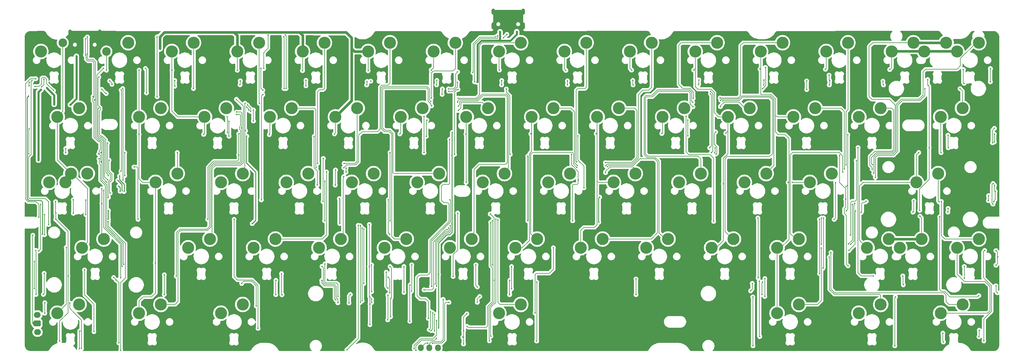
<source format=gbr>
%TF.GenerationSoftware,KiCad,Pcbnew,8.99.0-2230-g1cc11bc589*%
%TF.CreationDate,2024-09-07T16:13:30+07:00*%
%TF.ProjectId,Azimuth_PCB,417a696d-7574-4685-9f50-43422e6b6963,rev?*%
%TF.SameCoordinates,Original*%
%TF.FileFunction,Copper,L1,Top*%
%TF.FilePolarity,Positive*%
%FSLAX46Y46*%
G04 Gerber Fmt 4.6, Leading zero omitted, Abs format (unit mm)*
G04 Created by KiCad (PCBNEW 8.99.0-2230-g1cc11bc589) date 2024-09-07 16:13:30*
%MOMM*%
%LPD*%
G01*
G04 APERTURE LIST*
G04 Aperture macros list*
%AMRoundRect*
0 Rectangle with rounded corners*
0 $1 Rounding radius*
0 $2 $3 $4 $5 $6 $7 $8 $9 X,Y pos of 4 corners*
0 Add a 4 corners polygon primitive as box body*
4,1,4,$2,$3,$4,$5,$6,$7,$8,$9,$2,$3,0*
0 Add four circle primitives for the rounded corners*
1,1,$1+$1,$2,$3*
1,1,$1+$1,$4,$5*
1,1,$1+$1,$6,$7*
1,1,$1+$1,$8,$9*
0 Add four rect primitives between the rounded corners*
20,1,$1+$1,$2,$3,$4,$5,0*
20,1,$1+$1,$4,$5,$6,$7,0*
20,1,$1+$1,$6,$7,$8,$9,0*
20,1,$1+$1,$8,$9,$2,$3,0*%
G04 Aperture macros list end*
%TA.AperFunction,ComponentPad*%
%ADD10C,3.500000*%
%TD*%
%TA.AperFunction,ComponentPad*%
%ADD11RoundRect,0.250000X0.750000X-0.600000X0.750000X0.600000X-0.750000X0.600000X-0.750000X-0.600000X0*%
%TD*%
%TA.AperFunction,ComponentPad*%
%ADD12O,2.000000X1.700000*%
%TD*%
%TA.AperFunction,ComponentPad*%
%ADD13C,2.500000*%
%TD*%
%TA.AperFunction,ComponentPad*%
%ADD14C,0.400000*%
%TD*%
%TA.AperFunction,ComponentPad*%
%ADD15RoundRect,0.250000X0.600000X0.725000X-0.600000X0.725000X-0.600000X-0.725000X0.600000X-0.725000X0*%
%TD*%
%TA.AperFunction,ComponentPad*%
%ADD16O,1.700000X1.950000*%
%TD*%
%TA.AperFunction,ComponentPad*%
%ADD17O,1.000000X1.800000*%
%TD*%
%TA.AperFunction,ComponentPad*%
%ADD18O,1.000000X2.100000*%
%TD*%
%TA.AperFunction,ComponentPad*%
%ADD19O,1.000000X1.600000*%
%TD*%
%TA.AperFunction,ViaPad*%
%ADD20C,0.400000*%
%TD*%
%TA.AperFunction,ViaPad*%
%ADD21C,0.600000*%
%TD*%
%TA.AperFunction,Conductor*%
%ADD22C,0.200000*%
%TD*%
%TA.AperFunction,Conductor*%
%ADD23C,0.283464*%
%TD*%
%TA.AperFunction,Conductor*%
%ADD24C,0.600000*%
%TD*%
%TA.AperFunction,Conductor*%
%ADD25C,0.762000*%
%TD*%
G04 APERTURE END LIST*
D10*
%TO.P,SW13,1*%
%TO.N,GND1*%
X458122500Y-331260000D03*
%TO.P,SW13,2*%
%TO.N,=*%
X464472500Y-328720000D03*
%TD*%
%TO.P,SW5,1*%
%TO.N,GND1*%
X305722500Y-331260000D03*
%TO.P,SW5,2*%
%TO.N,4*%
X312072500Y-328720000D03*
%TD*%
%TO.P,SW32,1*%
%TO.N,GND1*%
X300960000Y-369360000D03*
%TO.P,SW32,2*%
%TO.N,d*%
X307310000Y-366820000D03*
%TD*%
%TO.P,SW16,1*%
%TO.N,GND1*%
X258097500Y-350310000D03*
%TO.P,SW16,2*%
%TO.N,q*%
X264447500Y-347770000D03*
%TD*%
%TO.P,SW37,1*%
%TO.N,GND1*%
X396210000Y-369360000D03*
%TO.P,SW37,2*%
%TO.N,k*%
X402560000Y-366820000D03*
%TD*%
%TO.P,SW49,1*%
%TO.N,GND1*%
X367635000Y-388410000D03*
%TO.P,SW49,2*%
%TO.N,n*%
X373985000Y-385870000D03*
%TD*%
%TO.P,SW62,1*%
%TO.N,GND1*%
X491460500Y-407460000D03*
%TO.P,SW62,2*%
%TO.N,rctrl*%
X497810500Y-404920000D03*
%TD*%
%TO.P,SW38,1*%
%TO.N,GND1*%
X415260000Y-369360000D03*
%TO.P,SW38,2*%
%TO.N,l*%
X421610000Y-366820000D03*
%TD*%
%TO.P,SW15,1*%
%TO.N,GND1*%
X234285500Y-350310000D03*
%TO.P,SW15,2*%
%TO.N,tab*%
X240635500Y-347770000D03*
%TD*%
D11*
%TO.P,SWboot2,1,1*%
%TO.N,+3.3V*%
X228475000Y-410450000D03*
D12*
%TO.P,SWboot2,2,2*%
%TO.N,Net-(U1-BOOT0)*%
X228475000Y-407950000D03*
%TD*%
D10*
%TO.P,SW60,1*%
%TO.N,GND1*%
X443835500Y-407460000D03*
%TO.P,SW60,2*%
%TO.N,ralt*%
X450185500Y-404920000D03*
%TD*%
%TO.P,SW47,1*%
%TO.N,GND1*%
X329535000Y-388410000D03*
%TO.P,SW47,2*%
%TO.N,v*%
X335885000Y-385870000D03*
%TD*%
%TO.P,SW54,1*%
%TO.N,GND1*%
X470029000Y-388410000D03*
%TO.P,SW54,2*%
%TO.N,rshift*%
X476379000Y-385870000D03*
%TD*%
%TO.P,SW29,1*%
%TO.N,GND1*%
X236666500Y-369360000D03*
%TO.P,SW29,2*%
%TO.N,cap*%
X243016500Y-366820000D03*
%TD*%
%TO.P,SW40,1*%
%TO.N,GND1*%
X453360000Y-369360000D03*
%TO.P,SW40,2*%
%TO.N,'*%
X459710000Y-366820000D03*
%TD*%
%TO.P,SW25,1*%
%TO.N,GND1*%
X429547500Y-350310000D03*
%TO.P,SW25,2*%
%TO.N,p*%
X435897500Y-347770000D03*
%TD*%
%TO.P,SW20,1*%
%TO.N,GND1*%
X334297500Y-350310000D03*
%TO.P,SW20,2*%
%TO.N,t*%
X340647500Y-347770000D03*
%TD*%
%TO.P,SW53,1*%
%TO.N,GND1*%
X443835000Y-388410000D03*
%TO.P,SW53,2*%
%TO.N,{slash}*%
X450185000Y-385870000D03*
%TD*%
D13*
%TO.P,SW2,1*%
%TO.N,GND1*%
X248572500Y-331260000D03*
D10*
%TO.P,SW2,2*%
%TO.N,1*%
X254922500Y-328720000D03*
%TD*%
%TO.P,SW36,1*%
%TO.N,GND1*%
X377160000Y-369360000D03*
%TO.P,SW36,2*%
%TO.N,j*%
X383510000Y-366820000D03*
%TD*%
%TO.P,SW9,1*%
%TO.N,GND1*%
X381922500Y-331260000D03*
%TO.P,SW9,2*%
%TO.N,8*%
X388272500Y-328720000D03*
%TD*%
%TO.P,SW6,1*%
%TO.N,GND1*%
X324772500Y-331260000D03*
%TO.P,SW6,2*%
%TO.N,5*%
X331122500Y-328720000D03*
%TD*%
%TO.P,SW17,1*%
%TO.N,GND1*%
X277147500Y-350310000D03*
%TO.P,SW17,2*%
%TO.N,w*%
X283497500Y-347770000D03*
%TD*%
%TO.P,SW28,1*%
%TO.N,GND1*%
X491460500Y-350310000D03*
%TO.P,SW28,2*%
%TO.N,\u005C*%
X497810500Y-347770000D03*
%TD*%
%TO.P,SW2001,1*%
%TO.N,GND1*%
X479554000Y-388410000D03*
%TO.P,SW2001,2*%
%TO.N,rshift*%
X485904000Y-385870000D03*
%TD*%
%TO.P,SW39,1*%
%TO.N,GND1*%
X434310000Y-369360000D03*
%TO.P,SW39,2*%
%TO.N,;*%
X440660000Y-366820000D03*
%TD*%
%TO.P,SW23,1*%
%TO.N,GND1*%
X391447500Y-350310000D03*
%TO.P,SW23,2*%
%TO.N,i*%
X397797500Y-347770000D03*
%TD*%
%TO.P,SW59,1*%
%TO.N,GND1*%
X362872500Y-407455000D03*
%TO.P,SW59,2*%
%TO.N,space*%
X369222500Y-404915000D03*
%TD*%
%TO.P,SW58,1*%
%TO.N,GND1*%
X281910500Y-407460000D03*
%TO.P,SW58,2*%
%TO.N,lalt*%
X288260500Y-404920000D03*
%TD*%
%TO.P,SW61,1*%
%TO.N,GND1*%
X467647500Y-407460000D03*
%TO.P,SW61,2*%
%TO.N,rwin*%
X473997500Y-404920000D03*
%TD*%
%TO.P,SW12,1*%
%TO.N,GND1*%
X439072500Y-331260000D03*
%TO.P,SW12,2*%
%TO.N,-*%
X445422500Y-328720000D03*
%TD*%
%TO.P,SW34,1*%
%TO.N,GND1*%
X339060000Y-369360000D03*
%TO.P,SW34,2*%
%TO.N,g*%
X345410000Y-366820000D03*
%TD*%
%TO.P,SW21,1*%
%TO.N,GND1*%
X353347500Y-350310000D03*
%TO.P,SW21,2*%
%TO.N,y*%
X359697500Y-347770000D03*
%TD*%
%TO.P,SW2000,1*%
%TO.N,GND1*%
X486697500Y-331260000D03*
%TO.P,SW2000,2*%
%TO.N,backspace*%
X493047500Y-328720000D03*
%TD*%
%TO.P,SW18,1*%
%TO.N,GND1*%
X296197500Y-350310000D03*
%TO.P,SW18,2*%
%TO.N,e*%
X302547500Y-347770000D03*
%TD*%
%TO.P,SW27,1*%
%TO.N,GND1*%
X467647500Y-350310000D03*
%TO.P,SW27,2*%
%TO.N,]*%
X473997500Y-347770000D03*
%TD*%
%TO.P,SW10,1*%
%TO.N,GND1*%
X400972500Y-331260000D03*
%TO.P,SW10,2*%
%TO.N,9*%
X407322500Y-328720000D03*
%TD*%
%TO.P,SW51,1*%
%TO.N,GND1*%
X405735000Y-388410000D03*
%TO.P,SW51,2*%
%TO.N,\u002C*%
X412085000Y-385870000D03*
%TD*%
%TO.P,SW2002,1*%
%TO.N,unconnected-(SW2002-Pad1)*%
X231903500Y-369360000D03*
%TO.P,SW2002,2*%
%TO.N,GND1*%
X238253500Y-366820000D03*
%TD*%
%TO.P,SW19,1*%
%TO.N,GND1*%
X315247500Y-350310000D03*
%TO.P,SW19,2*%
%TO.N,r*%
X321597500Y-347770000D03*
%TD*%
%TO.P,SW48,1*%
%TO.N,GND1*%
X348585000Y-388410000D03*
%TO.P,SW48,2*%
%TO.N,b*%
X354935000Y-385870000D03*
%TD*%
%TO.P,SW35,1*%
%TO.N,GND1*%
X358110000Y-369360000D03*
%TO.P,SW35,2*%
%TO.N,h*%
X364460000Y-366820000D03*
%TD*%
%TO.P,SW22,1*%
%TO.N,GND1*%
X372397500Y-350310000D03*
%TO.P,SW22,2*%
%TO.N,u*%
X378747500Y-347770000D03*
%TD*%
%TO.P,SW41,1*%
%TO.N,GND1*%
X484390600Y-369360000D03*
D14*
%TO.P,SW41,2*%
%TO.N,enter*%
X490740600Y-365560000D03*
D10*
X490740600Y-366820000D03*
%TD*%
%TO.P,SW14,1*%
%TO.N,GND1*%
X477172500Y-331260000D03*
%TO.P,SW14,2*%
%TO.N,backspace*%
X483522500Y-328720000D03*
%TD*%
%TO.P,SW52,1*%
%TO.N,GND1*%
X424785000Y-388410000D03*
%TO.P,SW52,2*%
%TO.N,.*%
X431135000Y-385870000D03*
%TD*%
%TO.P,SW44,1*%
%TO.N,GND1*%
X272385000Y-388410000D03*
%TO.P,SW44,2*%
%TO.N,z*%
X278735000Y-385870000D03*
%TD*%
%TO.P,SW31,1*%
%TO.N,GND1*%
X281910000Y-369360000D03*
%TO.P,SW31,2*%
%TO.N,s*%
X288260000Y-366820000D03*
%TD*%
%TO.P,SW24,1*%
%TO.N,GND1*%
X410497500Y-350310000D03*
%TO.P,SW24,2*%
%TO.N,o*%
X416847500Y-347770000D03*
%TD*%
%TO.P,SW50,1*%
%TO.N,GND1*%
X386685000Y-388410000D03*
%TO.P,SW50,2*%
%TO.N,m*%
X393035000Y-385870000D03*
%TD*%
%TO.P,SW43,1*%
%TO.N,GND1*%
X241503100Y-388410000D03*
D14*
%TO.P,SW43,2*%
%TO.N,lshift*%
X247853100Y-384610000D03*
D10*
X247853100Y-385870000D03*
%TD*%
D11*
%TO.P,SWboot1,1,1*%
%TO.N,GND*%
X228540000Y-415475000D03*
D12*
%TO.P,SWboot1,2,2*%
%TO.N,RST*%
X228540000Y-412975000D03*
%TD*%
D10*
%TO.P,SW42,1*%
%TO.N,GND1*%
X496222500Y-331260000D03*
%TO.P,SW42,2*%
%TO.N,backspace2*%
X502572500Y-328720000D03*
%TD*%
%TO.P,SW33,1*%
%TO.N,GND1*%
X320010000Y-369360000D03*
%TO.P,SW33,2*%
%TO.N,f*%
X326360000Y-366820000D03*
%TD*%
%TO.P,SW56,1*%
%TO.N,GND1*%
X234285500Y-407460000D03*
%TO.P,SW56,2*%
%TO.N,lctrl*%
X240635500Y-404920000D03*
%TD*%
%TO.P,SW11,1*%
%TO.N,GND1*%
X420022500Y-331260000D03*
%TO.P,SW11,2*%
%TO.N,0*%
X426372500Y-328720000D03*
%TD*%
%TO.P,SW8,1*%
%TO.N,GND1*%
X362872500Y-331260000D03*
%TO.P,SW8,2*%
%TO.N,7*%
X369222500Y-328720000D03*
%TD*%
%TO.P,SW26,1*%
%TO.N,GND1*%
X448597500Y-350310000D03*
%TO.P,SW26,2*%
%TO.N,[*%
X454947500Y-347770000D03*
%TD*%
%TO.P,SW4,1*%
%TO.N,GND1*%
X286672500Y-331260000D03*
%TO.P,SW4,2*%
%TO.N,3*%
X293022500Y-328720000D03*
%TD*%
D15*
%TO.P,J2,1,Pin_1*%
%TO.N,GND*%
X347590000Y-417560000D03*
D16*
%TO.P,J2,2,Pin_2*%
%TO.N,+3.3V*%
X345090000Y-417560000D03*
%TO.P,J2,3,Pin_3*%
%TO.N,SWD*%
X342590000Y-417560000D03*
%TO.P,J2,4,Pin_4*%
%TO.N,SWC*%
X340090000Y-417560000D03*
%TD*%
D10*
%TO.P,SW3,1*%
%TO.N,GND1*%
X267622500Y-331260000D03*
%TO.P,SW3,2*%
%TO.N,2*%
X273972500Y-328720000D03*
%TD*%
%TO.P,SW57,1*%
%TO.N,GND1*%
X258097500Y-407460000D03*
%TO.P,SW57,2*%
%TO.N,lwin*%
X264447500Y-404920000D03*
%TD*%
%TO.P,SW30,1*%
%TO.N,GND1*%
X262860000Y-369360000D03*
%TO.P,SW30,2*%
%TO.N,a*%
X269210000Y-366820000D03*
%TD*%
%TO.P,SW45,1*%
%TO.N,GND1*%
X291435000Y-388410000D03*
%TO.P,SW45,2*%
%TO.N,x*%
X297785000Y-385870000D03*
%TD*%
%TO.P,SW55,1*%
%TO.N,GND1*%
X496222500Y-388410000D03*
%TO.P,SW55,2*%
%TO.N,fn*%
X502572500Y-385870000D03*
%TD*%
%TO.P,SW7,1*%
%TO.N,GND1*%
X343822500Y-331260000D03*
%TO.P,SW7,2*%
%TO.N,6*%
X350172500Y-328720000D03*
%TD*%
%TO.P,SW46,1*%
%TO.N,GND1*%
X310485000Y-388410000D03*
%TO.P,SW46,2*%
%TO.N,c*%
X316835000Y-385870000D03*
%TD*%
%TO.P,SW1,1*%
%TO.N,esc*%
X229522500Y-331260000D03*
D13*
%TO.P,SW1,2*%
%TO.N,GND1*%
X235872500Y-328720000D03*
%TD*%
D17*
%TO.P,J4,S1,SHIELD*%
%TO.N,GND*%
X361240000Y-319620000D03*
D18*
X361240000Y-323800000D03*
D17*
X369880000Y-319620000D03*
D18*
X369880000Y-323800000D03*
%TD*%
D19*
%TO.P,J4,S1,SHIELD*%
%TO.N,GND*%
X237970000Y-325640000D03*
D18*
X237970000Y-329820000D03*
D19*
X246610000Y-325640000D03*
D18*
X246610000Y-329820000D03*
%TD*%
D20*
%TO.N,+3.3V*%
X392160000Y-373660000D03*
X331160000Y-393890000D03*
X325300000Y-410800000D03*
X352550000Y-416420000D03*
X345270000Y-407120000D03*
X331400000Y-403100000D03*
X315190000Y-370160000D03*
X391947500Y-380951998D03*
X462006446Y-361503554D03*
X249140000Y-380151998D03*
X345290000Y-411790000D03*
X227160000Y-384790000D03*
X352330000Y-414420000D03*
X291370000Y-348280000D03*
X357263446Y-402600000D03*
X349140000Y-381451998D03*
X289440000Y-355900000D03*
X315286855Y-365750001D03*
X425950000Y-354680000D03*
X225910000Y-344200000D03*
X316490000Y-381351998D03*
X316400000Y-374090000D03*
X371260000Y-361701998D03*
X291390000Y-351480000D03*
X463790000Y-374250000D03*
X353520000Y-407660000D03*
X229900000Y-384500000D03*
X291050000Y-381351998D03*
X356565000Y-404265000D03*
X371260000Y-380551998D03*
X331300000Y-408500000D03*
X464470000Y-393670000D03*
X352590000Y-412500000D03*
X325300000Y-402800000D03*
X319200000Y-404500000D03*
X349191732Y-361610000D03*
X249150000Y-377540000D03*
X325160000Y-393880000D03*
X345270000Y-396235000D03*
X325130000Y-381630000D03*
X349300000Y-354820000D03*
X426060605Y-361110990D03*
X325300000Y-404800000D03*
X319600000Y-402000000D03*
%TO.N,+5V*%
X480590000Y-399201998D03*
X252220000Y-416118000D03*
X349530000Y-396760000D03*
X268490000Y-341370000D03*
X507080000Y-355330000D03*
D21*
X228810000Y-362890000D03*
X239840000Y-332650000D03*
D20*
X237380000Y-396600000D03*
X498370000Y-397310000D03*
X507112475Y-370190000D03*
X480440000Y-396610000D03*
X421040000Y-339560000D03*
X508080000Y-391050000D03*
X331060000Y-401490000D03*
X249530000Y-339820000D03*
X459120000Y-339710000D03*
X236737984Y-359529599D03*
X436830000Y-416940000D03*
X297940000Y-397901990D03*
X505940000Y-336230000D03*
X311290000Y-397901990D03*
X287560000Y-339810000D03*
X478110000Y-416951990D03*
D21*
X229565002Y-342310000D03*
D20*
X233840000Y-378290000D03*
X344690950Y-340980000D03*
D21*
X368050000Y-325490000D03*
D20*
X485360000Y-377518000D03*
X478270000Y-402700000D03*
X236770000Y-360701999D03*
X492271804Y-415841804D03*
X238940000Y-374450000D03*
X420940999Y-340930000D03*
X458950000Y-338150000D03*
X436770000Y-402740000D03*
X250692843Y-397082843D03*
X507092231Y-357580000D03*
X440240000Y-402570000D03*
X361450000Y-397900000D03*
X325520000Y-339910000D03*
X439970000Y-340970000D03*
D21*
X231220000Y-341860000D03*
D20*
X507550000Y-389240000D03*
X474822277Y-341000000D03*
X226160000Y-340251998D03*
X242610000Y-378751998D03*
X498290000Y-340530000D03*
D21*
X238090000Y-346730000D03*
D20*
X402750000Y-402040000D03*
X507330000Y-371950000D03*
X226030000Y-341251998D03*
X330580000Y-396968000D03*
X366030000Y-397901998D03*
X492090000Y-413270000D03*
X238940000Y-378351998D03*
X507550000Y-399480000D03*
X360100000Y-415520000D03*
X324490000Y-340000000D03*
X228090000Y-401990000D03*
X230430000Y-339400000D03*
X493670500Y-359279500D03*
X250210000Y-340830000D03*
X459039553Y-340990000D03*
X344780000Y-339680000D03*
X440270000Y-397400000D03*
X471870000Y-396630000D03*
X287497313Y-340950000D03*
X350840000Y-378310000D03*
D21*
X363170000Y-325520000D03*
D20*
X268490000Y-339710000D03*
X401820000Y-339680000D03*
D21*
X233380000Y-346650000D03*
D20*
X324340000Y-341000000D03*
X498060000Y-336520000D03*
X488120000Y-359280000D03*
X506880000Y-375060000D03*
X505920000Y-340090000D03*
X487784014Y-341041122D03*
X306680000Y-341251998D03*
X487670000Y-339450000D03*
X233830000Y-380151998D03*
X507940000Y-401500000D03*
X440020000Y-339590000D03*
X467410000Y-359240000D03*
X363670000Y-339730000D03*
X229720000Y-341620000D03*
X360320000Y-378570000D03*
X315410000Y-403580000D03*
X363635000Y-340990000D03*
X474650000Y-339918000D03*
D21*
X356520000Y-340140000D03*
D20*
X382800000Y-339820000D03*
X498320000Y-393860000D03*
X382814553Y-340960000D03*
X401902433Y-340970000D03*
X228030000Y-389180000D03*
X233800000Y-374980000D03*
X493580000Y-355620000D03*
X297890000Y-402040000D03*
X251396288Y-397793613D03*
X306670000Y-339640000D03*
X234950000Y-415620000D03*
X402740000Y-397500000D03*
X365980000Y-402060000D03*
X507550001Y-393470000D03*
X242560000Y-374520000D03*
D21*
X239840000Y-343310000D03*
D20*
%TO.N,Net-(U1-VCAP_1)*%
X337460000Y-393390000D03*
X325760000Y-393400000D03*
X337400000Y-401050000D03*
X325770000Y-401170000D03*
%TO.N,GND*%
X227550000Y-356140000D03*
X316400000Y-368925000D03*
X265580000Y-357300000D03*
X471920000Y-342910000D03*
X506570000Y-398010000D03*
X336500000Y-395200000D03*
X335050000Y-408400000D03*
X387540000Y-361070000D03*
X265220000Y-338210000D03*
X250530000Y-345480000D03*
X319410000Y-408310000D03*
X349890000Y-402390000D03*
X438380000Y-356700000D03*
X468350000Y-363970000D03*
X227710000Y-345910000D03*
X292650000Y-349380000D03*
X230850000Y-393300000D03*
X344590000Y-342285000D03*
X476900000Y-392430000D03*
X470930000Y-392850000D03*
X244430000Y-382980000D03*
X234932500Y-338218000D03*
X323380000Y-338050000D03*
X317137500Y-403500000D03*
X428350000Y-338060000D03*
X244390000Y-375860000D03*
X227480000Y-360665000D03*
X422910000Y-343480000D03*
X335140000Y-337920000D03*
X349560000Y-413150000D03*
X314210000Y-376190000D03*
X504480000Y-400340000D03*
X307030000Y-361730000D03*
X265830000Y-343820000D03*
X354540000Y-410190000D03*
X504240000Y-353710000D03*
X494410000Y-338070000D03*
X411840000Y-338110000D03*
X380420000Y-343090000D03*
X351230000Y-410960000D03*
X355200000Y-414975000D03*
X427193774Y-349513885D03*
X366700000Y-382700000D03*
X295590000Y-357400000D03*
X504110000Y-356550000D03*
X391180000Y-338060000D03*
X239980000Y-382900000D03*
X333260000Y-400240000D03*
X307310000Y-357250000D03*
X330740000Y-342840000D03*
X326680000Y-402430000D03*
X250007500Y-342100000D03*
X360750000Y-357130000D03*
X400720000Y-394830000D03*
X237620000Y-376300000D03*
X326880000Y-398400000D03*
X298570000Y-395200000D03*
X326120000Y-335170000D03*
X340280000Y-411770000D03*
X401680000Y-399640000D03*
X505310000Y-394430000D03*
X504180000Y-338080000D03*
X347600000Y-344060000D03*
X317240000Y-395300000D03*
X448020000Y-338280000D03*
X417560000Y-338260000D03*
X262420000Y-342980000D03*
X344560000Y-357390000D03*
X387540000Y-357080000D03*
X506650000Y-390590000D03*
X341520000Y-335300000D03*
X465580000Y-362730000D03*
X311490000Y-343840000D03*
X259450000Y-366080000D03*
X344060000Y-338090000D03*
X428110000Y-342980000D03*
X238090000Y-373370000D03*
X258590000Y-372160000D03*
X357900000Y-395190000D03*
X415290000Y-344350000D03*
X341300000Y-337990000D03*
X324290000Y-357310000D03*
X477940000Y-395520000D03*
X288850000Y-343310000D03*
X392540000Y-368690000D03*
X487280000Y-338160000D03*
X359600000Y-398690000D03*
X261630000Y-345690000D03*
X234960000Y-335920000D03*
X472200000Y-338140000D03*
X242880000Y-344600000D03*
X288830000Y-395080000D03*
X427150000Y-356970000D03*
X331760000Y-412760000D03*
X227620000Y-343190000D03*
X342087500Y-411300000D03*
X467930000Y-337910000D03*
X348910000Y-349970000D03*
X380710000Y-338080000D03*
X352930000Y-338400000D03*
X476730000Y-399730000D03*
X366410000Y-375870000D03*
X295870000Y-338080000D03*
X291430000Y-360450000D03*
X315190000Y-407570000D03*
X229360000Y-398480000D03*
X400350000Y-357140000D03*
X277060000Y-338050000D03*
X355230000Y-405140000D03*
X506770000Y-342180000D03*
X499930000Y-414270000D03*
%TO.N,Net-(C22-Pad1)*%
X330520000Y-402210000D03*
X330460000Y-409410000D03*
%TO.N,SWD*%
X346630000Y-403440000D03*
%TO.N,D-_FS*%
X322490000Y-382010000D03*
X344728268Y-399550000D03*
X348650000Y-381935462D03*
X322490000Y-404300000D03*
%TO.N,D+_FS*%
X344270000Y-399019741D03*
X323030000Y-403840000D03*
X348227009Y-382630000D03*
X322990000Y-382630000D03*
%TO.N,Net-(U1-BOOT0)*%
X237890000Y-404470000D03*
X230650000Y-407470000D03*
X338170000Y-417775744D03*
X230660000Y-404420000D03*
X241331948Y-417734840D03*
X344720000Y-409610000D03*
%TO.N,USB_MUX*%
X323492568Y-383030000D03*
X347850000Y-383145089D03*
X341081904Y-400659713D03*
X323490000Y-398825000D03*
%TO.N,CLK*%
X336900000Y-409800000D03*
X337000000Y-399250000D03*
%TO.N,RST*%
X240850000Y-412649998D03*
X338670000Y-418287000D03*
X240700000Y-417810000D03*
X344580000Y-414780000D03*
%TO.N,Net-(J1-Pin_2)*%
X315950000Y-404410000D03*
X244680000Y-344390000D03*
X246430000Y-362501998D03*
X253200000Y-393800000D03*
X350770000Y-340251998D03*
X246330000Y-361101998D03*
X355760000Y-340090000D03*
X311350000Y-393830000D03*
X300890000Y-342051998D03*
X242560000Y-327520000D03*
X348260000Y-342830000D03*
X362459617Y-326673188D03*
X242484932Y-332289222D03*
X300699978Y-326457346D03*
%TO.N,Net-(J1-Pin_3)*%
X365170000Y-326280000D03*
X246988554Y-363378554D03*
X355260000Y-337390000D03*
X243040000Y-327030000D03*
X243039585Y-332060391D03*
X346410000Y-342150000D03*
X300290055Y-342060275D03*
X245140000Y-345370000D03*
X315990000Y-402520000D03*
X312190000Y-393110000D03*
X346330000Y-343730000D03*
X348175100Y-342159127D03*
X350820000Y-337210000D03*
X300260000Y-326940000D03*
X364180000Y-327320000D03*
X361970000Y-327020000D03*
X253600000Y-393215539D03*
X247010000Y-360701998D03*
%TO.N,LATCH*%
X463920000Y-370620000D03*
X284280000Y-351580000D03*
X464420000Y-355490000D03*
X341730000Y-355950000D03*
X309990000Y-370160000D03*
X342290000Y-408960000D03*
X385830000Y-355800000D03*
X417830000Y-355800000D03*
X249140000Y-373770000D03*
X341860000Y-351220000D03*
X457220000Y-394360000D03*
X457360003Y-379751998D03*
X284280000Y-355920000D03*
X248940000Y-357968000D03*
X417800000Y-351280000D03*
X309050000Y-356010000D03*
X348530000Y-356850000D03*
X387590000Y-370960000D03*
X463950000Y-377618000D03*
%TO.N,DIR*%
X343576393Y-407352786D03*
X343100000Y-412500000D03*
%TO.N,SCK*%
X249340000Y-362901999D03*
X460880000Y-369470000D03*
X249690000Y-372480000D03*
X456220000Y-395947082D03*
X287090000Y-361368000D03*
X331130000Y-380551998D03*
X283750000Y-350270000D03*
X456170000Y-380151998D03*
X385960000Y-368680000D03*
X425380000Y-380710000D03*
X312170000Y-368990000D03*
X360950000Y-380551998D03*
X384330000Y-380551998D03*
X460470000Y-380151998D03*
X287165000Y-355217894D03*
X383990000Y-361200000D03*
X341040000Y-350120000D03*
X283780000Y-354920000D03*
X341070000Y-360701998D03*
X278060000Y-380151998D03*
X360950000Y-393390000D03*
X417320000Y-350170000D03*
X356565000Y-399799314D03*
X312140000Y-380551998D03*
X356160000Y-393390000D03*
X331130000Y-360701998D03*
%TO.N,NXT*%
X342937500Y-407000000D03*
X342554559Y-412250006D03*
%TO.N,SWC*%
X348290000Y-404300000D03*
X342129318Y-416215647D03*
X343530000Y-416250000D03*
%TO.N,STP*%
X344100000Y-407800000D03*
X344100000Y-412600000D03*
%TO.N,SR_DOUT*%
X353600000Y-411310000D03*
X256610000Y-364910000D03*
X360450000Y-381051998D03*
X257800000Y-380151998D03*
%TO.N,Net-(U3-DS)*%
X252870000Y-342470000D03*
X294120000Y-342560000D03*
X293522500Y-336180000D03*
X259950000Y-336210000D03*
X252830000Y-366180000D03*
X260250000Y-343320626D03*
%TO.N,Net-(U5-1D+)*%
X325800000Y-404350000D03*
X325800000Y-403350000D03*
%TO.N,Net-(U10-Q7)*%
X311640000Y-374970000D03*
X293680000Y-374470000D03*
X294150000Y-343820000D03*
X311720000Y-362410000D03*
%TO.N,Net-(U10-DS)*%
X350940000Y-342320000D03*
X349930000Y-361201998D03*
%TO.N,Net-(U11-DS)*%
X365020000Y-342170000D03*
X366140000Y-361201998D03*
%TO.N,Net-(U12-DS)*%
X424690000Y-360701999D03*
X424450000Y-342870000D03*
%TO.N,Net-(U13-Q7)*%
X466910000Y-363000000D03*
X465140000Y-384660000D03*
%TO.N,Net-(U14-DS)*%
X425621595Y-360701999D03*
X424466446Y-343593554D03*
X425800000Y-359301998D03*
X424220000Y-359301998D03*
%TO.N,GND1*%
X343140000Y-336640000D03*
X353310000Y-369360000D03*
X267680000Y-336700000D03*
X476640000Y-336520000D03*
X363000000Y-336670000D03*
X419580000Y-336650000D03*
X378700000Y-388410000D03*
X286680000Y-336730000D03*
X391180000Y-355180000D03*
X428900000Y-355060000D03*
X485080000Y-360701999D03*
X447040000Y-369390000D03*
X258100000Y-336710000D03*
X258097500Y-355420000D03*
X457910000Y-336440000D03*
X428180000Y-369790000D03*
X491560000Y-360701998D03*
X401460000Y-336660000D03*
X353270000Y-355300000D03*
X314980000Y-355270000D03*
X382320000Y-336740000D03*
X372150000Y-355250000D03*
X276890000Y-355400000D03*
X262810000Y-392830000D03*
X236880000Y-388340000D03*
X410280000Y-355130000D03*
X438880000Y-336370000D03*
D21*
X264130000Y-330420000D03*
D20*
X305680000Y-336830000D03*
X296010000Y-355450000D03*
X334000000Y-355240000D03*
X248580000Y-336710000D03*
X324780000Y-336870000D03*
X448270000Y-369370000D03*
X373360000Y-407400000D03*
%TO.N,Net-(Drgb10-DOUT)*%
X505390000Y-373260000D03*
X505340000Y-374660000D03*
%TO.N,Net-(Drgb13-DOUT)*%
X439470000Y-402030000D03*
X439600000Y-398401990D03*
%TO.N,Net-(Drgb14-DOUT)*%
X436610000Y-398801998D03*
X436120000Y-400960000D03*
%TO.N,Net-(Drgb17-DOUT)*%
X366500000Y-400320000D03*
X366540000Y-393890000D03*
X335200000Y-401390000D03*
X335190000Y-393890000D03*
%TO.N,Net-(Drgb18-DOUT)*%
X330060000Y-395540000D03*
X299690000Y-402090000D03*
X299560000Y-395960000D03*
X330560000Y-400190000D03*
%TO.N,esc*%
X252440000Y-367460000D03*
X253732682Y-372004630D03*
X249110000Y-367390000D03*
X246370000Y-338690000D03*
%TO.N,1*%
X248610000Y-369250000D03*
X247710000Y-336210000D03*
%TO.N,3*%
X293120000Y-346380000D03*
%TO.N,4*%
X310050000Y-363850000D03*
%TO.N,5*%
X317720000Y-365110000D03*
%TO.N,6*%
X343130000Y-344800000D03*
%TO.N,7*%
X350950000Y-344850000D03*
%TO.N,8*%
X385520000Y-363420000D03*
%TO.N,9*%
X393970000Y-364520000D03*
%TO.N,0*%
X419440000Y-344870000D03*
%TO.N,-*%
X427250000Y-344770000D03*
%TO.N,=*%
X463920000Y-364320000D03*
%TO.N,backspace*%
X471570000Y-364180000D03*
%TO.N,e*%
X309670000Y-365040000D03*
%TO.N,r*%
X317760000Y-363860000D03*
%TO.N,y*%
X351010000Y-348440000D03*
%TO.N,u*%
X385650000Y-364440000D03*
%TO.N,i*%
X393850000Y-363630000D03*
%TO.N,p*%
X427338554Y-347318554D03*
%TO.N,[*%
X463390000Y-365500000D03*
%TO.N,]*%
X471490000Y-365510000D03*
%TO.N,\u005C*%
X497110000Y-342090000D03*
X486820000Y-342090000D03*
X472430000Y-367890000D03*
%TO.N,a*%
X269210000Y-360701999D03*
X253890000Y-360701999D03*
X253890000Y-367420000D03*
%TO.N,s*%
X288940000Y-346340000D03*
X289090000Y-354300002D03*
%TO.N,f*%
X318370000Y-365240000D03*
X318330000Y-366385000D03*
%TO.N,Net-(SW42-DOUT)*%
X493652446Y-376970446D03*
X493550000Y-378018000D03*
%TO.N,g*%
X343230000Y-347070000D03*
%TO.N,h*%
X350900000Y-346030000D03*
%TO.N,k*%
X393892183Y-366531044D03*
%TO.N,l*%
X419340000Y-347360000D03*
%TO.N,;*%
X427410000Y-345440000D03*
%TO.N,enter*%
X491030000Y-375070000D03*
X464620000Y-387320000D03*
X465760000Y-375818000D03*
%TO.N,backspace2*%
X471940000Y-366750000D03*
%TO.N,z*%
X290570161Y-348685814D03*
X286450000Y-345190000D03*
X289643328Y-346876352D03*
%TO.N,x*%
X312670000Y-366350000D03*
%TO.N,c*%
X317720000Y-367660000D03*
%TO.N,v*%
X343000000Y-345780000D03*
%TO.N,Net-(SW55-DOUT)*%
X242210000Y-394868000D03*
X244960000Y-412830000D03*
X438240000Y-379751998D03*
X438300000Y-397120000D03*
%TO.N,b*%
X351000000Y-347160000D03*
%TO.N,n*%
X385479546Y-365015281D03*
%TO.N,Net-(SW58-DOUT)*%
X361950000Y-380151998D03*
X285750000Y-380151998D03*
X360530000Y-414180000D03*
X292720000Y-411860000D03*
%TO.N,Net-(SW59-DOUT)*%
X373840000Y-415560000D03*
X373860000Y-398401998D03*
X438629080Y-398156188D03*
X438780000Y-414260000D03*
%TO.N,m*%
X394511424Y-364778580D03*
%TO.N,\u002C*%
X419280000Y-346060000D03*
%TO.N,.*%
X428010000Y-345670000D03*
%TO.N,{slash}*%
X463010000Y-366430000D03*
%TO.N,2*%
X273930000Y-342051998D03*
%TO.N,tab*%
X246280000Y-347770000D03*
X253152128Y-371853106D03*
X248930000Y-368630000D03*
X251920000Y-368790000D03*
%TO.N,cap*%
X252180000Y-370500000D03*
X252560000Y-371950000D03*
%TO.N,lshift*%
X247240000Y-375510000D03*
X247240000Y-371240000D03*
%TO.N,Net-(Drgb19-DOUT)*%
X265450000Y-396268000D03*
X265420000Y-402000000D03*
%TO.N,Net-(Drgb20-DOUT)*%
X230240000Y-401990000D03*
X230460000Y-395880000D03*
%TO.N,Net-(Drgb21-DOUT)*%
X227570000Y-400220000D03*
X227590000Y-392420000D03*
%TO.N,Net-(Drgb22-DOUT)*%
X229440000Y-375818000D03*
X228880000Y-389330000D03*
%TO.N,Net-(Drgb23-DOUT)*%
X226020000Y-361101998D03*
X226080000Y-353790000D03*
%TO.N,lctrl*%
X252700000Y-397160000D03*
X247740000Y-371730000D03*
%TO.N,q*%
X253320000Y-342051998D03*
X253390000Y-368660000D03*
%TO.N,w*%
X289365000Y-347407894D03*
X290060000Y-348370000D03*
%TO.N,rshift*%
X466660000Y-377618000D03*
X464750000Y-389210000D03*
X485430451Y-379199549D03*
%TO.N,fn*%
X491660000Y-374940000D03*
X465224885Y-387422222D03*
X466403990Y-375418000D03*
%TO.N,lwin*%
X286460000Y-348900000D03*
X287910000Y-353530000D03*
%TO.N,lalt*%
X292220000Y-405370000D03*
X286410000Y-349600000D03*
X268920000Y-396668000D03*
X287956446Y-398801990D03*
%TO.N,space*%
X456670000Y-387410000D03*
X362539431Y-380264136D03*
X456760000Y-379751998D03*
%TO.N,ralt*%
X456720000Y-388530000D03*
%TO.N,rwin*%
X459020000Y-391120000D03*
%TO.N,rctrl*%
X459520000Y-389780000D03*
%TO.N,UD*%
X294390000Y-336210000D03*
X263349000Y-326990000D03*
X439572500Y-342060000D03*
X263350000Y-344430000D03*
X295649982Y-326456896D03*
X233154553Y-342634553D03*
X506712475Y-369718957D03*
X504030000Y-415540000D03*
X506545074Y-357826216D03*
X452440000Y-339850000D03*
X248530000Y-343500000D03*
X227790000Y-341460000D03*
X247232628Y-342290000D03*
X440460000Y-335900000D03*
X452460000Y-342330000D03*
X506690000Y-375680000D03*
X504260000Y-389200000D03*
X507101447Y-353626445D03*
%TO.N,jump1*%
X483410000Y-378018000D03*
X469780000Y-374900000D03*
X321899341Y-381904525D03*
X502550000Y-402340000D03*
X228040000Y-339180000D03*
X252749996Y-418285205D03*
X230523464Y-378761017D03*
X491160000Y-379380000D03*
X228900000Y-379550000D03*
X249140000Y-380752001D03*
X230577755Y-384588370D03*
X502612500Y-414310000D03*
X502690000Y-412430000D03*
X483650000Y-374740000D03*
X468310000Y-378140000D03*
X318580000Y-418140000D03*
%TO.N,Net-(U1-PC9)*%
X226910000Y-339751998D03*
X231763464Y-381635462D03*
X348570000Y-374480000D03*
X331070000Y-384510000D03*
X343229688Y-399642799D03*
X330630000Y-374440000D03*
%TD*%
D22*
%TO.N,+3.3V*%
X352590000Y-408590000D02*
X352590000Y-412500000D01*
D23*
X249140000Y-377550000D02*
X249150000Y-377540000D01*
D22*
X315190000Y-365846856D02*
X315286855Y-365750001D01*
X425530000Y-355100000D02*
X425950000Y-354680000D01*
X464010000Y-378980000D02*
X464010000Y-393210000D01*
D23*
X249140000Y-380151998D02*
X249140000Y-377550000D01*
D22*
X228475000Y-410450000D02*
X227300000Y-410450000D01*
D23*
X225980000Y-374570000D02*
X229490000Y-374570000D01*
X349300000Y-354820000D02*
X349191732Y-354928268D01*
D22*
X345290000Y-406620000D02*
X345270000Y-406640000D01*
D23*
X349191732Y-383848657D02*
X348458658Y-384581732D01*
X316490000Y-374180000D02*
X316400000Y-374090000D01*
X229490000Y-374570000D02*
X229950000Y-375030000D01*
D22*
X352550000Y-414820000D02*
X352550000Y-412540000D01*
D23*
X292041732Y-380360266D02*
X291050000Y-381351998D01*
D22*
X463790000Y-373810000D02*
X463790000Y-376610000D01*
D23*
X229950000Y-375030000D02*
X229981732Y-375061732D01*
D22*
X319200000Y-404500000D02*
X319200000Y-402400000D01*
X331400000Y-403100000D02*
X331560000Y-402940000D01*
D23*
X345270000Y-395340000D02*
X345270000Y-406640000D01*
D22*
X356565000Y-404265000D02*
X356565000Y-403298446D01*
X325160000Y-394320000D02*
X325160000Y-381660000D01*
D23*
X229981732Y-375061732D02*
X229981732Y-384418268D01*
D22*
X352550000Y-414820000D02*
X352550000Y-414640000D01*
D23*
X229981732Y-384418268D02*
X229900000Y-384500000D01*
D22*
X331560000Y-402940000D02*
X331560000Y-394290000D01*
X325160000Y-394320000D02*
X325160000Y-402660000D01*
X325160000Y-381660000D02*
X325130000Y-381630000D01*
D23*
X348458658Y-384581732D02*
X347678269Y-384581732D01*
D22*
X331300000Y-408500000D02*
X331300000Y-403200000D01*
D23*
X347678269Y-384581732D02*
X346375001Y-385885000D01*
X292041732Y-366401732D02*
X292041732Y-380360266D01*
X316490000Y-381351998D02*
X316490000Y-374180000D01*
D22*
X425530000Y-358350000D02*
X425530000Y-357090000D01*
X319200000Y-402400000D02*
X319600000Y-402000000D01*
X325160000Y-393880000D02*
X325160000Y-394320000D01*
X291370000Y-351460000D02*
X291390000Y-351480000D01*
D23*
X349191732Y-354928268D02*
X349191732Y-361610000D01*
D22*
X426300000Y-360871595D02*
X426300000Y-359094891D01*
X227300000Y-410450000D02*
X227070000Y-410220000D01*
D23*
X349191732Y-381400266D02*
X349191732Y-380020000D01*
X289306732Y-356033268D02*
X289306732Y-363666732D01*
D22*
X325300000Y-402800000D02*
X325300000Y-404800000D01*
D23*
X345270000Y-395340000D02*
X345270000Y-396235000D01*
D22*
X462006446Y-369413552D02*
X462006446Y-361503554D01*
X463790000Y-373810000D02*
X463790000Y-374250000D01*
X325160000Y-402660000D02*
X325300000Y-402800000D01*
D23*
X345270000Y-407120000D02*
X345270000Y-411770000D01*
D22*
X315190000Y-370160000D02*
X315190000Y-365846856D01*
X463390000Y-377010000D02*
X463390000Y-378360000D01*
X463790000Y-371197107D02*
X462006446Y-369413552D01*
D23*
X345270000Y-406640000D02*
X345270000Y-407120000D01*
X289440000Y-355900000D02*
X289306732Y-356033268D01*
D22*
X464010000Y-393210000D02*
X464470000Y-393670000D01*
D23*
X349191732Y-380020000D02*
X349191732Y-383848657D01*
X349191732Y-380020000D02*
X349191732Y-361610000D01*
D22*
X426060605Y-361110990D02*
X426300000Y-360871595D01*
X463790000Y-376610000D02*
X463390000Y-377010000D01*
X291370000Y-348280000D02*
X291370000Y-351460000D01*
X425650000Y-358470000D02*
X425530000Y-358350000D01*
X352550000Y-412540000D02*
X352590000Y-412500000D01*
D23*
X225910000Y-344200000D02*
X225478268Y-344631732D01*
D22*
X352550000Y-414640000D02*
X352330000Y-414420000D01*
D23*
X225478268Y-344631732D02*
X225478268Y-374068268D01*
X346375001Y-385885000D02*
X345270000Y-386990000D01*
X349140000Y-381451998D02*
X349191732Y-381400266D01*
D22*
X227070000Y-384880000D02*
X227160000Y-384790000D01*
X356565000Y-403298446D02*
X357263446Y-402600000D01*
X331300000Y-403200000D02*
X331400000Y-403100000D01*
D23*
X391890000Y-373930000D02*
X392160000Y-373660000D01*
X345270000Y-386990000D02*
X345270000Y-395340000D01*
D22*
X463390000Y-378360000D02*
X464010000Y-378980000D01*
D23*
X371260000Y-361701998D02*
X371260000Y-380551998D01*
D22*
X227070000Y-410220000D02*
X227070000Y-384880000D01*
X463790000Y-373810000D02*
X463790000Y-371197107D01*
D23*
X391947500Y-380951998D02*
X391890000Y-380894498D01*
D22*
X325300000Y-410800000D02*
X325300000Y-404800000D01*
X353520000Y-407660000D02*
X352590000Y-408590000D01*
X352550000Y-416420000D02*
X352550000Y-414820000D01*
D23*
X345270000Y-411770000D02*
X345290000Y-411790000D01*
D22*
X425530000Y-357090000D02*
X425530000Y-355100000D01*
D23*
X391890000Y-380894498D02*
X391890000Y-373930000D01*
D22*
X425675109Y-358470000D02*
X425650000Y-358470000D01*
X331560000Y-394290000D02*
X331160000Y-393890000D01*
D23*
X289306732Y-363666732D02*
X292041732Y-366401732D01*
X225478268Y-374068268D02*
X225980000Y-374570000D01*
D22*
X426300000Y-359094891D02*
X425675109Y-358470000D01*
%TO.N,+5V*%
X488120000Y-341377108D02*
X487784014Y-341041122D01*
X474650000Y-340827723D02*
X474822277Y-341000000D01*
X242610000Y-378751998D02*
X242610000Y-374570000D01*
X498060000Y-340300000D02*
X498290000Y-340530000D01*
X228090000Y-389240000D02*
X228030000Y-389180000D01*
X402750000Y-402040000D02*
X402750000Y-397510000D01*
X480510000Y-399121998D02*
X480590000Y-399201998D01*
X508010000Y-393010001D02*
X507550001Y-393470000D01*
D24*
X363170000Y-327680000D02*
X362730000Y-328120000D01*
D22*
X349530000Y-390364138D02*
X350840000Y-389054138D01*
X236770000Y-360701999D02*
X236770000Y-359561615D01*
X492090000Y-415660000D02*
X492271804Y-415841804D01*
X236770000Y-359561615D02*
X236737984Y-359529599D01*
X507550000Y-401110000D02*
X507940000Y-401500000D01*
X458950000Y-339540000D02*
X459120000Y-339710000D01*
D24*
X239840000Y-344980000D02*
X238090000Y-346730000D01*
D22*
X487670000Y-340927108D02*
X487784014Y-341041122D01*
X507080000Y-355330000D02*
X507080000Y-357567769D01*
X440270000Y-397400000D02*
X440270000Y-402540000D01*
X312068628Y-399490000D02*
X311290000Y-398711372D01*
X315090000Y-403260000D02*
X315090000Y-399815686D01*
X230430000Y-340910000D02*
X229720000Y-341620000D01*
X440020000Y-339590000D02*
X440020000Y-340920000D01*
X440270000Y-402540000D02*
X440240000Y-402570000D01*
X315410000Y-403580000D02*
X315090000Y-403260000D01*
X467410000Y-395720000D02*
X467410000Y-359240000D01*
X331060000Y-397448000D02*
X330580000Y-396968000D01*
X485360000Y-371289738D02*
X488120000Y-368529738D01*
X324490000Y-340850000D02*
X324340000Y-341000000D01*
X306670000Y-339640000D02*
X306670000Y-341241998D01*
X498370000Y-393910000D02*
X498320000Y-393860000D01*
X237380000Y-383701998D02*
X233830000Y-380151998D01*
X498060000Y-336520000D02*
X498060000Y-340300000D01*
X505920000Y-340090000D02*
X505920000Y-336250000D01*
X508010000Y-390980000D02*
X508010000Y-390640000D01*
X230430000Y-339400000D02*
X230430000Y-340910000D01*
X488120000Y-360200000D02*
X488120000Y-359280000D01*
X421040000Y-340830999D02*
X420940999Y-340930000D01*
X297890000Y-402040000D02*
X297890000Y-397951990D01*
X402750000Y-397510000D02*
X402740000Y-397500000D01*
X228090000Y-401990000D02*
X228090000Y-389240000D01*
X365980000Y-397951998D02*
X366030000Y-397901998D01*
X401820000Y-339680000D02*
X401820000Y-340887567D01*
X467430000Y-395740000D02*
X467410000Y-395720000D01*
X436830000Y-416940000D02*
X436830000Y-402800000D01*
X234950000Y-415620000D02*
X234950000Y-409762556D01*
X238940000Y-374450000D02*
X238940000Y-378351998D01*
X360002500Y-405671815D02*
X360002500Y-415422500D01*
X350840000Y-389054138D02*
X350840000Y-378310000D01*
D24*
X239840000Y-343310000D02*
X239840000Y-344980000D01*
D22*
X268490000Y-339710000D02*
X268490000Y-341370000D01*
X401820000Y-340887567D02*
X401902433Y-340970000D01*
D24*
X368050000Y-326240000D02*
X366170000Y-328120000D01*
X356610000Y-329221472D02*
X356610000Y-329718528D01*
X233380000Y-344020000D02*
X231220000Y-341860000D01*
D22*
X478110000Y-416951990D02*
X478110000Y-402860000D01*
X492090000Y-413270000D02*
X492090000Y-415660000D01*
X459120000Y-339710000D02*
X459120000Y-340909553D01*
X311290000Y-398711372D02*
X311290000Y-397901990D01*
X349530000Y-396760000D02*
X349530000Y-390364138D01*
D24*
X228810000Y-343065002D02*
X229565002Y-342310000D01*
D22*
X250210000Y-340500000D02*
X249530000Y-339820000D01*
D24*
X363170000Y-325520000D02*
X363170000Y-327680000D01*
D22*
X360002500Y-415422500D02*
X360100000Y-415520000D01*
X315090000Y-399815686D02*
X314764314Y-399490000D01*
X331060000Y-401490000D02*
X331060000Y-397448000D01*
X226030000Y-340381998D02*
X226160000Y-340251998D01*
X233830000Y-380151998D02*
X233830000Y-378300000D01*
X459120000Y-340909553D02*
X459039553Y-340990000D01*
X498370000Y-397310000D02*
X498370000Y-393910000D01*
X471870000Y-396630000D02*
X468320000Y-396630000D01*
X485360000Y-377518000D02*
X485360000Y-371289738D01*
D24*
X357711472Y-328120000D02*
X356610000Y-329221472D01*
X356610000Y-340050000D02*
X356520000Y-340140000D01*
D22*
X361450000Y-397900000D02*
X361450000Y-404224314D01*
X252220000Y-398610000D02*
X250692843Y-397082843D01*
X306670000Y-341241998D02*
X306680000Y-341251998D01*
X507080000Y-357567769D02*
X507092231Y-357580000D01*
X365980000Y-402060000D02*
X365980000Y-397951998D01*
X478110000Y-402860000D02*
X478270000Y-402700000D01*
X436830000Y-402800000D02*
X436770000Y-402740000D01*
D24*
X368050000Y-325490000D02*
X368050000Y-326240000D01*
D22*
X233800000Y-374980000D02*
X233800000Y-378250000D01*
X363670000Y-339730000D02*
X363670000Y-340955000D01*
X508010000Y-390640000D02*
X508010000Y-389700000D01*
X505920000Y-336250000D02*
X505940000Y-336230000D01*
D24*
X362730000Y-328120000D02*
X362700000Y-328120000D01*
D22*
X480440000Y-396610000D02*
X480510000Y-396680000D01*
X344780000Y-340890950D02*
X344690950Y-340980000D01*
X488120000Y-368529738D02*
X488120000Y-360200000D01*
X468320000Y-396630000D02*
X467430000Y-395740000D01*
X250210000Y-340500000D02*
X250210000Y-340830000D01*
D24*
X362700000Y-328120000D02*
X358650000Y-328120000D01*
D22*
X233830000Y-378300000D02*
X233840000Y-378290000D01*
X508010000Y-389700000D02*
X507550000Y-389240000D01*
X234950000Y-409762556D02*
X237380000Y-407332556D01*
X488120000Y-360200000D02*
X488120000Y-341377108D01*
X382800000Y-340945447D02*
X382814553Y-340960000D01*
X507330000Y-374390000D02*
X507330000Y-371950000D01*
X324490000Y-340000000D02*
X324490000Y-340850000D01*
X237380000Y-407332556D02*
X237380000Y-397370000D01*
D24*
X356610000Y-329718528D02*
X356610000Y-340050000D01*
D22*
X233800000Y-378250000D02*
X233840000Y-378290000D01*
X458950000Y-338150000D02*
X458950000Y-339540000D01*
D24*
X366170000Y-328120000D02*
X362700000Y-328120000D01*
D22*
X421040000Y-339560000D02*
X421040000Y-340830999D01*
X480510000Y-396680000D02*
X480510000Y-399121998D01*
X297890000Y-397951990D02*
X297940000Y-397901990D01*
X508080000Y-391050000D02*
X508010000Y-390980000D01*
X507112475Y-371732475D02*
X507330000Y-371950000D01*
X361450000Y-379700000D02*
X361450000Y-397900000D01*
X360320000Y-378570000D02*
X361450000Y-379700000D01*
X287560000Y-339810000D02*
X287560000Y-340887313D01*
X344780000Y-339680000D02*
X344780000Y-340890950D01*
X493580000Y-359189000D02*
X493670500Y-359279500D01*
X237380000Y-397370000D02*
X237380000Y-396600000D01*
X226030000Y-341251998D02*
X226030000Y-340381998D01*
X493580000Y-355620000D02*
X493580000Y-359189000D01*
D24*
X358650000Y-328120000D02*
X357711472Y-328120000D01*
X228810000Y-362890000D02*
X228810000Y-343065002D01*
D22*
X508010000Y-390640000D02*
X508010000Y-393010001D01*
X507112475Y-370190000D02*
X507112475Y-371732475D01*
X361450000Y-404224314D02*
X360002500Y-405671815D01*
D24*
X239840000Y-332650000D02*
X239840000Y-343310000D01*
D22*
X382800000Y-339820000D02*
X382800000Y-340945447D01*
X487670000Y-339450000D02*
X487670000Y-340927108D01*
X242610000Y-374570000D02*
X242560000Y-374520000D01*
D24*
X233380000Y-346650000D02*
X233380000Y-344020000D01*
D22*
X440020000Y-340920000D02*
X439970000Y-340970000D01*
X507550000Y-399480000D02*
X507550000Y-401110000D01*
X506880000Y-374840000D02*
X507330000Y-374390000D01*
X506880000Y-375060000D02*
X506880000Y-374840000D01*
X252220000Y-416118000D02*
X252220000Y-398610000D01*
X314764314Y-399490000D02*
X312068628Y-399490000D01*
X287560000Y-340887313D02*
X287497313Y-340950000D01*
X363670000Y-340955000D02*
X363635000Y-340990000D01*
X474650000Y-339918000D02*
X474650000Y-340827723D01*
X237380000Y-397370000D02*
X237380000Y-383701998D01*
%TO.N,Net-(U1-VCAP_1)*%
X337400000Y-401050000D02*
X337500000Y-400950000D01*
X337500000Y-400950000D02*
X337500000Y-393430000D01*
X337500000Y-393430000D02*
X337460000Y-393390000D01*
X325760000Y-393400000D02*
X325760000Y-401160000D01*
X325760000Y-401160000D02*
X325770000Y-401170000D01*
%TO.N,Net-(C22-Pad1)*%
X330520000Y-409350000D02*
X330460000Y-409410000D01*
X330520000Y-402210000D02*
X330520000Y-409350000D01*
%TO.N,SWD*%
X346630000Y-403440000D02*
X346630000Y-415160000D01*
X346040000Y-415750000D02*
X343250000Y-415750000D01*
X343250000Y-415750000D02*
X342590000Y-416410000D01*
X346630000Y-415160000D02*
X346040000Y-415750000D01*
X342590000Y-416410000D02*
X342590000Y-417560000D01*
%TO.N,D-_FS*%
X348650000Y-381935462D02*
X348750000Y-382035462D01*
X344770000Y-386865296D02*
X344770000Y-399508268D01*
X348275686Y-384140000D02*
X347495297Y-384140000D01*
X346117649Y-385517648D02*
X344770000Y-386865296D01*
X322490000Y-404300000D02*
X322490000Y-382010000D01*
X344770000Y-399508268D02*
X344728268Y-399550000D01*
X347495297Y-384140000D02*
X346117649Y-385517648D01*
X348750000Y-383665686D02*
X348275686Y-384140000D01*
X348750000Y-382035462D02*
X348750000Y-383665686D01*
%TO.N,D+_FS*%
X348350000Y-383500000D02*
X348350000Y-382752991D01*
X322990000Y-403800000D02*
X323030000Y-403840000D01*
X344270000Y-399019741D02*
X344360259Y-399019741D01*
X347329611Y-383740000D02*
X348110000Y-383740000D01*
X348350000Y-382752991D02*
X348227009Y-382630000D01*
X322990000Y-382630000D02*
X322990000Y-403800000D01*
X344370000Y-399010000D02*
X344370000Y-386699611D01*
X344360259Y-399019741D02*
X344370000Y-399010000D01*
X344370000Y-386699611D02*
X346054805Y-385014805D01*
X348110000Y-383740000D02*
X348350000Y-383500000D01*
X346054805Y-385014805D02*
X347329611Y-383740000D01*
%TO.N,Net-(U1-BOOT0)*%
X344720000Y-413932893D02*
X343702893Y-414950000D01*
X343560000Y-414950000D02*
X340104314Y-414950000D01*
X339362157Y-415692157D02*
X338170000Y-416884314D01*
X340104314Y-414950000D02*
X339362157Y-415692157D01*
X241350000Y-409470000D02*
X239320000Y-407440000D01*
X338170000Y-416884314D02*
X338170000Y-417775744D01*
X239320000Y-407440000D02*
X237890000Y-406010000D01*
X241331948Y-417734840D02*
X241350000Y-417716788D01*
X230660000Y-407460000D02*
X230650000Y-407470000D01*
X237890000Y-406010000D02*
X237890000Y-404470000D01*
X344720000Y-409610000D02*
X344720000Y-413932893D01*
X230660000Y-404420000D02*
X230660000Y-407460000D01*
X343702893Y-414950000D02*
X343560000Y-414950000D01*
X241350000Y-417716788D02*
X241350000Y-409470000D01*
%TO.N,USB_MUX*%
X347358835Y-383145089D02*
X347850000Y-383145089D01*
X323492568Y-383030000D02*
X323492568Y-398822432D01*
X343730000Y-400280000D02*
X343730000Y-386773925D01*
X341081904Y-400659713D02*
X343350287Y-400659713D01*
X323492568Y-398822432D02*
X323490000Y-398825000D01*
X343350287Y-400659713D02*
X343730000Y-400280000D01*
X343730000Y-386773925D02*
X347358835Y-383145089D01*
%TO.N,CLK*%
X336900000Y-399350000D02*
X337000000Y-399250000D01*
X336900000Y-409800000D02*
X336900000Y-399350000D01*
%TO.N,RST*%
X340270000Y-415350000D02*
X339400000Y-416220000D01*
X344210000Y-415350000D02*
X344110000Y-415350000D01*
X339400000Y-416220000D02*
X338670000Y-416950000D01*
X240700000Y-417810000D02*
X240700000Y-412799998D01*
X344110000Y-415350000D02*
X340270000Y-415350000D01*
X240700000Y-412799998D02*
X240850000Y-412649998D01*
X344580000Y-414980000D02*
X344210000Y-415350000D01*
X338670000Y-416950000D02*
X338670000Y-418287000D01*
X344580000Y-414780000D02*
X344580000Y-414980000D01*
%TO.N,Net-(J1-Pin_2)*%
X253100000Y-387254314D02*
X253100000Y-393700000D01*
X244554314Y-334020000D02*
X244782157Y-334247843D01*
X242560000Y-327520000D02*
X242484932Y-327595068D01*
X242635710Y-332440000D02*
X242635710Y-333451395D01*
X242484932Y-327595068D02*
X242484932Y-332289222D01*
X242484932Y-332289222D02*
X242635710Y-332440000D01*
X248240000Y-370205686D02*
X248240000Y-382394314D01*
X246228628Y-357460000D02*
X246658628Y-357460000D01*
X313010000Y-399090000D02*
X314930000Y-399090000D01*
X244640000Y-345000000D02*
X244640000Y-345730000D01*
X246840000Y-361410000D02*
X246840000Y-362510000D01*
X243204315Y-334020000D02*
X244554314Y-334020000D01*
X350770000Y-340251998D02*
X350770000Y-341594315D01*
X349534314Y-342830000D02*
X348260000Y-342830000D01*
X315950000Y-403330000D02*
X315950000Y-404410000D01*
X362470000Y-327500000D02*
X362450000Y-327520000D01*
X246330000Y-361101998D02*
X246488002Y-361101998D01*
X311350000Y-393830000D02*
X311790000Y-394270000D01*
X362470000Y-326683571D02*
X362470000Y-327500000D01*
X244640000Y-345730000D02*
X244980000Y-346070000D01*
X246840000Y-362510000D02*
X246840000Y-362820000D01*
X242873900Y-333689585D02*
X243204315Y-334020000D01*
X314930000Y-399090000D02*
X315490000Y-399650000D01*
X247074315Y-369040000D02*
X248240000Y-370205686D01*
X244980000Y-344450000D02*
X244980000Y-344660000D01*
X244782157Y-334247843D02*
X244980000Y-334445686D01*
X315490000Y-399650000D02*
X315490000Y-402870000D01*
X311790000Y-394270000D02*
X311790000Y-397570000D01*
X245144315Y-356375685D02*
X245144315Y-356375687D01*
X362459617Y-326673188D02*
X362470000Y-326683571D01*
X300890000Y-326647368D02*
X300699978Y-326457346D01*
X311790000Y-398645686D02*
X312234314Y-399090000D01*
X357462944Y-327520000D02*
X355760000Y-329222944D01*
X300890000Y-342051998D02*
X300890000Y-326647368D01*
X246510000Y-360850000D02*
X246510000Y-361080000D01*
X246430000Y-362501998D02*
X246831998Y-362501998D01*
X312234314Y-399090000D02*
X313010000Y-399090000D01*
X244980000Y-336980000D02*
X244980000Y-336880000D01*
X311790000Y-397570000D02*
X311790000Y-398645686D01*
X246840000Y-359910000D02*
X246510000Y-360240000D01*
X355760000Y-329222944D02*
X355760000Y-340090000D01*
X253100000Y-393700000D02*
X253200000Y-393800000D01*
X244980000Y-344660000D02*
X244640000Y-345000000D01*
X245787157Y-357018528D02*
X246228628Y-357460000D01*
X244740000Y-344450000D02*
X244980000Y-344450000D01*
X246840000Y-357641372D02*
X246840000Y-359910000D01*
X246488002Y-361101998D02*
X246510000Y-361080000D01*
X244680000Y-344390000D02*
X244740000Y-344450000D01*
X246510000Y-360850000D02*
X246510000Y-360921998D01*
X246658628Y-357460000D02*
X246840000Y-357641372D01*
X244980000Y-346070000D02*
X244980000Y-356211370D01*
X246460000Y-363710000D02*
X246840000Y-364090000D01*
X248240000Y-382394314D02*
X253100000Y-387254314D01*
X246840000Y-364090000D02*
X246840000Y-368805686D01*
X244980000Y-356211370D02*
X245144315Y-356375685D01*
X315900000Y-403280000D02*
X315950000Y-403330000D01*
X246840000Y-368805686D02*
X247074315Y-369040000D01*
X315490000Y-402870000D02*
X315900000Y-403280000D01*
X244980000Y-334445686D02*
X244980000Y-336980000D01*
X362450000Y-327520000D02*
X357462944Y-327520000D01*
X350770000Y-341594315D02*
X349792157Y-342572157D01*
X244980000Y-336880000D02*
X244980000Y-344450000D01*
X246510000Y-361080000D02*
X246840000Y-361410000D01*
X245144315Y-356375687D02*
X245787157Y-357018528D01*
X242635710Y-333451395D02*
X242873900Y-333689585D01*
X246460000Y-363200000D02*
X246460000Y-363710000D01*
X349792157Y-342572157D02*
X349534314Y-342830000D01*
X246510000Y-360240000D02*
X246510000Y-360850000D01*
X246510000Y-360921998D02*
X246330000Y-361101998D01*
X246831998Y-362501998D02*
X246840000Y-362510000D01*
X246840000Y-362820000D02*
X246460000Y-363200000D01*
%TO.N,Net-(J1-Pin_3)*%
X247017108Y-363350000D02*
X247240000Y-363350000D01*
X346410000Y-342150000D02*
X346330000Y-342230000D01*
X245380000Y-345070000D02*
X245380000Y-345320000D01*
X243370000Y-333620000D02*
X244720000Y-333620000D01*
X246187157Y-356852843D02*
X246394314Y-357060000D01*
X246988554Y-363378554D02*
X247017108Y-363350000D01*
X253500000Y-387088629D02*
X253500000Y-388980000D01*
X315860000Y-398900000D02*
X315990000Y-399030000D01*
X243039585Y-332060391D02*
X243039585Y-333289585D01*
X247240000Y-368640000D02*
X247975000Y-369375000D01*
X247240000Y-360270000D02*
X247240000Y-360980000D01*
X312400000Y-398690000D02*
X315650000Y-398690000D01*
X245380000Y-338930000D02*
X245380000Y-345070000D01*
X349660000Y-342080000D02*
X349580873Y-342159127D01*
X346330000Y-342230000D02*
X346330000Y-343730000D01*
X246824314Y-357060000D02*
X247240000Y-357475686D01*
X355360000Y-337290000D02*
X355260000Y-337390000D01*
X246725686Y-357060000D02*
X246824314Y-357060000D01*
X247240000Y-363127108D02*
X246988554Y-363378554D01*
X312190000Y-393110000D02*
X312190000Y-398480000D01*
X315990000Y-399030000D02*
X315990000Y-402520000D01*
X247240000Y-362910000D02*
X247240000Y-363127108D01*
X361970000Y-327090000D02*
X361940000Y-327120000D01*
X247240000Y-363660000D02*
X247240000Y-368640000D01*
X300290055Y-342060275D02*
X300290055Y-326970055D01*
X249625686Y-383214314D02*
X253500000Y-387088629D01*
X243039585Y-333289585D02*
X243370000Y-333620000D01*
X247975000Y-369375000D02*
X248640000Y-370040000D01*
X245140000Y-345430000D02*
X245380000Y-345670000D01*
X361970000Y-327020000D02*
X361970000Y-327090000D01*
X243040000Y-327030000D02*
X243060000Y-327050000D01*
X355360000Y-329057258D02*
X355360000Y-329388630D01*
X350270000Y-337760000D02*
X350270000Y-341470000D01*
X248640000Y-382228628D02*
X249625686Y-383214314D01*
X365170000Y-326330000D02*
X364180000Y-327320000D01*
X245380000Y-345320000D02*
X245380000Y-345670000D01*
X247240000Y-360270000D02*
X247240000Y-360471998D01*
X247240000Y-363350000D02*
X247240000Y-363660000D01*
X243060000Y-332039976D02*
X243039585Y-332060391D01*
X357297258Y-327120000D02*
X355360000Y-329057258D01*
X355360000Y-329388630D02*
X355360000Y-337290000D01*
X243060000Y-327050000D02*
X243060000Y-332039976D01*
X245380000Y-334280000D02*
X245380000Y-338930000D01*
X247240000Y-357475686D02*
X247240000Y-358320000D01*
X248640000Y-370040000D02*
X248640000Y-370371372D01*
X246394314Y-357060000D02*
X246725686Y-357060000D01*
X365170000Y-326280000D02*
X365170000Y-326330000D01*
X247240000Y-358320000D02*
X247240000Y-360270000D01*
X245140000Y-345370000D02*
X245330000Y-345370000D01*
X315650000Y-398690000D02*
X315860000Y-398900000D01*
X245330000Y-345370000D02*
X245380000Y-345320000D01*
X248640000Y-375910000D02*
X248640000Y-382228628D01*
X245140000Y-345310000D02*
X245380000Y-345070000D01*
X245380000Y-345670000D02*
X245380000Y-356045685D01*
X247240000Y-360980000D02*
X247240000Y-362910000D01*
X245380000Y-356045685D02*
X246187157Y-356852843D01*
X350820000Y-337210000D02*
X350270000Y-337760000D01*
X350270000Y-341470000D02*
X349660000Y-342080000D01*
X349580873Y-342159127D02*
X348175100Y-342159127D01*
X247240000Y-362910000D02*
X247240000Y-363350000D01*
X361940000Y-327120000D02*
X359810000Y-327120000D01*
X247240000Y-360980000D02*
X247240000Y-360931998D01*
X247240000Y-360931998D02*
X247010000Y-360701998D01*
X245080000Y-333980000D02*
X245380000Y-334280000D01*
X247240000Y-363660000D02*
X246988554Y-363408554D01*
X247975000Y-369375000D02*
X248490000Y-369890000D01*
X300290055Y-326970055D02*
X300260000Y-326940000D01*
X248640000Y-370371372D02*
X248640000Y-375910000D01*
X253500000Y-393115539D02*
X253600000Y-393215539D01*
X312190000Y-398480000D02*
X312400000Y-398690000D01*
X246988554Y-363408554D02*
X246988554Y-363378554D01*
X247240000Y-360471998D02*
X247010000Y-360701998D01*
X253500000Y-388980000D02*
X253500000Y-393115539D01*
X245140000Y-345370000D02*
X245140000Y-345430000D01*
X359810000Y-327120000D02*
X357297258Y-327120000D01*
X245140000Y-345370000D02*
X245140000Y-345310000D01*
X244720000Y-333620000D02*
X245080000Y-333980000D01*
%TO.N,LATCH*%
X348510000Y-369620000D02*
X348510000Y-356870000D01*
X385830000Y-362840000D02*
X386130000Y-363140000D01*
X348350000Y-375680000D02*
X347990000Y-375320000D01*
X339930000Y-403300000D02*
X341530000Y-403300000D01*
X346580000Y-370040000D02*
X346700000Y-369920000D01*
X309050000Y-365127107D02*
X309990000Y-366067107D01*
X341530000Y-403300000D02*
X342290000Y-404060000D01*
X386130000Y-363140000D02*
X387590000Y-364600000D01*
X309050000Y-356010000D02*
X309050000Y-365127107D01*
X249800000Y-367130000D02*
X249280000Y-366610000D01*
X346700000Y-369920000D02*
X348030000Y-369920000D01*
X346850000Y-375320000D02*
X346660000Y-375130000D01*
X464420000Y-370120000D02*
X463920000Y-370620000D01*
X248840000Y-358068000D02*
X248940000Y-357968000D01*
X348510000Y-369670000D02*
X348510000Y-369620000D01*
X464420000Y-369560000D02*
X464420000Y-370120000D01*
X464420000Y-369560000D02*
X464420000Y-377148000D01*
X346120000Y-370500000D02*
X346580000Y-370040000D01*
X342829688Y-395700312D02*
X342140000Y-396390000D01*
X457360003Y-379751998D02*
X457360003Y-394219997D01*
X464420000Y-377148000D02*
X463950000Y-377618000D01*
X385830000Y-355660000D02*
X385830000Y-362840000D01*
X342290000Y-404060000D02*
X342290000Y-408960000D01*
X339020000Y-402390000D02*
X339930000Y-403300000D01*
X347627157Y-381467157D02*
X348094314Y-381000000D01*
X347124315Y-381970000D02*
X342829688Y-386264626D01*
X346120000Y-371410000D02*
X346120000Y-370500000D01*
X464420000Y-355490000D02*
X464420000Y-369560000D01*
X249280000Y-366610000D02*
X248840000Y-366170000D01*
X249140000Y-373770000D02*
X249140000Y-369160000D01*
X284280000Y-355920000D02*
X284280000Y-351580000D01*
X341730000Y-355950000D02*
X341730000Y-351350000D01*
X385830000Y-355800000D02*
X385830000Y-355660000D01*
X348260000Y-369920000D02*
X348510000Y-369670000D01*
X342140000Y-396390000D02*
X339730000Y-396390000D01*
X348350000Y-380744314D02*
X348350000Y-375910000D01*
X347990000Y-375320000D02*
X346850000Y-375320000D01*
X346120000Y-374590000D02*
X346120000Y-371410000D01*
X249140000Y-369160000D02*
X249800000Y-368500000D01*
X417830000Y-351310000D02*
X417800000Y-351280000D01*
X348094314Y-381000000D02*
X348350000Y-380744314D01*
X339020000Y-397100000D02*
X339020000Y-402390000D01*
X309990000Y-366067107D02*
X309990000Y-370160000D01*
X457360003Y-394219997D02*
X457220000Y-394360000D01*
X348030000Y-369920000D02*
X348260000Y-369920000D01*
X341730000Y-351350000D02*
X341860000Y-351220000D01*
X348350000Y-375910000D02*
X348350000Y-375680000D01*
X417830000Y-355800000D02*
X417830000Y-351310000D01*
X342829688Y-386264626D02*
X342829688Y-395700312D01*
X348510000Y-356870000D02*
X348530000Y-356850000D01*
X248840000Y-366170000D02*
X248840000Y-364030000D01*
X347627157Y-381467157D02*
X347124315Y-381970000D01*
X339730000Y-396390000D02*
X339020000Y-397100000D01*
X387590000Y-364600000D02*
X387590000Y-370960000D01*
X248840000Y-364030000D02*
X248840000Y-358068000D01*
X346660000Y-375130000D02*
X346120000Y-374590000D01*
X249800000Y-368500000D02*
X249800000Y-367130000D01*
%TO.N,DIR*%
X343576393Y-412023607D02*
X343100000Y-412500000D01*
X343576393Y-407352786D02*
X343576393Y-412023607D01*
%TO.N,SCK*%
X283780000Y-354920000D02*
X283780000Y-350300000D01*
X417300000Y-360510000D02*
X418110000Y-361320000D01*
X460880000Y-369470000D02*
X460880000Y-379741998D01*
X331130000Y-380551998D02*
X331130000Y-360701998D01*
X287090000Y-361368000D02*
X287090000Y-362820000D01*
X249747843Y-369117843D02*
X250200000Y-368665685D01*
X384600000Y-369940000D02*
X384270000Y-370270000D01*
X418110000Y-361320000D02*
X418160000Y-361320000D01*
X384330000Y-370330000D02*
X384330000Y-380551998D01*
X249540000Y-370590000D02*
X249540000Y-369325686D01*
X384270000Y-370270000D02*
X384330000Y-370330000D01*
X250200000Y-367060000D02*
X250200000Y-366964314D01*
X249690000Y-372480000D02*
X249540000Y-372330000D01*
X385960000Y-368680000D02*
X385960000Y-368260000D01*
X286650000Y-363210000D02*
X281550000Y-363210000D01*
X385650000Y-369940000D02*
X384600000Y-369940000D01*
X385960000Y-368260000D02*
X385960000Y-366202842D01*
X385960000Y-368260000D02*
X385960000Y-369630000D01*
X385960000Y-369630000D02*
X385650000Y-369940000D01*
X425350000Y-362320000D02*
X425350000Y-380680000D01*
X249240000Y-363001999D02*
X249340000Y-362901999D01*
X249240000Y-365390000D02*
X249240000Y-363001999D01*
X250200000Y-366964314D02*
X249965685Y-366730000D01*
X287090000Y-355292894D02*
X287165000Y-355217894D01*
X250200000Y-368665685D02*
X250200000Y-367870000D01*
X341070000Y-360701998D02*
X341070000Y-350150000D01*
X312140000Y-380551998D02*
X312140000Y-369050000D01*
X456170000Y-395897082D02*
X456220000Y-395947082D01*
X278160000Y-372080000D02*
X278160000Y-380051998D01*
X278511471Y-364531472D02*
X278160000Y-364882944D01*
X360950000Y-393390000D02*
X360950000Y-380551998D01*
X424350000Y-361320000D02*
X425350000Y-362320000D01*
X250200000Y-367870000D02*
X250200000Y-367060000D01*
X356160000Y-399394314D02*
X356160000Y-393390000D01*
X278160000Y-364882944D02*
X278160000Y-372080000D01*
X287090000Y-361368000D02*
X287090000Y-355292894D01*
X279832942Y-363210000D02*
X278511471Y-364531472D01*
X383990000Y-364232842D02*
X383990000Y-361200000D01*
X460880000Y-379741998D02*
X460470000Y-380151998D01*
X356565000Y-399799314D02*
X356160000Y-399394314D01*
X249540000Y-372330000D02*
X249540000Y-370590000D01*
X418160000Y-361320000D02*
X424350000Y-361320000D01*
X385960000Y-366202842D02*
X383990000Y-364232842D01*
X456170000Y-380151998D02*
X456170000Y-395897082D01*
X283780000Y-350300000D02*
X283750000Y-350270000D01*
X286700000Y-363210000D02*
X286650000Y-363210000D01*
X417300000Y-350190000D02*
X417300000Y-360510000D01*
X417320000Y-350170000D02*
X417300000Y-350190000D01*
X249540000Y-369325686D02*
X249747843Y-369117843D01*
X281550000Y-363210000D02*
X279832942Y-363210000D01*
X312140000Y-369050000D02*
X312200000Y-368990000D01*
X249965685Y-366730000D02*
X249240000Y-366004315D01*
X278160000Y-380051998D02*
X278060000Y-380151998D01*
X341070000Y-350150000D02*
X341040000Y-350120000D01*
X425350000Y-380680000D02*
X425380000Y-380710000D01*
X287090000Y-362820000D02*
X286700000Y-363210000D01*
X249240000Y-366004315D02*
X249240000Y-365390000D01*
%TO.N,NXT*%
X342937500Y-407000000D02*
X342937500Y-411867065D01*
X342937500Y-411867065D02*
X342554559Y-412250006D01*
%TO.N,SWC*%
X347440000Y-404300000D02*
X347170000Y-404570000D01*
X346185686Y-416170000D02*
X344750000Y-416170000D01*
X343610000Y-416170000D02*
X343530000Y-416250000D01*
X347030000Y-415325686D02*
X346185686Y-416170000D01*
X347170000Y-404570000D02*
X347030000Y-404710000D01*
X344750000Y-416170000D02*
X343610000Y-416170000D01*
X347030000Y-405620000D02*
X347030000Y-415325686D01*
X342129318Y-416215647D02*
X341434353Y-416215647D01*
X347030000Y-404710000D02*
X347030000Y-405620000D01*
X348290000Y-404300000D02*
X347440000Y-404300000D01*
X341434353Y-416215647D02*
X340090000Y-417560000D01*
%TO.N,STP*%
X344100000Y-407800000D02*
X344100000Y-412600000D01*
%TO.N,SR_DOUT*%
X359560000Y-410900000D02*
X359560000Y-411070000D01*
X257697500Y-365147500D02*
X257697500Y-365300000D01*
X360950000Y-404158628D02*
X360079314Y-405029314D01*
X360950000Y-394220000D02*
X360950000Y-397930000D01*
X359050000Y-411580000D02*
X353870000Y-411580000D01*
X257460000Y-364910000D02*
X257697500Y-365147500D01*
X359560000Y-411070000D02*
X359050000Y-411580000D01*
X360740000Y-394010000D02*
X360950000Y-394220000D01*
X353870000Y-411580000D02*
X353600000Y-411310000D01*
X360079314Y-405029314D02*
X359560000Y-405548628D01*
X360450000Y-393720000D02*
X360740000Y-394010000D01*
X257697500Y-380049498D02*
X257800000Y-380151998D01*
X257697500Y-365300000D02*
X257697500Y-380049498D01*
X256610000Y-364910000D02*
X257460000Y-364910000D01*
X359560000Y-405548628D02*
X359560000Y-410900000D01*
X360450000Y-381051998D02*
X360450000Y-393720000D01*
X360950000Y-397930000D02*
X360950000Y-404158628D01*
%TO.N,Net-(U3-DS)*%
X252990000Y-342590000D02*
X252870000Y-342470000D01*
X293522500Y-341962500D02*
X294120000Y-342560000D01*
X252990000Y-342820000D02*
X252990000Y-342590000D01*
X252990000Y-365720000D02*
X252990000Y-342820000D01*
X252830000Y-366180000D02*
X252830000Y-365880000D01*
X260250000Y-336510000D02*
X259950000Y-336210000D01*
X293522500Y-336180000D02*
X293522500Y-341962500D01*
X252830000Y-365880000D02*
X252990000Y-365720000D01*
X260250000Y-343320626D02*
X260250000Y-336510000D01*
%TO.N,Net-(U5-1D+)*%
X325800000Y-403350000D02*
X325800000Y-404350000D01*
%TO.N,Net-(U10-Q7)*%
X293727500Y-374422500D02*
X293680000Y-374470000D01*
X294150000Y-343820000D02*
X293727500Y-344242500D01*
X311640000Y-374970000D02*
X311640000Y-362490000D01*
X293727500Y-344242500D02*
X293727500Y-374422500D01*
X311640000Y-362490000D02*
X311720000Y-362410000D01*
%TO.N,Net-(U10-DS)*%
X349930000Y-343000000D02*
X350270000Y-342660000D01*
X350270000Y-342660000D02*
X350610000Y-342320000D01*
X350610000Y-342320000D02*
X350940000Y-342320000D01*
X349930000Y-361201998D02*
X349930000Y-343000000D01*
%TO.N,Net-(U11-DS)*%
X365020000Y-342170000D02*
X365020000Y-343134315D01*
X366040000Y-344154315D02*
X366040000Y-346200000D01*
X365020000Y-343134315D02*
X365175686Y-343290000D01*
X365410000Y-343524315D02*
X366040000Y-344154315D01*
X365175686Y-343290000D02*
X365410000Y-343524315D01*
X366040000Y-346200000D02*
X366040000Y-361020000D01*
X366040000Y-361020000D02*
X366040000Y-361101998D01*
X366040000Y-361101998D02*
X366140000Y-361201998D01*
%TO.N,Net-(U12-DS)*%
X424690000Y-360701999D02*
X425130000Y-360261999D01*
X425130000Y-360261999D02*
X425130000Y-348640000D01*
X425130000Y-348640000D02*
X425130000Y-343550000D01*
X425130000Y-343550000D02*
X424450000Y-342870000D01*
%TO.N,Net-(U13-Q7)*%
X466600000Y-374820000D02*
X465660000Y-374820000D01*
X465260000Y-384540000D02*
X465140000Y-384660000D01*
X465660000Y-374820000D02*
X465400000Y-375080000D01*
X465260000Y-375220000D02*
X465260000Y-375880000D01*
X466910000Y-363000000D02*
X466910000Y-374510000D01*
X466630000Y-374790000D02*
X466600000Y-374820000D01*
X466910000Y-374510000D02*
X466630000Y-374790000D01*
X465400000Y-375080000D02*
X465260000Y-375220000D01*
X465260000Y-375880000D02*
X465260000Y-384540000D01*
%TO.N,Net-(U14-DS)*%
X424466446Y-343593554D02*
X424730000Y-343857108D01*
X425800000Y-359301998D02*
X425800000Y-360523594D01*
X425800000Y-360523594D02*
X425621595Y-360701999D01*
X424730000Y-358791998D02*
X424220000Y-359301998D01*
X424730000Y-344320000D02*
X424730000Y-358791998D01*
X424730000Y-343857108D02*
X424730000Y-344320000D01*
%TO.N,GND1*%
X378700000Y-394640000D02*
X378700000Y-388410000D01*
D25*
X264130000Y-326990000D02*
X265446199Y-325673801D01*
D22*
X447280000Y-369340000D02*
X447280000Y-370240000D01*
X448597500Y-350310000D02*
X443880000Y-350310000D01*
X315247500Y-355002500D02*
X315247500Y-350310000D01*
X391447500Y-354912500D02*
X391447500Y-350310000D01*
X444870000Y-388410000D02*
X443835000Y-388410000D01*
X286680000Y-336730000D02*
X286672500Y-336722500D01*
X262860000Y-401610000D02*
X261740000Y-402730000D01*
D25*
X320820000Y-331260000D02*
X319960000Y-330400000D01*
D22*
X443880000Y-350310000D02*
X443330000Y-349760000D01*
X324780000Y-336870000D02*
X324772500Y-336862500D01*
X238253500Y-366820000D02*
X238719902Y-366820000D01*
X267622500Y-335950000D02*
X267622500Y-331260000D01*
X429547500Y-361052500D02*
X428460000Y-362140000D01*
X447280000Y-356590000D02*
X447280000Y-368450000D01*
D25*
X486697500Y-331260000D02*
X486606500Y-331169000D01*
D22*
X429547500Y-354412500D02*
X429547500Y-350310000D01*
X447280000Y-368450000D02*
X447280000Y-369340000D01*
X410497500Y-354912500D02*
X410497500Y-350310000D01*
X477172500Y-335987500D02*
X477172500Y-331260000D01*
X394210000Y-369360000D02*
X391807500Y-369360000D01*
X343822500Y-335957500D02*
X343822500Y-331260000D01*
X235872500Y-348723000D02*
X234285500Y-350310000D01*
X391447500Y-362690000D02*
X391447500Y-369000000D01*
X235872500Y-328720000D02*
X235872500Y-348723000D01*
X424590000Y-342270000D02*
X420800000Y-342270000D01*
D25*
X319960000Y-329190000D02*
X319960000Y-345597500D01*
D22*
X498360000Y-398220000D02*
X496222500Y-396082500D01*
D25*
X319960000Y-327240000D02*
X318397923Y-325677923D01*
D22*
X353347500Y-355222500D02*
X353347500Y-354160000D01*
X372397500Y-355002500D02*
X372397500Y-350310000D01*
X259230000Y-402730000D02*
X258097500Y-403862500D01*
X401460000Y-336660000D02*
X400972500Y-336172500D01*
X353270000Y-355300000D02*
X353347500Y-355222500D01*
X476640000Y-336520000D02*
X477172500Y-335987500D01*
X447040000Y-369390000D02*
X447230000Y-369390000D01*
X373360000Y-407400000D02*
X373360000Y-396170000D01*
X505810000Y-399630000D02*
X504400000Y-398220000D01*
X243110000Y-371210098D02*
X243110000Y-386803100D01*
X267680000Y-336700000D02*
X267622500Y-336642500D01*
X428180000Y-362420000D02*
X428180000Y-368550000D01*
X353347500Y-354160000D02*
X353347500Y-350310000D01*
X238253500Y-366820000D02*
X238253500Y-367773000D01*
X428900000Y-355060000D02*
X429547500Y-354412500D01*
X269300000Y-350310000D02*
X277147500Y-350310000D01*
X276890000Y-355400000D02*
X277147500Y-355142500D01*
X429547500Y-350310000D02*
X426760000Y-350310000D01*
X334000000Y-355240000D02*
X334297500Y-354942500D01*
X484390600Y-361391399D02*
X484390600Y-369360000D01*
X258097500Y-403862500D02*
X258097500Y-407460000D01*
X267622500Y-348632500D02*
X269300000Y-350310000D01*
X425530000Y-349080000D02*
X425530000Y-343210000D01*
D25*
X477263500Y-331169000D02*
X477172500Y-331260000D01*
D22*
X453360000Y-369360000D02*
X448280000Y-369360000D01*
X439072500Y-335470000D02*
X439072500Y-336177500D01*
X391447500Y-369000000D02*
X391447500Y-381722500D01*
X443330000Y-345074315D02*
X442025686Y-343770000D01*
X277147500Y-355142500D02*
X277147500Y-350310000D01*
X373710000Y-395820000D02*
X377520000Y-395820000D01*
X444180000Y-355470000D02*
X446160000Y-355470000D01*
D25*
X319960000Y-329190000D02*
X319960000Y-327240000D01*
D22*
X443330000Y-348870000D02*
X443330000Y-345074315D01*
X234285500Y-362852000D02*
X238253500Y-366820000D01*
X387560000Y-382480000D02*
X386685000Y-383355000D01*
X470029000Y-388410000D02*
X467810000Y-386191000D01*
D25*
X318397923Y-325677923D02*
X304090000Y-325676648D01*
D22*
X496222500Y-396082500D02*
X496222500Y-388410000D01*
X443835000Y-388410000D02*
X443835000Y-407459500D01*
X372150000Y-355250000D02*
X372397500Y-355002500D01*
X439072500Y-331260000D02*
X439072500Y-335470000D01*
X343140000Y-336640000D02*
X343822500Y-335957500D01*
X353347500Y-354160000D02*
X353347500Y-369322500D01*
X262860000Y-369360000D02*
X259107500Y-369360000D01*
X491460500Y-360602498D02*
X491560000Y-360701998D01*
X428180000Y-386390000D02*
X426160000Y-388410000D01*
X262860000Y-391290000D02*
X262860000Y-401610000D01*
X259107500Y-369360000D02*
X258097500Y-368350000D01*
X467810000Y-386191000D02*
X467810000Y-370450000D01*
X305722500Y-336787500D02*
X305680000Y-336830000D01*
X258097500Y-368350000D02*
X258097500Y-355420000D01*
D25*
X305722500Y-326612500D02*
X304786710Y-325676710D01*
X324772500Y-331260000D02*
X320820000Y-331260000D01*
D22*
X391447500Y-362690000D02*
X391447500Y-354912500D01*
D25*
X272139995Y-325673801D02*
X284820000Y-325674931D01*
D22*
X261740000Y-402730000D02*
X259230000Y-402730000D01*
D25*
X285705010Y-325675010D02*
X286672500Y-326642500D01*
D22*
X420022500Y-341427500D02*
X420022500Y-336207500D01*
X439072500Y-336177500D02*
X438880000Y-336370000D01*
X505810000Y-406790000D02*
X505810000Y-399630000D01*
X505140000Y-407460000D02*
X505810000Y-406790000D01*
X443330000Y-349760000D02*
X443330000Y-349350000D01*
X429547500Y-350310000D02*
X429547500Y-361052500D01*
X425530000Y-343210000D02*
X424590000Y-342270000D01*
D25*
X304786710Y-325676710D02*
X304090000Y-325676648D01*
D22*
X428460000Y-362140000D02*
X428180000Y-362420000D01*
X334297500Y-354942500D02*
X334297500Y-350310000D01*
X363000000Y-336670000D02*
X362872500Y-336542500D01*
X296197500Y-355062500D02*
X296197500Y-350310000D01*
X258097500Y-350310000D02*
X258097500Y-336712500D01*
D25*
X304090000Y-325676648D02*
X284820000Y-325674931D01*
D22*
X238719902Y-366820000D02*
X243110000Y-371210098D01*
D25*
X264130000Y-330420000D02*
X264130000Y-326990000D01*
D22*
X447280000Y-369150000D02*
X447040000Y-369390000D01*
X305722500Y-331260000D02*
X305722500Y-336787500D01*
X353347500Y-369322500D02*
X353310000Y-369360000D01*
X391447500Y-381722500D02*
X390690000Y-382480000D01*
X439072500Y-343712500D02*
X439072500Y-335470000D01*
X439130000Y-343770000D02*
X439072500Y-343712500D01*
X314980000Y-355270000D02*
X315247500Y-355002500D01*
X369620000Y-388410000D02*
X367635000Y-388410000D01*
X447280000Y-370240000D02*
X447280000Y-369630000D01*
X296010000Y-355250000D02*
X296197500Y-355062500D01*
X371760000Y-386270000D02*
X369620000Y-388410000D01*
X504400000Y-398220000D02*
X498360000Y-398220000D01*
X447280000Y-386000000D02*
X444870000Y-388410000D01*
X410280000Y-355130000D02*
X410497500Y-354912500D01*
X286672500Y-336722500D02*
X286672500Y-331260000D01*
X447280000Y-370240000D02*
X447280000Y-386000000D01*
D25*
X305722500Y-331260000D02*
X305722500Y-326612500D01*
D22*
X420022500Y-336207500D02*
X420022500Y-331260000D01*
X373360000Y-396170000D02*
X373710000Y-395820000D01*
X390690000Y-382480000D02*
X387560000Y-382480000D01*
X448280000Y-369360000D02*
X448270000Y-369370000D01*
X371760000Y-360944314D02*
X371760000Y-386270000D01*
X443330000Y-349350000D02*
X443330000Y-348870000D01*
D25*
X486606500Y-331169000D02*
X477263500Y-331169000D01*
D22*
X243110000Y-386803100D02*
X241503100Y-388410000D01*
D25*
X486788500Y-331169000D02*
X486697500Y-331260000D01*
D22*
X262860000Y-392780000D02*
X262810000Y-392830000D01*
X400972500Y-336172500D02*
X400972500Y-331260000D01*
X248572500Y-336702500D02*
X248580000Y-336710000D01*
X236880000Y-404865500D02*
X234285500Y-407460000D01*
X372397500Y-360306814D02*
X371760000Y-360944314D01*
X468980000Y-369280000D02*
X469060000Y-369360000D01*
X238253500Y-367773000D02*
X236666500Y-369360000D01*
X391447500Y-367072373D02*
X391447500Y-362690000D01*
X258097500Y-350310000D02*
X258097500Y-355420000D01*
X485080000Y-360701999D02*
X484390600Y-361391399D01*
X248572500Y-331260000D02*
X248572500Y-336702500D01*
X372397500Y-350310000D02*
X372397500Y-360306814D01*
D25*
X284820000Y-325674931D02*
X285705010Y-325675010D01*
D22*
X420800000Y-342270000D02*
X419990000Y-341460000D01*
D25*
X319960000Y-330400000D02*
X319960000Y-329190000D01*
D22*
X443835000Y-407459500D02*
X443835500Y-407460000D01*
X391180000Y-355180000D02*
X391447500Y-354912500D01*
X442025686Y-343770000D02*
X439130000Y-343770000D01*
D25*
X265446199Y-325673801D02*
X272139995Y-325673801D01*
X496131500Y-331169000D02*
X486788500Y-331169000D01*
D22*
X267622500Y-335950000D02*
X267622500Y-348632500D01*
X458122500Y-336227500D02*
X458122500Y-331260000D01*
X391807500Y-369360000D02*
X391447500Y-369000000D01*
X234285500Y-350310000D02*
X234285500Y-362852000D01*
X428180000Y-368550000D02*
X428180000Y-386390000D01*
X262860000Y-369360000D02*
X262860000Y-391290000D01*
X447230000Y-369390000D02*
X447280000Y-369340000D01*
X236880000Y-388340000D02*
X236880000Y-404865500D01*
X447280000Y-369630000D02*
X447040000Y-369390000D01*
X267622500Y-336642500D02*
X267622500Y-335950000D01*
X296010000Y-355450000D02*
X296010000Y-355250000D01*
X258097500Y-336712500D02*
X258100000Y-336710000D01*
X426760000Y-350310000D02*
X425530000Y-349080000D01*
X324772500Y-336862500D02*
X324772500Y-331260000D01*
X262860000Y-391290000D02*
X262860000Y-392780000D01*
X381922500Y-336342500D02*
X381922500Y-331260000D01*
X443330000Y-348870000D02*
X443330000Y-354620000D01*
X428180000Y-368550000D02*
X428180000Y-369790000D01*
X419990000Y-341460000D02*
X420022500Y-341427500D01*
X382320000Y-336740000D02*
X381922500Y-336342500D01*
D25*
X286672500Y-326642500D02*
X286672500Y-331260000D01*
D22*
X467810000Y-370450000D02*
X468980000Y-369280000D01*
X396210000Y-369360000D02*
X394210000Y-369360000D01*
X419580000Y-336650000D02*
X420022500Y-336207500D01*
D25*
X319960000Y-345597500D02*
X315247500Y-350310000D01*
D22*
X491460500Y-350310000D02*
X491460500Y-360602498D01*
X457910000Y-336440000D02*
X458122500Y-336227500D01*
D25*
X496222500Y-331260000D02*
X496131500Y-331169000D01*
D22*
X362872500Y-336542500D02*
X362872500Y-331260000D01*
X394210000Y-369360000D02*
X393735127Y-369360000D01*
X426160000Y-388410000D02*
X424785000Y-388410000D01*
X469060000Y-369360000D02*
X484390600Y-369360000D01*
X491460500Y-407460000D02*
X505140000Y-407460000D01*
X446160000Y-355470000D02*
X447280000Y-356590000D01*
X377520000Y-395820000D02*
X378700000Y-394640000D01*
X443330000Y-354620000D02*
X444180000Y-355470000D01*
X447280000Y-368450000D02*
X447280000Y-369150000D01*
X386685000Y-383355000D02*
X386685000Y-388410000D01*
%TO.N,Net-(Drgb10-DOUT)*%
X505390000Y-374610000D02*
X505340000Y-374660000D01*
X505390000Y-373260000D02*
X505390000Y-374610000D01*
%TO.N,Net-(Drgb13-DOUT)*%
X439470000Y-398531990D02*
X439600000Y-398401990D01*
X439470000Y-402030000D02*
X439470000Y-398531990D01*
%TO.N,Net-(Drgb14-DOUT)*%
X436610000Y-398801998D02*
X436610000Y-400470000D01*
X436610000Y-400470000D02*
X436120000Y-400960000D01*
%TO.N,Net-(Drgb17-DOUT)*%
X366540000Y-400280000D02*
X366500000Y-400320000D01*
X335200000Y-393900000D02*
X335190000Y-393890000D01*
X366540000Y-393890000D02*
X366540000Y-400280000D01*
X335200000Y-401390000D02*
X335200000Y-393900000D01*
%TO.N,Net-(Drgb18-DOUT)*%
X299560000Y-401960000D02*
X299690000Y-402090000D01*
X330080000Y-399710000D02*
X330080000Y-395560000D01*
X330080000Y-395560000D02*
X330060000Y-395540000D01*
X330560000Y-400190000D02*
X330080000Y-399710000D01*
X299560000Y-395960000D02*
X299560000Y-401960000D01*
%TO.N,esc*%
X248440000Y-366510000D02*
X248440000Y-356978629D01*
X249110000Y-367390000D02*
X249110000Y-367140000D01*
X246180000Y-346962893D02*
X246180000Y-338880000D01*
X249110000Y-367140000D02*
X248640000Y-366670000D01*
X246780000Y-348260000D02*
X246780000Y-347562893D01*
X246180000Y-338880000D02*
X246370000Y-338690000D01*
D23*
X253732682Y-372004630D02*
X253732682Y-369918961D01*
X252440000Y-368626278D02*
X252440000Y-367460000D01*
X252491861Y-368678139D02*
X252440000Y-368626278D01*
X253732682Y-369918961D02*
X252491861Y-368678139D01*
D22*
X246580000Y-355450001D02*
X246580000Y-348460000D01*
X246989999Y-355860000D02*
X246580000Y-355450001D01*
X248600000Y-366670000D02*
X248440000Y-366510000D01*
X246780000Y-347562893D02*
X246180000Y-346962893D01*
X247321371Y-355860000D02*
X246989999Y-355860000D01*
X246580000Y-348460000D02*
X246780000Y-348260000D01*
X248440000Y-356978629D02*
X247321371Y-355860000D01*
X248640000Y-366670000D02*
X248600000Y-366670000D01*
%TO.N,1*%
X245780000Y-355880000D02*
X245780000Y-338140000D01*
X247640000Y-357310000D02*
X246990000Y-356660000D01*
X247640000Y-368280000D02*
X247640000Y-357310000D01*
X246990000Y-356660000D02*
X246560000Y-356660000D01*
X246560000Y-356660000D02*
X245780000Y-355880000D01*
X248610000Y-369250000D02*
X247640000Y-368280000D01*
X245780000Y-338140000D02*
X247710000Y-336210000D01*
%TO.N,3*%
X293120000Y-346380000D02*
X293022500Y-346282500D01*
X293022500Y-346282500D02*
X293022500Y-328720000D01*
%TO.N,4*%
X310560000Y-342400000D02*
X310050000Y-342910000D01*
X312072500Y-342007500D02*
X311680000Y-342400000D01*
X312072500Y-328720000D02*
X312072500Y-342007500D01*
X310050000Y-342910000D02*
X310050000Y-363850000D01*
X311680000Y-342400000D02*
X310560000Y-342400000D01*
%TO.N,5*%
X327490000Y-354600000D02*
X323070000Y-354600000D01*
X331122500Y-340507500D02*
X330510000Y-341120000D01*
X328240000Y-341650000D02*
X328240000Y-353850000D01*
X318570000Y-364260000D02*
X317720000Y-365110000D01*
X330510000Y-341120000D02*
X328770000Y-341120000D01*
X321997500Y-363388186D02*
X321125685Y-364260000D01*
X323070000Y-354600000D02*
X321997500Y-355672500D01*
X328770000Y-341120000D02*
X328240000Y-341650000D01*
X321997500Y-355672500D02*
X321997500Y-363388186D01*
X321125685Y-364260000D02*
X318570000Y-364260000D01*
X331122500Y-328720000D02*
X331122500Y-340507500D01*
X328240000Y-353850000D02*
X327490000Y-354600000D01*
%TO.N,6*%
X350172500Y-328720000D02*
X350172500Y-336277498D01*
X350172500Y-336277498D02*
X349500000Y-336949998D01*
X349500000Y-336949998D02*
X343730002Y-336949998D01*
X343730002Y-336949998D02*
X343130000Y-337550000D01*
X343130000Y-337550000D02*
X343130000Y-344800000D01*
%TO.N,7*%
X357960000Y-328720000D02*
X357210000Y-329470000D01*
X357210000Y-343910000D02*
X356270000Y-344850000D01*
X356270000Y-344850000D02*
X350950000Y-344850000D01*
X369222500Y-328720000D02*
X357960000Y-328720000D01*
X357210000Y-329470000D02*
X357210000Y-343910000D01*
%TO.N,8*%
X385790000Y-342070000D02*
X387910000Y-342070000D01*
X387910000Y-342070000D02*
X388272500Y-341707500D01*
X385520000Y-363420000D02*
X385330000Y-363230000D01*
X388272500Y-341707500D02*
X388272500Y-328720000D01*
X385330000Y-342530000D02*
X385790000Y-342070000D01*
X385330000Y-363230000D02*
X385330000Y-342530000D01*
%TO.N,9*%
X394460000Y-364030000D02*
X393970000Y-364520000D01*
X407322500Y-328720000D02*
X407322500Y-341687500D01*
X404730000Y-342550000D02*
X403430000Y-343850000D01*
X406460000Y-342550000D02*
X404730000Y-342550000D01*
X401755686Y-364030000D02*
X394460000Y-364030000D01*
X407322500Y-341687500D02*
X406460000Y-342550000D01*
X403430000Y-343850000D02*
X403430000Y-362355686D01*
X403430000Y-362355686D02*
X401755686Y-364030000D01*
%TO.N,0*%
X415240000Y-329380000D02*
X415900000Y-328720000D01*
X415240000Y-340910000D02*
X415240000Y-329380000D01*
X415900000Y-328720000D02*
X426372500Y-328720000D01*
X419440000Y-344870000D02*
X419440000Y-343070000D01*
X419440000Y-343070000D02*
X418400000Y-342030000D01*
X416360000Y-342030000D02*
X415240000Y-340910000D01*
X418400000Y-342030000D02*
X416360000Y-342030000D01*
%TO.N,-*%
X432450000Y-344770000D02*
X433190000Y-344030000D01*
X433980000Y-328720000D02*
X445422500Y-328720000D01*
X427250000Y-344770000D02*
X432450000Y-344770000D01*
X433190000Y-344030000D02*
X433190000Y-329510000D01*
X433190000Y-329510000D02*
X433980000Y-328720000D01*
%TO.N,=*%
X464472500Y-348220000D02*
X464472500Y-328720000D01*
X463920000Y-348772500D02*
X464472500Y-348220000D01*
X463920000Y-364320000D02*
X463920000Y-348772500D01*
%TO.N,backspace*%
X483522500Y-328720000D02*
X471670000Y-328720000D01*
X470630000Y-344360000D02*
X471520000Y-345250000D01*
X478180000Y-346800000D02*
X478180000Y-359930000D01*
X478180000Y-359930000D02*
X477440000Y-360670000D01*
X470630000Y-329760000D02*
X470630000Y-344360000D01*
X477440000Y-360670000D02*
X472760000Y-360670000D01*
X471390000Y-364000000D02*
X471570000Y-364180000D01*
X472760000Y-360670000D02*
X471390000Y-362040000D01*
X471670000Y-328720000D02*
X470630000Y-329760000D01*
X471390000Y-362040000D02*
X471390000Y-364000000D01*
D25*
X493047500Y-328720000D02*
X483522500Y-328720000D01*
D22*
X471520000Y-345250000D02*
X476630000Y-345250000D01*
X476630000Y-345250000D02*
X478180000Y-346800000D01*
%TO.N,e*%
X309550000Y-364920000D02*
X309550000Y-348180000D01*
X309550000Y-348180000D02*
X309140000Y-347770000D01*
X309140000Y-347770000D02*
X302547500Y-347770000D01*
X309670000Y-365040000D02*
X309550000Y-364920000D01*
%TO.N,r*%
X320960000Y-363860000D02*
X317760000Y-363860000D01*
X321597500Y-363222500D02*
X320960000Y-363860000D01*
X321597500Y-347770000D02*
X321597500Y-363222500D01*
%TO.N,y*%
X351800000Y-346060000D02*
X351810000Y-346050000D01*
X359670000Y-347770000D02*
X359697500Y-347770000D01*
X351800000Y-347650000D02*
X351800000Y-346060000D01*
X357950000Y-346050000D02*
X359670000Y-347770000D01*
X351810000Y-346050000D02*
X357950000Y-346050000D01*
X351010000Y-348440000D02*
X351800000Y-347650000D01*
%TO.N,u*%
X385650000Y-364440000D02*
X384930000Y-363720000D01*
X384930000Y-363720000D02*
X384930000Y-348860000D01*
X383840000Y-347770000D02*
X378747500Y-347770000D01*
X384930000Y-348860000D02*
X383840000Y-347770000D01*
%TO.N,i*%
X403030000Y-350520000D02*
X403030000Y-348430000D01*
X393850000Y-363630000D02*
X401590000Y-363630000D01*
X403030000Y-362190000D02*
X403030000Y-350520000D01*
X401590000Y-363630000D02*
X403030000Y-362190000D01*
X402370000Y-347770000D02*
X397797500Y-347770000D01*
X403030000Y-348430000D02*
X402370000Y-347770000D01*
%TO.N,p*%
X427338554Y-347121446D02*
X428490000Y-345970000D01*
X432740000Y-345970000D02*
X434540000Y-347770000D01*
X434540000Y-347770000D02*
X435897500Y-347770000D01*
X427338554Y-347318554D02*
X427338554Y-347121446D01*
X428490000Y-345970000D02*
X432740000Y-345970000D01*
%TO.N,[*%
X463390000Y-365500000D02*
X463390000Y-348740000D01*
X462420000Y-347770000D02*
X454947500Y-347770000D01*
X463390000Y-348740000D02*
X462420000Y-347770000D01*
%TO.N,]*%
X477780000Y-359764314D02*
X477780000Y-348360000D01*
X477274314Y-360270000D02*
X477780000Y-359764314D01*
X471490000Y-365510000D02*
X471490000Y-365030000D01*
X470870000Y-361750000D02*
X472350000Y-360270000D01*
X471490000Y-365030000D02*
X470870000Y-364410000D01*
X472350000Y-360270000D02*
X477274314Y-360270000D01*
X470870000Y-364410000D02*
X470870000Y-361750000D01*
X477190000Y-347770000D02*
X473997500Y-347770000D01*
X477780000Y-348360000D02*
X477190000Y-347770000D01*
%TO.N,\u005C*%
X482650000Y-345540000D02*
X485335686Y-345540000D01*
X472470000Y-367850000D02*
X472470000Y-366454314D01*
X475460000Y-361470000D02*
X477771372Y-361470000D01*
X472470000Y-366454314D02*
X472470000Y-362091372D01*
X478980000Y-360261370D02*
X478980000Y-358170000D01*
X478345686Y-360895685D02*
X478640000Y-360601371D01*
X472430000Y-367890000D02*
X472470000Y-367850000D01*
X472925686Y-361635686D02*
X473091372Y-361470000D01*
X479375000Y-346405000D02*
X480240000Y-345540000D01*
X477771372Y-361470000D02*
X478345686Y-360895685D01*
X497810500Y-342790500D02*
X497810500Y-347770000D01*
X473091372Y-361470000D02*
X475460000Y-361470000D01*
X480240000Y-345540000D02*
X482650000Y-345540000D01*
X472470000Y-362091372D02*
X472925686Y-361635686D01*
X486820000Y-344055685D02*
X486820000Y-342090000D01*
X478640000Y-360601371D02*
X478980000Y-360261370D01*
X478980000Y-358170000D02*
X478980000Y-346800000D01*
X497110000Y-342090000D02*
X497810500Y-342790500D01*
X485335686Y-345540000D02*
X485570000Y-345305685D01*
X485570000Y-345305685D02*
X486820000Y-344055685D01*
X478980000Y-346800000D02*
X479375000Y-346405000D01*
%TO.N,a*%
X253890000Y-367420000D02*
X253890000Y-360701999D01*
X269210000Y-360701999D02*
X269210000Y-366820000D01*
%TO.N,s*%
X288940000Y-346340000D02*
X288865000Y-346415000D01*
X288865000Y-346415000D02*
X288865000Y-354280000D01*
X288865000Y-354280000D02*
X288865000Y-364955000D01*
X289090000Y-354300002D02*
X288885002Y-354300002D01*
X288885002Y-354300002D02*
X288865000Y-354280000D01*
X288865000Y-364955000D02*
X288260000Y-365560000D01*
X288260000Y-365560000D02*
X288260000Y-366820000D01*
%TO.N,f*%
X318370000Y-365240000D02*
X318370000Y-366345000D01*
X318370000Y-366345000D02*
X318330000Y-366385000D01*
%TO.N,Net-(SW42-DOUT)*%
X493652446Y-377915554D02*
X493550000Y-378018000D01*
X493652446Y-376970446D02*
X493652446Y-377915554D01*
%TO.N,g*%
X332030000Y-355114314D02*
X331155686Y-354240000D01*
X332340000Y-366820000D02*
X332330000Y-366830000D01*
X341854314Y-341920000D02*
X342230000Y-342295686D01*
X329040000Y-353564314D02*
X329040000Y-342040000D01*
X329160000Y-341920000D02*
X341854314Y-341920000D01*
X343120000Y-346607107D02*
X343120000Y-346960000D01*
X329040000Y-342040000D02*
X329160000Y-341920000D01*
X343120000Y-346960000D02*
X343230000Y-347070000D01*
X332330000Y-366830000D02*
X332030000Y-366530000D01*
X329715686Y-354240000D02*
X329040000Y-353564314D01*
X342230000Y-342295686D02*
X342230000Y-345717107D01*
X345410000Y-366820000D02*
X332340000Y-366820000D01*
X331155686Y-354240000D02*
X329715686Y-354240000D01*
X332030000Y-366530000D02*
X332030000Y-355114314D01*
X342230000Y-345717107D02*
X343120000Y-346607107D01*
%TO.N,h*%
X365640000Y-344320000D02*
X365010000Y-343690000D01*
X351257107Y-345250000D02*
X350900000Y-345607107D01*
X365640000Y-365110000D02*
X365640000Y-344320000D01*
X364460000Y-366820000D02*
X364460000Y-366290000D01*
X356435686Y-345250000D02*
X351257107Y-345250000D01*
X350900000Y-345607107D02*
X350900000Y-346030000D01*
X357995686Y-343690000D02*
X356435686Y-345250000D01*
X365010000Y-343690000D02*
X357995686Y-343690000D01*
X364460000Y-366290000D02*
X365640000Y-365110000D01*
%TO.N,k*%
X393892183Y-366137817D02*
X395200000Y-364830000D01*
X395200000Y-364830000D02*
X401930000Y-364830000D01*
X401930000Y-364830000D02*
X402560000Y-365460000D01*
X393892183Y-366531044D02*
X393892183Y-366137817D01*
X402560000Y-365460000D02*
X402560000Y-366820000D01*
%TO.N,l*%
X421610000Y-362540000D02*
X421610000Y-366820000D01*
X418068628Y-342830000D02*
X409185686Y-342830000D01*
X405500000Y-361054314D02*
X406165686Y-361720000D01*
X419340000Y-347360000D02*
X418540000Y-346560000D01*
X405905686Y-344440000D02*
X405500000Y-344845686D01*
X420790000Y-361720000D02*
X421610000Y-362540000D01*
X409185686Y-342830000D02*
X407575686Y-344440000D01*
X407575686Y-344440000D02*
X405905686Y-344440000D01*
X406165686Y-361720000D02*
X420790000Y-361720000D01*
X418540000Y-346560000D02*
X418540000Y-343301372D01*
X405500000Y-344845686D02*
X405500000Y-361054314D01*
X418540000Y-343301372D02*
X418068628Y-342830000D01*
%TO.N,;*%
X442930000Y-364440000D02*
X440660000Y-366710000D01*
X427410000Y-345440000D02*
X427680000Y-345170000D01*
X442930000Y-345240000D02*
X442930000Y-364440000D01*
X432615686Y-345170000D02*
X433615686Y-344170000D01*
X427680000Y-345170000D02*
X432615686Y-345170000D01*
X433615686Y-344170000D02*
X441860000Y-344170000D01*
X440660000Y-366710000D02*
X440660000Y-366820000D01*
X441860000Y-344170000D02*
X442930000Y-345240000D01*
%TO.N,enter*%
X491030000Y-375070000D02*
X490740600Y-374780600D01*
X465760000Y-386180000D02*
X465760000Y-375818000D01*
X464620000Y-387320000D02*
X465760000Y-386180000D01*
X490740600Y-374780600D02*
X490740600Y-366820000D01*
%TO.N,backspace2*%
X501789098Y-328720000D02*
X497210000Y-333299098D01*
X486320000Y-343990000D02*
X485170000Y-345140000D01*
X472070000Y-361925686D02*
X472070000Y-366620000D01*
X485170000Y-345140000D02*
X480074314Y-345140000D01*
X496240000Y-336400000D02*
X487070000Y-336400000D01*
X478580000Y-346634314D02*
X478580000Y-360095685D01*
X472070000Y-366620000D02*
X471940000Y-366750000D01*
X486320000Y-337150000D02*
X486320000Y-343990000D01*
X487070000Y-336400000D02*
X486320000Y-337150000D01*
X497210000Y-333299098D02*
X497210000Y-335430000D01*
X480074314Y-345140000D02*
X478580000Y-346634314D01*
X502572500Y-328720000D02*
X501789098Y-328720000D01*
X472925686Y-361070000D02*
X472070000Y-361925686D01*
X477605686Y-361070000D02*
X472925686Y-361070000D01*
X478580000Y-360095685D02*
X477605686Y-361070000D01*
X497210000Y-335430000D02*
X496240000Y-336400000D01*
%TO.N,z*%
X290570161Y-348685814D02*
X290570161Y-347803185D01*
X288465000Y-347205000D02*
X286450000Y-345190000D01*
X279360000Y-365380000D02*
X280330000Y-364410000D01*
X290570161Y-347803185D02*
X289643328Y-346876352D01*
X288465000Y-363601372D02*
X288465000Y-347205000D01*
X278735000Y-385870000D02*
X279360000Y-385245000D01*
X279360000Y-385245000D02*
X279360000Y-365380000D01*
X287656372Y-364410000D02*
X288465000Y-363601372D01*
X280330000Y-364410000D02*
X287656372Y-364410000D01*
%TO.N,x*%
X312670000Y-384620000D02*
X311420000Y-385870000D01*
X311420000Y-385870000D02*
X297785000Y-385870000D01*
X312670000Y-366350000D02*
X312670000Y-384620000D01*
%TO.N,c*%
X317520000Y-384050000D02*
X317520000Y-385185000D01*
X317720000Y-367660000D02*
X317540000Y-367840000D01*
X317540000Y-384030000D02*
X317520000Y-384050000D01*
X317540000Y-367840000D02*
X317540000Y-384030000D01*
X317520000Y-385185000D02*
X316835000Y-385870000D01*
%TO.N,v*%
X330990000Y-354640000D02*
X331630000Y-355280000D01*
X328640000Y-353730000D02*
X329550000Y-354640000D01*
X328935686Y-341520000D02*
X328640000Y-341815686D01*
X329550000Y-354640000D02*
X330990000Y-354640000D01*
X342630000Y-345410000D02*
X342630000Y-342130000D01*
X342020000Y-341520000D02*
X328935686Y-341520000D01*
X342630000Y-342130000D02*
X342020000Y-341520000D01*
X332400000Y-385870000D02*
X335885000Y-385870000D01*
X331630000Y-385100000D02*
X332400000Y-385870000D01*
X328640000Y-341815686D02*
X328640000Y-353730000D01*
X331630000Y-355280000D02*
X331630000Y-385100000D01*
X343000000Y-345780000D02*
X342630000Y-345410000D01*
%TO.N,Net-(SW55-DOUT)*%
X438300000Y-397120000D02*
X438300000Y-379811998D01*
X243400000Y-403290000D02*
X244960000Y-404850000D01*
X438300000Y-379811998D02*
X438240000Y-379751998D01*
X242210000Y-394868000D02*
X242210000Y-402100000D01*
X244960000Y-404850000D02*
X244960000Y-412830000D01*
X242210000Y-402100000D02*
X243400000Y-403290000D01*
%TO.N,b*%
X365240000Y-344485686D02*
X365240000Y-363700000D01*
X357130000Y-364140000D02*
X355640000Y-365630000D01*
X351400000Y-345880000D02*
X351630000Y-345650000D01*
X355640000Y-365630000D02*
X355640000Y-384000000D01*
X364800000Y-364140000D02*
X357130000Y-364140000D01*
X354935000Y-384705000D02*
X354935000Y-385870000D01*
X358161372Y-344090000D02*
X364844314Y-344090000D01*
X364844314Y-344090000D02*
X365240000Y-344485686D01*
X355640000Y-384000000D02*
X354935000Y-384705000D01*
X356601371Y-345650000D02*
X358161372Y-344090000D01*
X351400000Y-346760000D02*
X351400000Y-345880000D01*
X351000000Y-347160000D02*
X351400000Y-346760000D01*
X365240000Y-363700000D02*
X364800000Y-364140000D01*
X351630000Y-345650000D02*
X356601371Y-345650000D01*
%TO.N,n*%
X372160000Y-361110000D02*
X372160000Y-384340000D01*
X373690000Y-385870000D02*
X373985000Y-385870000D01*
X384530000Y-360910000D02*
X384320000Y-360700000D01*
X372160000Y-384340000D02*
X373690000Y-385870000D01*
X372570000Y-360700000D02*
X372160000Y-361110000D01*
X384530000Y-364065735D02*
X384530000Y-360910000D01*
X385479546Y-365015281D02*
X384530000Y-364065735D01*
X384320000Y-360700000D02*
X372570000Y-360700000D01*
%TO.N,Net-(SW58-DOUT)*%
X361950000Y-380151998D02*
X361950000Y-404290000D01*
X285750000Y-380151998D02*
X285750000Y-396830000D01*
X286690000Y-397770000D02*
X291060000Y-397770000D01*
X361950000Y-404290000D02*
X360560000Y-405680000D01*
X360560000Y-405680000D02*
X360402500Y-405837500D01*
X291060000Y-397770000D02*
X292720000Y-399430000D01*
X292720000Y-399430000D02*
X292720000Y-411860000D01*
X360402500Y-405837500D02*
X360402500Y-414052500D01*
X360402500Y-414052500D02*
X360530000Y-414180000D01*
X285750000Y-396830000D02*
X286690000Y-397770000D01*
%TO.N,Net-(SW59-DOUT)*%
X438629080Y-398156188D02*
X438629080Y-414109080D01*
X373860000Y-415540000D02*
X373840000Y-415560000D01*
X438629080Y-414109080D02*
X438780000Y-414260000D01*
X373860000Y-398401998D02*
X373860000Y-415540000D01*
%TO.N,m*%
X394511424Y-364778580D02*
X394860004Y-364430000D01*
X409060000Y-363380000D02*
X409060000Y-384040000D01*
X403831372Y-362520000D02*
X408200000Y-362520000D01*
X407230000Y-385870000D02*
X393035000Y-385870000D01*
X409060000Y-384040000D02*
X407230000Y-385870000D01*
X408200000Y-362520000D02*
X409060000Y-363380000D01*
X394860004Y-364430000D02*
X401921371Y-364430000D01*
X401921371Y-364430000D02*
X403831372Y-362520000D01*
%TO.N,\u002C*%
X418940000Y-345720000D02*
X418940000Y-343135686D01*
X409460000Y-384060000D02*
X411270000Y-385870000D01*
X405740000Y-344040000D02*
X405100000Y-344680000D01*
X411270000Y-385870000D02*
X412085000Y-385870000D01*
X418234314Y-342430000D02*
X409020000Y-342430000D01*
X418940000Y-343135686D02*
X418234314Y-342430000D01*
X407410000Y-344040000D02*
X405740000Y-344040000D01*
X406000000Y-362120000D02*
X408365686Y-362120000D01*
X405100000Y-361220000D02*
X406000000Y-362120000D01*
X419280000Y-346060000D02*
X418940000Y-345720000D01*
X409020000Y-342430000D02*
X407410000Y-344040000D01*
X408365686Y-362120000D02*
X409460000Y-363214314D01*
X409460000Y-363214314D02*
X409460000Y-384060000D01*
X405100000Y-344680000D02*
X405100000Y-361220000D01*
%TO.N,.*%
X429310000Y-361860000D02*
X428680000Y-362490000D01*
X433781371Y-344570000D02*
X441694314Y-344570000D01*
X442530000Y-345405686D02*
X442530000Y-360990000D01*
X432781372Y-345570000D02*
X433781371Y-344570000D01*
X428680000Y-362490000D02*
X428680000Y-383640000D01*
X428010000Y-345670000D02*
X428010000Y-345580000D01*
X428680000Y-383640000D02*
X430910000Y-385870000D01*
X442530000Y-360990000D02*
X441660000Y-361860000D01*
X428020000Y-345570000D02*
X432781372Y-345570000D01*
X441660000Y-361860000D02*
X429310000Y-361860000D01*
X430910000Y-385870000D02*
X431135000Y-385870000D01*
X428010000Y-345580000D02*
X428020000Y-345570000D01*
X441694314Y-344570000D02*
X442530000Y-345405686D01*
%TO.N,{slash}*%
X447680000Y-384250000D02*
X449300000Y-385870000D01*
X447680000Y-361350000D02*
X447680000Y-384250000D01*
X462890000Y-361680000D02*
X461840000Y-360630000D01*
X448400000Y-360630000D02*
X447680000Y-361350000D01*
X461840000Y-360630000D02*
X448400000Y-360630000D01*
X462890000Y-366310000D02*
X462890000Y-361680000D01*
X449300000Y-385870000D02*
X450185000Y-385870000D01*
X463010000Y-366430000D02*
X462890000Y-366310000D01*
%TO.N,2*%
X273930000Y-342051998D02*
X273930000Y-341810000D01*
X273972500Y-341767500D02*
X273972500Y-328720000D01*
X273930000Y-341810000D02*
X273972500Y-341767500D01*
%TO.N,tab*%
X248370000Y-368070000D02*
X248240000Y-367940000D01*
D23*
X253101732Y-369971732D02*
X251920000Y-368790000D01*
D22*
X248040000Y-357144315D02*
X247155685Y-356260000D01*
X248040000Y-367740000D02*
X248040000Y-357144315D01*
X246180000Y-348240000D02*
X246180000Y-347870000D01*
X246725686Y-356260000D02*
X246180000Y-355714314D01*
X247155685Y-356260000D02*
X246725686Y-356260000D01*
X246180000Y-355714314D02*
X246180000Y-348240000D01*
D23*
X253101732Y-371802710D02*
X253101732Y-369971732D01*
D22*
X246180000Y-347870000D02*
X246280000Y-347770000D01*
D23*
X253152128Y-371853106D02*
X253101732Y-371802710D01*
D22*
X248370000Y-368070000D02*
X248040000Y-367740000D01*
X248930000Y-368630000D02*
X248370000Y-368070000D01*
D23*
%TO.N,cap*%
X252560000Y-371950000D02*
X252560000Y-370880000D01*
X252560000Y-370880000D02*
X252180000Y-370500000D01*
D22*
%TO.N,lshift*%
X247240000Y-375510000D02*
X247240000Y-384180000D01*
X247240000Y-384180000D02*
X247220000Y-384200000D01*
X247220000Y-384200000D02*
X247853100Y-384833100D01*
X247240000Y-371240000D02*
X247240000Y-375510000D01*
X247853100Y-384833100D02*
X247853100Y-385870000D01*
%TO.N,Net-(Drgb19-DOUT)*%
X265450000Y-401970000D02*
X265420000Y-402000000D01*
X265450000Y-396268000D02*
X265450000Y-401970000D01*
%TO.N,Net-(Drgb20-DOUT)*%
X230460000Y-401770000D02*
X230240000Y-401990000D01*
X230460000Y-395880000D02*
X230460000Y-401770000D01*
%TO.N,Net-(Drgb21-DOUT)*%
X227590000Y-392420000D02*
X227590000Y-400200000D01*
X227590000Y-400200000D02*
X227570000Y-400220000D01*
%TO.N,Net-(Drgb22-DOUT)*%
X229400000Y-378570000D02*
X229400000Y-375858000D01*
X228880000Y-389330000D02*
X229400000Y-388810000D01*
X229400000Y-388810000D02*
X229400000Y-378570000D01*
X229400000Y-375858000D02*
X229440000Y-375818000D01*
%TO.N,Net-(Drgb23-DOUT)*%
X226020000Y-361101998D02*
X226020000Y-353850000D01*
X226020000Y-353850000D02*
X226080000Y-353790000D01*
%TO.N,lctrl*%
X247740000Y-371730000D02*
X247740000Y-382460000D01*
X248970000Y-383690000D02*
X252700000Y-387420000D01*
X247740000Y-382460000D02*
X248970000Y-383690000D01*
X252700000Y-387420000D02*
X252700000Y-397160000D01*
%TO.N,q*%
X253390000Y-368660000D02*
X253390000Y-342121998D01*
X253390000Y-342121998D02*
X253320000Y-342051998D01*
%TO.N,w*%
X290060000Y-348102894D02*
X289365000Y-347407894D01*
X290060000Y-348370000D02*
X290060000Y-348102894D01*
D25*
%TO.N,rshift*%
X476379000Y-385870000D02*
X485904000Y-385870000D01*
D22*
X466560000Y-377718000D02*
X466660000Y-377618000D01*
X485430451Y-379199549D02*
X485904000Y-379673098D01*
X466560000Y-387400000D02*
X466560000Y-386321421D01*
X485904000Y-379673098D02*
X485904000Y-385870000D01*
X466560000Y-386321421D02*
X466560000Y-377718000D01*
X464750000Y-389210000D02*
X466560000Y-387400000D01*
%TO.N,fn*%
X466261981Y-375560009D02*
X466403990Y-375418000D01*
X492680000Y-385870000D02*
X491660000Y-384850000D01*
X466160000Y-386487107D02*
X466160000Y-376171981D01*
X502572500Y-385870000D02*
X492680000Y-385870000D01*
X466261981Y-376070000D02*
X466261981Y-375560009D01*
X491660000Y-384850000D02*
X491660000Y-374940000D01*
X465224885Y-387422222D02*
X466160000Y-386487107D01*
X466160000Y-376171981D02*
X466261981Y-376070000D01*
%TO.N,lwin*%
X288065000Y-353820000D02*
X288065000Y-353685000D01*
X288065000Y-353685000D02*
X287910000Y-353530000D01*
X287910000Y-353485000D02*
X288065000Y-353330000D01*
X287490686Y-364010000D02*
X288065000Y-363435686D01*
X268580000Y-404920000D02*
X269420000Y-404080000D01*
X288065000Y-353330000D02*
X288065000Y-349175000D01*
X269420000Y-404080000D02*
X269420000Y-384110000D01*
X287910000Y-353530000D02*
X287910000Y-353485000D01*
X280164314Y-364010000D02*
X287490686Y-364010000D01*
X270160000Y-383370000D02*
X278020000Y-383370000D01*
X269420000Y-384110000D02*
X270160000Y-383370000D01*
X264447500Y-404920000D02*
X268580000Y-404920000D01*
X278020000Y-383370000D02*
X278960000Y-382430000D01*
X278960000Y-382430000D02*
X278960000Y-365214314D01*
X288065000Y-363435686D02*
X288065000Y-353820000D01*
X287790000Y-348900000D02*
X286460000Y-348900000D01*
X278960000Y-365214314D02*
X279367158Y-364807157D01*
X288065000Y-353820000D02*
X288065000Y-353330000D01*
X279367158Y-364807157D02*
X280164314Y-364010000D01*
X288065000Y-349175000D02*
X287790000Y-348900000D01*
%TO.N,lalt*%
X292220000Y-399495686D02*
X290894314Y-398170000D01*
X290894314Y-398170000D02*
X288588436Y-398170000D01*
X278560000Y-365048629D02*
X278560000Y-382264314D01*
X279998628Y-363610000D02*
X278560000Y-365048629D01*
X278560000Y-382264314D02*
X277854314Y-382970000D01*
X287410000Y-353945000D02*
X287665000Y-354200000D01*
X287325000Y-363610000D02*
X279998628Y-363610000D01*
X287665000Y-352965000D02*
X287410000Y-353220000D01*
X269020000Y-396568000D02*
X268920000Y-396668000D01*
X269020000Y-383944314D02*
X269020000Y-396568000D01*
X287665000Y-349775000D02*
X287665000Y-352965000D01*
X287665000Y-354200000D02*
X287665000Y-363270000D01*
X286410000Y-349600000D02*
X287490000Y-349600000D01*
X288588436Y-398170000D02*
X287956446Y-398801990D01*
X287490000Y-349600000D02*
X287665000Y-349775000D01*
X287665000Y-363270000D02*
X287325000Y-363610000D01*
X277854314Y-382970000D02*
X269994314Y-382970000D01*
X269994314Y-382970000D02*
X269020000Y-383944314D01*
X287410000Y-353220000D02*
X287410000Y-353945000D01*
X292220000Y-405370000D02*
X292220000Y-399495686D01*
%TO.N,space*%
X362539431Y-404279431D02*
X363175000Y-404915000D01*
X363175000Y-404915000D02*
X369222500Y-404915000D01*
X362539431Y-380264136D02*
X362539431Y-404279431D01*
X456670000Y-387410000D02*
X456670000Y-379841998D01*
X456670000Y-379841998D02*
X456760000Y-379751998D01*
%TO.N,ralt*%
X456720000Y-388530000D02*
X456720000Y-403790000D01*
X455590000Y-404920000D02*
X450185500Y-404920000D01*
X456720000Y-403790000D02*
X455590000Y-404920000D01*
%TO.N,rwin*%
X473648900Y-401948900D02*
X473997500Y-402297500D01*
X459020000Y-391120000D02*
X459110000Y-391210000D01*
X459110000Y-391210000D02*
X459110000Y-400585686D01*
X459110000Y-400585686D02*
X460473215Y-401948900D01*
X460473215Y-401948900D02*
X473648900Y-401948900D01*
X473997500Y-402297500D02*
X473997500Y-404920000D01*
%TO.N,rctrl*%
X493060000Y-404090000D02*
X493890000Y-404920000D01*
X493890000Y-404920000D02*
X497810500Y-404920000D01*
X492428900Y-401548900D02*
X493060000Y-402180000D01*
X459520000Y-400430000D02*
X460638900Y-401548900D01*
X459520000Y-389780000D02*
X459520000Y-400430000D01*
X460638900Y-401548900D02*
X492428900Y-401548900D01*
X493060000Y-402180000D02*
X493060000Y-404090000D01*
%TO.N,UD*%
X295649982Y-330290018D02*
X295649982Y-326456896D01*
X452440000Y-342310000D02*
X452460000Y-342330000D01*
X233154553Y-342634553D02*
X231150000Y-340630000D01*
X506545074Y-357826216D02*
X506545074Y-354182818D01*
X439572500Y-342060000D02*
X439587107Y-342060000D01*
X439587107Y-342060000D02*
X440520000Y-341127107D01*
X506210000Y-405990000D02*
X506210000Y-399464314D01*
X231150000Y-339870000D02*
X231150000Y-339412893D01*
X228920000Y-341460000D02*
X227790000Y-341460000D01*
X263349000Y-344429000D02*
X263350000Y-344430000D01*
X504030000Y-409135686D02*
X505717843Y-407447843D01*
X440520000Y-341127107D02*
X440520000Y-335960000D01*
X230637107Y-338900000D02*
X230000000Y-338900000D01*
X503912500Y-397166814D02*
X503912500Y-389547500D01*
X506380000Y-370051432D02*
X506712475Y-369718957D01*
X503912500Y-389547500D02*
X504260000Y-389200000D01*
X231150000Y-339412893D02*
X230637107Y-338900000D01*
X229330000Y-341050000D02*
X228920000Y-341460000D01*
X229680000Y-340700000D02*
X229330000Y-341050000D01*
X452440000Y-339850000D02*
X452440000Y-342310000D01*
X504630000Y-397884314D02*
X503912500Y-397166814D01*
X506545074Y-354182818D02*
X507101447Y-353626445D01*
X505717843Y-407447843D02*
X506210000Y-406955686D01*
X294362500Y-331577500D02*
X295080000Y-330860000D01*
X506690000Y-375680000D02*
X506380000Y-375370000D01*
X248442628Y-343500000D02*
X247232628Y-342290000D01*
X440520000Y-335960000D02*
X440460000Y-335900000D01*
X229680000Y-339050000D02*
X229680000Y-340700000D01*
X506210000Y-399464314D02*
X504630000Y-397884314D01*
X294362500Y-336182500D02*
X294362500Y-331577500D01*
X230000000Y-338900000D02*
X229830000Y-338900000D01*
X506210000Y-406955686D02*
X506210000Y-405990000D01*
X294390000Y-336210000D02*
X294362500Y-336182500D01*
X229830000Y-338900000D02*
X229680000Y-339050000D01*
X504030000Y-415540000D02*
X504030000Y-409135686D01*
X231150000Y-340630000D02*
X231150000Y-339870000D01*
X295080000Y-330860000D02*
X295649982Y-330290018D01*
X248530000Y-343500000D02*
X248442628Y-343500000D01*
X506380000Y-375370000D02*
X506380000Y-370051432D01*
X263349000Y-326990000D02*
X263349000Y-344429000D01*
%TO.N,jump1*%
X228940000Y-375980000D02*
X228960000Y-376000000D01*
X225797029Y-375011732D02*
X226980000Y-375011732D01*
X321899341Y-414820659D02*
X321899341Y-381904525D01*
X491790000Y-401148900D02*
X492594586Y-401148900D01*
X497740000Y-402700000D02*
X502190000Y-402700000D01*
X226980000Y-375011732D02*
X228121732Y-375011732D01*
X230523464Y-384534079D02*
X230577755Y-384588370D01*
X318580000Y-418140000D02*
X321899341Y-414820659D01*
X252720000Y-415860000D02*
X252720000Y-398580000D01*
X252720000Y-398580000D02*
X254100000Y-397200000D01*
X502690000Y-412430000D02*
X502690000Y-414232500D01*
X468510000Y-375510000D02*
X468510000Y-377940000D01*
X252720000Y-415860000D02*
X252720000Y-418255209D01*
X228040000Y-339180000D02*
X226524891Y-339180000D01*
X225036536Y-340668355D02*
X225036536Y-374251240D01*
X483600000Y-377828000D02*
X483410000Y-378018000D01*
X228121732Y-375011732D02*
X228940000Y-375830000D01*
X225295297Y-374510000D02*
X225797029Y-375011732D01*
X502190000Y-402700000D02*
X502550000Y-402340000D01*
X469780000Y-374900000D02*
X469490000Y-375190000D01*
X228940000Y-375830000D02*
X228940000Y-375980000D01*
X493347843Y-401902157D02*
X494145686Y-402700000D01*
X249140000Y-382162942D02*
X249140000Y-380752001D01*
X483600000Y-374790000D02*
X483600000Y-377828000D01*
X468830000Y-375190000D02*
X468510000Y-375510000D01*
X491160000Y-400620000D02*
X491688900Y-401148900D01*
X483650000Y-374740000D02*
X483600000Y-374790000D01*
X228960000Y-376000000D02*
X228960000Y-379490000D01*
X491688900Y-401148900D02*
X491790000Y-401148900D01*
X494145686Y-402700000D02*
X497740000Y-402700000D01*
X468510000Y-377940000D02*
X468310000Y-378140000D01*
X228960000Y-379490000D02*
X228900000Y-379550000D01*
X492594586Y-401148900D02*
X493347843Y-401902157D01*
X252720000Y-416180000D02*
X252720000Y-415860000D01*
X230523464Y-378761017D02*
X230523464Y-384534079D01*
X491160000Y-379380000D02*
X491160000Y-400620000D01*
X225036536Y-374251240D02*
X225295297Y-374510000D01*
X254100000Y-387122942D02*
X249140000Y-382162942D01*
X226524891Y-339180000D02*
X225036536Y-340668355D01*
X502690000Y-414232500D02*
X502612500Y-414310000D01*
X469490000Y-375190000D02*
X468830000Y-375190000D01*
X252720000Y-418255209D02*
X252749996Y-418285205D01*
X254100000Y-397200000D02*
X254100000Y-387122942D01*
%TO.N,Net-(U1-PC9)*%
X228140000Y-374128268D02*
X226258268Y-374128268D01*
X348750000Y-374660000D02*
X348750000Y-380910000D01*
X348570000Y-374480000D02*
X348750000Y-374660000D01*
X231763464Y-375063464D02*
X231400000Y-374700000D01*
X231400000Y-374700000D02*
X230828268Y-374128268D01*
X330630000Y-384070000D02*
X331070000Y-384510000D01*
X226370000Y-361500000D02*
X226660000Y-361210000D01*
X231763464Y-381635462D02*
X231763464Y-375063464D01*
X225920000Y-361950000D02*
X226370000Y-361500000D01*
X343229688Y-386430312D02*
X343229688Y-399642799D01*
X225920000Y-373790000D02*
X225920000Y-373700000D01*
X225920000Y-373700000D02*
X225920000Y-362280000D01*
X348750000Y-380910000D02*
X343229688Y-386430312D01*
X226660000Y-340001998D02*
X226910000Y-339751998D01*
X226258268Y-374128268D02*
X225920000Y-373790000D01*
X225920000Y-362280000D02*
X225920000Y-361950000D01*
X226660000Y-361210000D02*
X226660000Y-340001998D01*
X330630000Y-374440000D02*
X330630000Y-384070000D01*
X230828268Y-374128268D02*
X228140000Y-374128268D01*
%TD*%
%TA.AperFunction,Conductor*%
%TO.N,+3.3V*%
G36*
X227557096Y-409680661D02*
G01*
X228464078Y-410440959D01*
X228468217Y-410448900D01*
X228465528Y-410457441D01*
X228463322Y-410459474D01*
X227504495Y-411138262D01*
X227495763Y-411140246D01*
X227488186Y-411135473D01*
X227487608Y-411134573D01*
X227446440Y-411063431D01*
X227003789Y-410298486D01*
X227002613Y-410289612D01*
X227005642Y-410284358D01*
X227140711Y-410149290D01*
X227540694Y-409682017D01*
X227548675Y-409677962D01*
X227557096Y-409680661D01*
G37*
%TD.AperFunction*%
%TD*%
%TA.AperFunction,Conductor*%
%TO.N,GND*%
G36*
X230289931Y-325287941D02*
G01*
X230421853Y-325299098D01*
X230442779Y-325302692D01*
X230565695Y-325334839D01*
X230585700Y-325341949D01*
X230701345Y-325394599D01*
X230719843Y-325405019D01*
X230824792Y-325476612D01*
X230841244Y-325490035D01*
X230932451Y-325578493D01*
X230946369Y-325594523D01*
X230985278Y-325647968D01*
X231011748Y-325684328D01*
X231012529Y-325685400D01*
X231024448Y-325705518D01*
X231082079Y-325827805D01*
X231272001Y-326145677D01*
X231389868Y-326305076D01*
X231492152Y-326443402D01*
X231492155Y-326443405D01*
X231492157Y-326443408D01*
X231740427Y-326718134D01*
X232014423Y-326967211D01*
X232014429Y-326967216D01*
X232120557Y-327046174D01*
X232311507Y-327188240D01*
X232628819Y-327379095D01*
X232628825Y-327379098D01*
X232628827Y-327379099D01*
X232708141Y-327416764D01*
X232938207Y-327526019D01*
X232963298Y-327537934D01*
X232963296Y-327537934D01*
X232963302Y-327537936D01*
X232963306Y-327537938D01*
X233311748Y-327663241D01*
X233311756Y-327663243D01*
X233311759Y-327663244D01*
X233440095Y-327695612D01*
X233670791Y-327753797D01*
X234036981Y-327808736D01*
X234036991Y-327808736D01*
X234036994Y-327808737D01*
X234146836Y-327814318D01*
X234171452Y-327815569D01*
X234237407Y-327838630D01*
X234280423Y-327893688D01*
X234286844Y-327963262D01*
X234280589Y-327984709D01*
X234195083Y-328202578D01*
X234195078Y-328202590D01*
X234195076Y-328202597D01*
X234136697Y-328458374D01*
X234136696Y-328458379D01*
X234117092Y-328719995D01*
X234117092Y-328720004D01*
X234136696Y-328981620D01*
X234136697Y-328981625D01*
X234195076Y-329237402D01*
X234195078Y-329237411D01*
X234195080Y-329237416D01*
X234290932Y-329481643D01*
X234422114Y-329708857D01*
X234547032Y-329865499D01*
X234585698Y-329913985D01*
X234722894Y-330041283D01*
X234778021Y-330092433D01*
X234994796Y-330240228D01*
X234994801Y-330240230D01*
X234994802Y-330240231D01*
X234994803Y-330240232D01*
X235067742Y-330275357D01*
X235201801Y-330339916D01*
X235253661Y-330386738D01*
X235272000Y-330451636D01*
X235272000Y-332265461D01*
X235252315Y-332332500D01*
X235199511Y-332378255D01*
X235130353Y-332388199D01*
X235066797Y-332359174D01*
X235049625Y-332340949D01*
X235028144Y-332312955D01*
X234819547Y-332104358D01*
X234819540Y-332104352D01*
X234585493Y-331924761D01*
X234330010Y-331777258D01*
X234330000Y-331777254D01*
X234057461Y-331664364D01*
X234057454Y-331664362D01*
X234057452Y-331664361D01*
X233772493Y-331588007D01*
X233723613Y-331581571D01*
X233480013Y-331549500D01*
X233480006Y-331549500D01*
X233184994Y-331549500D01*
X233184986Y-331549500D01*
X232906585Y-331586153D01*
X232892507Y-331588007D01*
X232636673Y-331656557D01*
X232607548Y-331664361D01*
X232607538Y-331664364D01*
X232334999Y-331777254D01*
X232334989Y-331777258D01*
X232079506Y-331924761D01*
X231854760Y-332097215D01*
X231789591Y-332122409D01*
X231721146Y-332108371D01*
X231671157Y-332059557D01*
X231655493Y-331991465D01*
X231661853Y-331958987D01*
X231700981Y-331843722D01*
X231758534Y-331554380D01*
X231763605Y-331477011D01*
X231777829Y-331260007D01*
X231777829Y-331259992D01*
X231759603Y-330981923D01*
X231758534Y-330965620D01*
X231700981Y-330676278D01*
X231606152Y-330396923D01*
X231475672Y-330132336D01*
X231311773Y-329887043D01*
X231209214Y-329770097D01*
X231117258Y-329665241D01*
X230895455Y-329470725D01*
X230650167Y-329306829D01*
X230650160Y-329306825D01*
X230385580Y-329176349D01*
X230106230Y-329081521D01*
X230106224Y-329081519D01*
X230106222Y-329081519D01*
X229816880Y-329023966D01*
X229816873Y-329023965D01*
X229816863Y-329023964D01*
X229522507Y-329004671D01*
X229522493Y-329004671D01*
X229228136Y-329023964D01*
X229228124Y-329023965D01*
X229228120Y-329023966D01*
X229228112Y-329023967D01*
X229228109Y-329023968D01*
X228938783Y-329081518D01*
X228938769Y-329081521D01*
X228659419Y-329176349D01*
X228394834Y-329306828D01*
X228149541Y-329470728D01*
X227927741Y-329665241D01*
X227733228Y-329887041D01*
X227569328Y-330132334D01*
X227438849Y-330396919D01*
X227344021Y-330676269D01*
X227344018Y-330676283D01*
X227286468Y-330965609D01*
X227286464Y-330965636D01*
X227267171Y-331259992D01*
X227267171Y-331260007D01*
X227286464Y-331554363D01*
X227286465Y-331554373D01*
X227286466Y-331554380D01*
X227337422Y-331810558D01*
X227344018Y-331843716D01*
X227344021Y-331843730D01*
X227438849Y-332123080D01*
X227569325Y-332387660D01*
X227569329Y-332387667D01*
X227733225Y-332632955D01*
X227747216Y-332648909D01*
X227776619Y-332712291D01*
X227767087Y-332781508D01*
X227721647Y-332834583D01*
X227710284Y-332841152D01*
X227675714Y-332858766D01*
X227653000Y-332875269D01*
X227535572Y-332960586D01*
X227535570Y-332960588D01*
X227535569Y-332960588D01*
X227413088Y-333083069D01*
X227413088Y-333083070D01*
X227413086Y-333083072D01*
X227407556Y-333090684D01*
X227311268Y-333223211D01*
X227232628Y-333377552D01*
X227179097Y-333542302D01*
X227152000Y-333713389D01*
X227152000Y-333886610D01*
X227177595Y-334048215D01*
X227179098Y-334057701D01*
X227232627Y-334222445D01*
X227311268Y-334376788D01*
X227413086Y-334516928D01*
X227535572Y-334639414D01*
X227675712Y-334741232D01*
X227830055Y-334819873D01*
X227994799Y-334873402D01*
X228165889Y-334900500D01*
X228165890Y-334900500D01*
X228339110Y-334900500D01*
X228339111Y-334900500D01*
X228510201Y-334873402D01*
X228674945Y-334819873D01*
X228829288Y-334741232D01*
X228969428Y-334639414D01*
X229091914Y-334516928D01*
X229193732Y-334376788D01*
X229272373Y-334222445D01*
X229325902Y-334057701D01*
X229353000Y-333886611D01*
X229353000Y-333713389D01*
X229343800Y-333655304D01*
X229352754Y-333586014D01*
X229397750Y-333532562D01*
X229464501Y-333511922D01*
X229474381Y-333512174D01*
X229489035Y-333513135D01*
X229522495Y-333515329D01*
X229522500Y-333515329D01*
X229522507Y-333515329D01*
X229764290Y-333499481D01*
X229816880Y-333496034D01*
X230106222Y-333438481D01*
X230385577Y-333343652D01*
X230650165Y-333213172D01*
X230895457Y-333049273D01*
X230991137Y-332965363D01*
X231054518Y-332935960D01*
X231123735Y-332945492D01*
X231176810Y-332990931D01*
X231196894Y-333057852D01*
X231192671Y-333090684D01*
X231147745Y-333258352D01*
X231120507Y-333360007D01*
X231118884Y-333372334D01*
X231082000Y-333652486D01*
X231082000Y-333947513D01*
X231110500Y-334163982D01*
X231120507Y-334239993D01*
X231194712Y-334516930D01*
X231196861Y-334524951D01*
X231196864Y-334524961D01*
X231309754Y-334797500D01*
X231309758Y-334797510D01*
X231457261Y-335052993D01*
X231636852Y-335287040D01*
X231636858Y-335287047D01*
X231845452Y-335495641D01*
X231845459Y-335495647D01*
X232079506Y-335675238D01*
X232334989Y-335822741D01*
X232334990Y-335822741D01*
X232334993Y-335822743D01*
X232526503Y-335902069D01*
X232578881Y-335923765D01*
X232607548Y-335935639D01*
X232892507Y-336011993D01*
X233184994Y-336050500D01*
X233185001Y-336050500D01*
X233479999Y-336050500D01*
X233480006Y-336050500D01*
X233772493Y-336011993D01*
X234057452Y-335935639D01*
X234330007Y-335822743D01*
X234585494Y-335675238D01*
X234819542Y-335495646D01*
X235028146Y-335287042D01*
X235049624Y-335259052D01*
X235106052Y-335217849D01*
X235175798Y-335213694D01*
X235236718Y-335247906D01*
X235269471Y-335309624D01*
X235272000Y-335334538D01*
X235272000Y-348095202D01*
X235252315Y-348162241D01*
X235199511Y-348207996D01*
X235130353Y-348217940D01*
X235108141Y-348212621D01*
X234869230Y-348131521D01*
X234869224Y-348131519D01*
X234869222Y-348131519D01*
X234579880Y-348073966D01*
X234579873Y-348073965D01*
X234579863Y-348073964D01*
X234285507Y-348054671D01*
X234285493Y-348054671D01*
X233991136Y-348073964D01*
X233991124Y-348073965D01*
X233991120Y-348073966D01*
X233991112Y-348073967D01*
X233991109Y-348073968D01*
X233701783Y-348131518D01*
X233701769Y-348131521D01*
X233422419Y-348226349D01*
X233157834Y-348356828D01*
X232912541Y-348520728D01*
X232690741Y-348715241D01*
X232496228Y-348937041D01*
X232332328Y-349182334D01*
X232201849Y-349446919D01*
X232107021Y-349726269D01*
X232107018Y-349726283D01*
X232049468Y-350015609D01*
X232049464Y-350015636D01*
X232030171Y-350309992D01*
X232030171Y-350310007D01*
X232049464Y-350604363D01*
X232049465Y-350604373D01*
X232049466Y-350604380D01*
X232106690Y-350892070D01*
X232107018Y-350893716D01*
X232107021Y-350893730D01*
X232201849Y-351173080D01*
X232332325Y-351437660D01*
X232332329Y-351437667D01*
X232496224Y-351682954D01*
X232510216Y-351698909D01*
X232539619Y-351762291D01*
X232530087Y-351831508D01*
X232484647Y-351884583D01*
X232473284Y-351891152D01*
X232438714Y-351908766D01*
X232373501Y-351956147D01*
X232298572Y-352010586D01*
X232298570Y-352010588D01*
X232298569Y-352010588D01*
X232176088Y-352133069D01*
X232176088Y-352133070D01*
X232176086Y-352133072D01*
X232132359Y-352193256D01*
X232074268Y-352273211D01*
X231995628Y-352427552D01*
X231942097Y-352592302D01*
X231924646Y-352702486D01*
X231915000Y-352763389D01*
X231915000Y-352936611D01*
X231915528Y-352939945D01*
X231940371Y-353096801D01*
X231942098Y-353107701D01*
X231995627Y-353272445D01*
X232074268Y-353426788D01*
X232176086Y-353566928D01*
X232298572Y-353689414D01*
X232438712Y-353791232D01*
X232593055Y-353869873D01*
X232757799Y-353923402D01*
X232928889Y-353950500D01*
X232928890Y-353950500D01*
X233102110Y-353950500D01*
X233102111Y-353950500D01*
X233273201Y-353923402D01*
X233437945Y-353869873D01*
X233504706Y-353835856D01*
X233573374Y-353822961D01*
X233638115Y-353849237D01*
X233678372Y-353906344D01*
X233685000Y-353946342D01*
X233685000Y-362765330D01*
X233684999Y-362765348D01*
X233684999Y-362931054D01*
X233684998Y-362931054D01*
X233725923Y-363083785D01*
X233748756Y-363123334D01*
X233748851Y-363123497D01*
X233793141Y-363200210D01*
X233804979Y-363220714D01*
X233804981Y-363220717D01*
X233923849Y-363339585D01*
X233923855Y-363339590D01*
X236229659Y-365645394D01*
X236263144Y-365706717D01*
X236258160Y-365776409D01*
X236253190Y-365787918D01*
X236169851Y-365956914D01*
X236169850Y-365956917D01*
X236075021Y-366236269D01*
X236075018Y-366236283D01*
X236017468Y-366525609D01*
X236017464Y-366525636D01*
X235998171Y-366819992D01*
X235998171Y-366819996D01*
X235998171Y-366820000D01*
X236007723Y-366965734D01*
X236016969Y-367106800D01*
X236001711Y-367174984D01*
X235952012Y-367224094D01*
X235933094Y-367232329D01*
X235803417Y-367276350D01*
X235538834Y-367406828D01*
X235293541Y-367570728D01*
X235071741Y-367765241D01*
X234877228Y-367987041D01*
X234713328Y-368232334D01*
X234582849Y-368496919D01*
X234488021Y-368776269D01*
X234488018Y-368776283D01*
X234430468Y-369065609D01*
X234430464Y-369065636D01*
X234411171Y-369359992D01*
X234411171Y-369360007D01*
X234430464Y-369654363D01*
X234430465Y-369654373D01*
X234430466Y-369654380D01*
X234430468Y-369654390D01*
X234483318Y-369920088D01*
X234477091Y-369989680D01*
X234437187Y-370042655D01*
X234235760Y-370197215D01*
X234170591Y-370222409D01*
X234102146Y-370208371D01*
X234052157Y-370159557D01*
X234036493Y-370091465D01*
X234042853Y-370058987D01*
X234081981Y-369943722D01*
X234139534Y-369654380D01*
X234144980Y-369571286D01*
X234158829Y-369360007D01*
X234158829Y-369359992D01*
X234140691Y-369083276D01*
X234139534Y-369065620D01*
X234081981Y-368776278D01*
X233987152Y-368496923D01*
X233856672Y-368232336D01*
X233847046Y-368217930D01*
X233797300Y-368143479D01*
X233692773Y-367987043D01*
X233605852Y-367887929D01*
X233498258Y-367765241D01*
X233276455Y-367570725D01*
X233031167Y-367406829D01*
X233031160Y-367406825D01*
X232766580Y-367276349D01*
X232487230Y-367181521D01*
X232487224Y-367181519D01*
X232487222Y-367181519D01*
X232197880Y-367123966D01*
X232197873Y-367123965D01*
X232197863Y-367123964D01*
X231903507Y-367104671D01*
X231903493Y-367104671D01*
X231609136Y-367123964D01*
X231609124Y-367123965D01*
X231609120Y-367123966D01*
X231609112Y-367123967D01*
X231609109Y-367123968D01*
X231319783Y-367181518D01*
X231319769Y-367181521D01*
X231040419Y-367276349D01*
X230775834Y-367406828D01*
X230530541Y-367570728D01*
X230308741Y-367765241D01*
X230114228Y-367987041D01*
X229950328Y-368232334D01*
X229819849Y-368496919D01*
X229725021Y-368776269D01*
X229725018Y-368776283D01*
X229667468Y-369065609D01*
X229667464Y-369065636D01*
X229648171Y-369359992D01*
X229648171Y-369360007D01*
X229667464Y-369654363D01*
X229667465Y-369654373D01*
X229667466Y-369654380D01*
X229720154Y-369919266D01*
X229725018Y-369943716D01*
X229725021Y-369943730D01*
X229819846Y-370223072D01*
X229819848Y-370223078D01*
X229950325Y-370487660D01*
X229950329Y-370487667D01*
X230114225Y-370732955D01*
X230128216Y-370748909D01*
X230157619Y-370812291D01*
X230148087Y-370881508D01*
X230102647Y-370934583D01*
X230091284Y-370941152D01*
X230056714Y-370958766D01*
X229990457Y-371006905D01*
X229916572Y-371060586D01*
X229916570Y-371060588D01*
X229916569Y-371060588D01*
X229794088Y-371183069D01*
X229794088Y-371183070D01*
X229794086Y-371183072D01*
X229761118Y-371228448D01*
X229692268Y-371323211D01*
X229613628Y-371477552D01*
X229613627Y-371477554D01*
X229613627Y-371477555D01*
X229604962Y-371504223D01*
X229560097Y-371642302D01*
X229542199Y-371755308D01*
X229533000Y-371813389D01*
X229533000Y-371986611D01*
X229537151Y-372012818D01*
X229559205Y-372152068D01*
X229560098Y-372157701D01*
X229613627Y-372322445D01*
X229692268Y-372476788D01*
X229794086Y-372616928D01*
X229916572Y-372739414D01*
X230056712Y-372841232D01*
X230211055Y-372919873D01*
X230375799Y-372973402D01*
X230546889Y-373000500D01*
X230546890Y-373000500D01*
X230720110Y-373000500D01*
X230720111Y-373000500D01*
X230891201Y-372973402D01*
X231055945Y-372919873D01*
X231210288Y-372841232D01*
X231350428Y-372739414D01*
X231472914Y-372616928D01*
X231574732Y-372476788D01*
X231653373Y-372322445D01*
X231706902Y-372157701D01*
X231734000Y-371986611D01*
X231734000Y-371813389D01*
X231724800Y-371755304D01*
X231733754Y-371686014D01*
X231778750Y-371632562D01*
X231845501Y-371611922D01*
X231855381Y-371612174D01*
X231870035Y-371613135D01*
X231903495Y-371615329D01*
X231903500Y-371615329D01*
X231903507Y-371615329D01*
X232140286Y-371599809D01*
X232197880Y-371596034D01*
X232487222Y-371538481D01*
X232766577Y-371443652D01*
X233031165Y-371313172D01*
X233276457Y-371149273D01*
X233372137Y-371065363D01*
X233435518Y-371035960D01*
X233504735Y-371045492D01*
X233557810Y-371090931D01*
X233577894Y-371157852D01*
X233573671Y-371190684D01*
X233538161Y-371323211D01*
X233505690Y-371444398D01*
X233501508Y-371460004D01*
X233501506Y-371460015D01*
X233463000Y-371752486D01*
X233463000Y-372047513D01*
X233495071Y-372291113D01*
X233501507Y-372339993D01*
X233575712Y-372616930D01*
X233577861Y-372624951D01*
X233577864Y-372624961D01*
X233690754Y-372897500D01*
X233690758Y-372897510D01*
X233838261Y-373152993D01*
X234017852Y-373387040D01*
X234017858Y-373387047D01*
X234226452Y-373595641D01*
X234226459Y-373595647D01*
X234460506Y-373775238D01*
X234715989Y-373922741D01*
X234715990Y-373922741D01*
X234715993Y-373922743D01*
X234873371Y-373987931D01*
X234986196Y-374034665D01*
X234988548Y-374035639D01*
X235273507Y-374111993D01*
X235565994Y-374150500D01*
X235566001Y-374150500D01*
X235860999Y-374150500D01*
X235861006Y-374150500D01*
X236153493Y-374111993D01*
X236438452Y-374035639D01*
X236711007Y-373922743D01*
X236966494Y-373775238D01*
X237200542Y-373595646D01*
X237409146Y-373387042D01*
X237588738Y-373152994D01*
X237736243Y-372897507D01*
X237849139Y-372624952D01*
X237925493Y-372339993D01*
X237964000Y-372047506D01*
X237964000Y-371752494D01*
X237925493Y-371460007D01*
X237895178Y-371346869D01*
X237896841Y-371277023D01*
X237936003Y-371219160D01*
X237946053Y-371211683D01*
X238039457Y-371149273D01*
X238135137Y-371065363D01*
X238198518Y-371035960D01*
X238267735Y-371045492D01*
X238320810Y-371090931D01*
X238340894Y-371157852D01*
X238336671Y-371190684D01*
X238301161Y-371323211D01*
X238268690Y-371444398D01*
X238264508Y-371460004D01*
X238264506Y-371460015D01*
X238226000Y-371752486D01*
X238226000Y-372047513D01*
X238258071Y-372291113D01*
X238264507Y-372339993D01*
X238338712Y-372616930D01*
X238340861Y-372624951D01*
X238340864Y-372624961D01*
X238453754Y-372897500D01*
X238453758Y-372897510D01*
X238601261Y-373152993D01*
X238780852Y-373387040D01*
X238780858Y-373387047D01*
X238932008Y-373538197D01*
X238965493Y-373599520D01*
X238960509Y-373669212D01*
X238918637Y-373725145D01*
X238859276Y-373748974D01*
X238854943Y-373749500D01*
X238689773Y-373790210D01*
X238539150Y-373869263D01*
X238411816Y-373982072D01*
X238315182Y-374122068D01*
X238254860Y-374281125D01*
X238254859Y-374281130D01*
X238234355Y-374450000D01*
X238254859Y-374618869D01*
X238254860Y-374618874D01*
X238313908Y-374774572D01*
X238315182Y-374777930D01*
X238317549Y-374781360D01*
X238318509Y-374784269D01*
X238318668Y-374784572D01*
X238318617Y-374784598D01*
X238339433Y-374847713D01*
X238339500Y-374851800D01*
X238339500Y-377950197D01*
X238319815Y-378017236D01*
X238317551Y-378020636D01*
X238315182Y-378024067D01*
X238254860Y-378183123D01*
X238254859Y-378183128D01*
X238234355Y-378351998D01*
X238254859Y-378520867D01*
X238254860Y-378520872D01*
X238315182Y-378679929D01*
X238352738Y-378734337D01*
X238411817Y-378819927D01*
X238470167Y-378871620D01*
X238539150Y-378932734D01*
X238689773Y-379011787D01*
X238689775Y-379011788D01*
X238854944Y-379052498D01*
X239025056Y-379052498D01*
X239190225Y-379011788D01*
X239269692Y-378970079D01*
X239340849Y-378932734D01*
X239340850Y-378932732D01*
X239340852Y-378932732D01*
X239468183Y-378819927D01*
X239506066Y-378765043D01*
X239560345Y-378721055D01*
X239629794Y-378713395D01*
X239651006Y-378719140D01*
X239692220Y-378734337D01*
X239853489Y-378756602D01*
X240015781Y-378743775D01*
X240171550Y-378696452D01*
X240310838Y-378618353D01*
X240325791Y-378614447D01*
X240336547Y-378607536D01*
X240371482Y-378602513D01*
X240581534Y-378602513D01*
X240642178Y-378618354D01*
X240642995Y-378618812D01*
X240781453Y-378696444D01*
X240937220Y-378743767D01*
X241034594Y-378751463D01*
X241099507Y-378756594D01*
X241099508Y-378756593D01*
X241099511Y-378756594D01*
X241260779Y-378734329D01*
X241413523Y-378678007D01*
X241550640Y-378590247D01*
X241665754Y-378475132D01*
X241688511Y-378439575D01*
X241757126Y-378332367D01*
X241758788Y-378333431D01*
X241799764Y-378289154D01*
X241867411Y-378271671D01*
X241933771Y-378293537D01*
X241977776Y-378347808D01*
X241985453Y-378417255D01*
X241979300Y-378439575D01*
X241924861Y-378583120D01*
X241924859Y-378583128D01*
X241904355Y-378751998D01*
X241924859Y-378920867D01*
X241924860Y-378920872D01*
X241985182Y-379079929D01*
X242040588Y-379160197D01*
X242081817Y-379219927D01*
X242209148Y-379332732D01*
X242359775Y-379411788D01*
X242415174Y-379425442D01*
X242475555Y-379460597D01*
X242507344Y-379522816D01*
X242509500Y-379545839D01*
X242509500Y-386201958D01*
X242489815Y-386268997D01*
X242437011Y-386314752D01*
X242367853Y-386324696D01*
X242345641Y-386319377D01*
X242332016Y-386314752D01*
X242294654Y-386302069D01*
X242086830Y-386231521D01*
X242086824Y-386231519D01*
X242086822Y-386231519D01*
X241797480Y-386173966D01*
X241797473Y-386173965D01*
X241797463Y-386173964D01*
X241503107Y-386154671D01*
X241503093Y-386154671D01*
X241208736Y-386173964D01*
X241208724Y-386173965D01*
X241208720Y-386173966D01*
X241208712Y-386173967D01*
X241208709Y-386173968D01*
X240919383Y-386231518D01*
X240919369Y-386231521D01*
X240640019Y-386326349D01*
X240375434Y-386456828D01*
X240130141Y-386620728D01*
X239908341Y-386815241D01*
X239713828Y-387037041D01*
X239549928Y-387282334D01*
X239419449Y-387546919D01*
X239324621Y-387826269D01*
X239324618Y-387826283D01*
X239267068Y-388115609D01*
X239267064Y-388115636D01*
X239247771Y-388409992D01*
X239247771Y-388410007D01*
X239267064Y-388704363D01*
X239267065Y-388704373D01*
X239267066Y-388704380D01*
X239321702Y-388979059D01*
X239324618Y-388993716D01*
X239324621Y-388993730D01*
X239419449Y-389273080D01*
X239549925Y-389537660D01*
X239549929Y-389537667D01*
X239713825Y-389782955D01*
X239727816Y-389798909D01*
X239757219Y-389862291D01*
X239747687Y-389931508D01*
X239702247Y-389984583D01*
X239690884Y-389991152D01*
X239656314Y-390008766D01*
X239620895Y-390034500D01*
X239516172Y-390110586D01*
X239516170Y-390110588D01*
X239516169Y-390110588D01*
X239393688Y-390233069D01*
X239393688Y-390233070D01*
X239393686Y-390233072D01*
X239388156Y-390240684D01*
X239291868Y-390373211D01*
X239213228Y-390527552D01*
X239213227Y-390527554D01*
X239213227Y-390527555D01*
X239200085Y-390568001D01*
X239159697Y-390692302D01*
X239132600Y-390863389D01*
X239132600Y-391036610D01*
X239145807Y-391120000D01*
X239159698Y-391207701D01*
X239213227Y-391372445D01*
X239291868Y-391526788D01*
X239393686Y-391666928D01*
X239516172Y-391789414D01*
X239656312Y-391891232D01*
X239810655Y-391969873D01*
X239975399Y-392023402D01*
X240146489Y-392050500D01*
X240146490Y-392050500D01*
X240319710Y-392050500D01*
X240319711Y-392050500D01*
X240490801Y-392023402D01*
X240655545Y-391969873D01*
X240809888Y-391891232D01*
X240950028Y-391789414D01*
X241072514Y-391666928D01*
X241174332Y-391526788D01*
X241252973Y-391372445D01*
X241306502Y-391207701D01*
X241333600Y-391036611D01*
X241333600Y-390863389D01*
X241324400Y-390805304D01*
X241333354Y-390736014D01*
X241378350Y-390682562D01*
X241445101Y-390661922D01*
X241454981Y-390662174D01*
X241469635Y-390663135D01*
X241503095Y-390665329D01*
X241503100Y-390665329D01*
X241503107Y-390665329D01*
X241738775Y-390649881D01*
X241797480Y-390646034D01*
X242086822Y-390588481D01*
X242366177Y-390493652D01*
X242630765Y-390363172D01*
X242876057Y-390199273D01*
X242971737Y-390115363D01*
X243035118Y-390085960D01*
X243104335Y-390095492D01*
X243157410Y-390140931D01*
X243177494Y-390207852D01*
X243173271Y-390240684D01*
X243137761Y-390373211D01*
X243105489Y-390493655D01*
X243101108Y-390510004D01*
X243101106Y-390510015D01*
X243062600Y-390802486D01*
X243062600Y-391097513D01*
X243087794Y-391288872D01*
X243101107Y-391389993D01*
X243175312Y-391666930D01*
X243177461Y-391674951D01*
X243177464Y-391674961D01*
X243290354Y-391947500D01*
X243290358Y-391947510D01*
X243437861Y-392202993D01*
X243617452Y-392437040D01*
X243617458Y-392437047D01*
X243826052Y-392645641D01*
X243826059Y-392645647D01*
X244060106Y-392825238D01*
X244315589Y-392972741D01*
X244315590Y-392972741D01*
X244315593Y-392972743D01*
X244526396Y-393060060D01*
X244585697Y-393084624D01*
X244588148Y-393085639D01*
X244873107Y-393161993D01*
X245165594Y-393200500D01*
X245165601Y-393200500D01*
X245460599Y-393200500D01*
X245460606Y-393200500D01*
X245753093Y-393161993D01*
X246038052Y-393085639D01*
X246310607Y-392972743D01*
X246566094Y-392825238D01*
X246800142Y-392645646D01*
X247008746Y-392437042D01*
X247188338Y-392202994D01*
X247335843Y-391947507D01*
X247448739Y-391674952D01*
X247525093Y-391389993D01*
X247563600Y-391097506D01*
X247563600Y-390863389D01*
X249292600Y-390863389D01*
X249292600Y-391036610D01*
X249305807Y-391120000D01*
X249319698Y-391207701D01*
X249373227Y-391372445D01*
X249451868Y-391526788D01*
X249553686Y-391666928D01*
X249676172Y-391789414D01*
X249816312Y-391891232D01*
X249970655Y-391969873D01*
X250135399Y-392023402D01*
X250306489Y-392050500D01*
X250306490Y-392050500D01*
X250479710Y-392050500D01*
X250479711Y-392050500D01*
X250650801Y-392023402D01*
X250815545Y-391969873D01*
X250969888Y-391891232D01*
X251110028Y-391789414D01*
X251232514Y-391666928D01*
X251334332Y-391526788D01*
X251412973Y-391372445D01*
X251466502Y-391207701D01*
X251493600Y-391036611D01*
X251493600Y-390863389D01*
X251466502Y-390692299D01*
X251412973Y-390527555D01*
X251334332Y-390373212D01*
X251232514Y-390233072D01*
X251110028Y-390110586D01*
X250969888Y-390008768D01*
X250815545Y-389930127D01*
X250650801Y-389876598D01*
X250650799Y-389876597D01*
X250650798Y-389876597D01*
X250519371Y-389855781D01*
X250479711Y-389849500D01*
X250306489Y-389849500D01*
X250266828Y-389855781D01*
X250135402Y-389876597D01*
X249970652Y-389930128D01*
X249816311Y-390008768D01*
X249736356Y-390066859D01*
X249676172Y-390110586D01*
X249676170Y-390110588D01*
X249676169Y-390110588D01*
X249553688Y-390233069D01*
X249553688Y-390233070D01*
X249553686Y-390233072D01*
X249548156Y-390240684D01*
X249451868Y-390373211D01*
X249373228Y-390527552D01*
X249373227Y-390527554D01*
X249373227Y-390527555D01*
X249360085Y-390568001D01*
X249319697Y-390692302D01*
X249292600Y-390863389D01*
X247563600Y-390863389D01*
X247563600Y-390802494D01*
X247525093Y-390510007D01*
X247448739Y-390225048D01*
X247335843Y-389952493D01*
X247333752Y-389948872D01*
X247188338Y-389697006D01*
X247008747Y-389462959D01*
X247008741Y-389462952D01*
X246800144Y-389254355D01*
X246800140Y-389254352D01*
X246566093Y-389074761D01*
X246310610Y-388927258D01*
X246310600Y-388927254D01*
X246038061Y-388814364D01*
X246038054Y-388814362D01*
X246038052Y-388814361D01*
X245753093Y-388738007D01*
X245699437Y-388730943D01*
X245460613Y-388699500D01*
X245460606Y-388699500D01*
X245165594Y-388699500D01*
X245165586Y-388699500D01*
X244887185Y-388736153D01*
X244873107Y-388738007D01*
X244721189Y-388778713D01*
X244588148Y-388814361D01*
X244588138Y-388814364D01*
X244315599Y-388927254D01*
X244315589Y-388927258D01*
X244060106Y-389074761D01*
X243835360Y-389247215D01*
X243770191Y-389272409D01*
X243701746Y-389258371D01*
X243651757Y-389209557D01*
X243636093Y-389141465D01*
X243642453Y-389108987D01*
X243681581Y-388993722D01*
X243739134Y-388704380D01*
X243747986Y-388569330D01*
X243758429Y-388410007D01*
X243758429Y-388409992D01*
X243739135Y-388115636D01*
X243739134Y-388115620D01*
X243681581Y-387826278D01*
X243586752Y-387546923D01*
X243503409Y-387377921D01*
X243491412Y-387309089D01*
X243518534Y-387244698D01*
X243526940Y-387235395D01*
X243590520Y-387171816D01*
X243669577Y-387034884D01*
X243710501Y-386882157D01*
X243710501Y-386724042D01*
X243710501Y-386716447D01*
X243710500Y-386716429D01*
X243710500Y-371131043D01*
X243710499Y-371131036D01*
X243706689Y-371116818D01*
X243669577Y-370978313D01*
X243629789Y-370909399D01*
X243629789Y-370909398D01*
X243590522Y-370841385D01*
X243590521Y-370841384D01*
X243590520Y-370841382D01*
X243478716Y-370729578D01*
X243478715Y-370729577D01*
X243474385Y-370725247D01*
X243474374Y-370725237D01*
X241674486Y-368925349D01*
X241641001Y-368864026D01*
X241645985Y-368794334D01*
X241687857Y-368738401D01*
X241753321Y-368713984D01*
X241821594Y-368728836D01*
X241831048Y-368734560D01*
X241888835Y-368773172D01*
X241888838Y-368773173D01*
X241888839Y-368773174D01*
X241942189Y-368799483D01*
X242153423Y-368903652D01*
X242432778Y-368998481D01*
X242722120Y-369056034D01*
X242750388Y-369057886D01*
X243016493Y-369075329D01*
X243016500Y-369075329D01*
X243016507Y-369075329D01*
X243263080Y-369059167D01*
X243310880Y-369056034D01*
X243600222Y-368998481D01*
X243879577Y-368903652D01*
X244144165Y-368773172D01*
X244389457Y-368609273D01*
X244611258Y-368414758D01*
X244805773Y-368192957D01*
X244969672Y-367947665D01*
X245100152Y-367683077D01*
X245194981Y-367403722D01*
X245252534Y-367114380D01*
X245257188Y-367043370D01*
X245271829Y-366820007D01*
X245271829Y-366819992D01*
X245254175Y-366550657D01*
X245252534Y-366525620D01*
X245194981Y-366236278D01*
X245193178Y-366230968D01*
X245164679Y-366147011D01*
X245100152Y-365956923D01*
X244969672Y-365692336D01*
X244968251Y-365690210D01*
X244893228Y-365577929D01*
X244805773Y-365447043D01*
X244750245Y-365383726D01*
X244611258Y-365225241D01*
X244389455Y-365030725D01*
X244144167Y-364866829D01*
X244144160Y-364866825D01*
X243879580Y-364736349D01*
X243600230Y-364641521D01*
X243600224Y-364641519D01*
X243600222Y-364641519D01*
X243310880Y-364583966D01*
X243310873Y-364583965D01*
X243310863Y-364583964D01*
X243016507Y-364564671D01*
X243016493Y-364564671D01*
X242722136Y-364583964D01*
X242722124Y-364583965D01*
X242722120Y-364583966D01*
X242722112Y-364583967D01*
X242722109Y-364583968D01*
X242432783Y-364641518D01*
X242432769Y-364641521D01*
X242153419Y-364736349D01*
X241888834Y-364866828D01*
X241643541Y-365030728D01*
X241421741Y-365225241D01*
X241227228Y-365447041D01*
X241063328Y-365692334D01*
X240932849Y-365956919D01*
X240838021Y-366236269D01*
X240838018Y-366236283D01*
X240780468Y-366525609D01*
X240780464Y-366525636D01*
X240761171Y-366819992D01*
X240761171Y-366820007D01*
X240780464Y-367114363D01*
X240780465Y-367114373D01*
X240780466Y-367114380D01*
X240823501Y-367330736D01*
X240838018Y-367403716D01*
X240838021Y-367403730D01*
X240932849Y-367683080D01*
X241063324Y-367947658D01*
X241063326Y-367947661D01*
X241063328Y-367947665D01*
X241101934Y-368005443D01*
X241122811Y-368072119D01*
X241104326Y-368139499D01*
X241052347Y-368186189D01*
X240983377Y-368197365D01*
X240919313Y-368169479D01*
X240911150Y-368162013D01*
X240415767Y-367666630D01*
X240382282Y-367605307D01*
X240386029Y-367539090D01*
X240396192Y-367509152D01*
X240431981Y-367403722D01*
X240489534Y-367114380D01*
X240494188Y-367043370D01*
X240508829Y-366820007D01*
X240508829Y-366819992D01*
X240491175Y-366550657D01*
X240489534Y-366525620D01*
X240431981Y-366236278D01*
X240430178Y-366230968D01*
X240401679Y-366147011D01*
X240337152Y-365956923D01*
X240206672Y-365692336D01*
X240205251Y-365690210D01*
X240130228Y-365577929D01*
X240042773Y-365447043D01*
X239987245Y-365383726D01*
X239848258Y-365225241D01*
X239626455Y-365030725D01*
X239381167Y-364866829D01*
X239381160Y-364866825D01*
X239116580Y-364736349D01*
X238837230Y-364641521D01*
X238837224Y-364641519D01*
X238837222Y-364641519D01*
X238547880Y-364583966D01*
X238547873Y-364583965D01*
X238547863Y-364583964D01*
X238253507Y-364564671D01*
X238253493Y-364564671D01*
X237959136Y-364583964D01*
X237959124Y-364583965D01*
X237959120Y-364583966D01*
X237959112Y-364583967D01*
X237959109Y-364583968D01*
X237669783Y-364641518D01*
X237669769Y-364641521D01*
X237390417Y-364736350D01*
X237390414Y-364736351D01*
X237221418Y-364819690D01*
X237152586Y-364831686D01*
X237088195Y-364804565D01*
X237078894Y-364796159D01*
X234922319Y-362639584D01*
X234888834Y-362578261D01*
X234886000Y-362551903D01*
X234886000Y-359529599D01*
X236032339Y-359529599D01*
X236052843Y-359698468D01*
X236052844Y-359698473D01*
X236113166Y-359857530D01*
X236113167Y-359857532D01*
X236147549Y-359907341D01*
X236169433Y-359973695D01*
X236169500Y-359977782D01*
X236169500Y-360300198D01*
X236149815Y-360367237D01*
X236147551Y-360370637D01*
X236145182Y-360374068D01*
X236084860Y-360533124D01*
X236084859Y-360533129D01*
X236064355Y-360701999D01*
X236084859Y-360870868D01*
X236084860Y-360870873D01*
X236145182Y-361029930D01*
X236196170Y-361103798D01*
X236241817Y-361169928D01*
X236331438Y-361249325D01*
X236369150Y-361282735D01*
X236511529Y-361357461D01*
X236519775Y-361361789D01*
X236684944Y-361402499D01*
X236855056Y-361402499D01*
X237020225Y-361361789D01*
X237114434Y-361312344D01*
X237170849Y-361282735D01*
X237170850Y-361282733D01*
X237170852Y-361282733D01*
X237298183Y-361169928D01*
X237394818Y-361029929D01*
X237455140Y-360870871D01*
X237475645Y-360701999D01*
X237455140Y-360533127D01*
X237455138Y-360533123D01*
X237416387Y-360430943D01*
X237394818Y-360374069D01*
X237392448Y-360370636D01*
X237391489Y-360367726D01*
X237391331Y-360367425D01*
X237391381Y-360367398D01*
X237370567Y-360304282D01*
X237370500Y-360300198D01*
X237370500Y-359859952D01*
X237371605Y-359853920D01*
X237370866Y-359850430D01*
X237378557Y-359815984D01*
X237380454Y-359810982D01*
X237390562Y-359784329D01*
X237432736Y-359728628D01*
X237496730Y-359704686D01*
X237634781Y-359693775D01*
X237790550Y-359646452D01*
X237929838Y-359568353D01*
X237944791Y-359564447D01*
X237955547Y-359557536D01*
X237990482Y-359552513D01*
X238200534Y-359552513D01*
X238261178Y-359568354D01*
X238400453Y-359646444D01*
X238556220Y-359693767D01*
X238653594Y-359701463D01*
X238718507Y-359706594D01*
X238718508Y-359706593D01*
X238718511Y-359706594D01*
X238879779Y-359684329D01*
X239032523Y-359628007D01*
X239169640Y-359540247D01*
X239284754Y-359425132D01*
X239372512Y-359288013D01*
X239428832Y-359135268D01*
X239451094Y-358974000D01*
X239449360Y-358952070D01*
X239442327Y-358863100D01*
X239438265Y-358811709D01*
X239390940Y-358655943D01*
X239312848Y-358516669D01*
X239297006Y-358456024D01*
X239297006Y-357345981D01*
X239312849Y-357285334D01*
X239321344Y-357270185D01*
X239390941Y-357146064D01*
X239438268Y-356990294D01*
X239448309Y-356863277D01*
X239451098Y-356828002D01*
X239451098Y-356828000D01*
X239428835Y-356666728D01*
X239372513Y-356513980D01*
X239284752Y-356376859D01*
X239169634Y-356261742D01*
X239075976Y-356201800D01*
X239032514Y-356173984D01*
X239032512Y-356173983D01*
X238879763Y-356117663D01*
X238879762Y-356117662D01*
X238879761Y-356117662D01*
X238718488Y-356095400D01*
X238556197Y-356108232D01*
X238556192Y-356108233D01*
X238400434Y-356155559D01*
X238400427Y-356155562D01*
X238261154Y-356233657D01*
X238246201Y-356237563D01*
X238235444Y-356244477D01*
X238200509Y-356249500D01*
X237990507Y-356249500D01*
X237929862Y-356233657D01*
X237790576Y-356155555D01*
X237790573Y-356155554D01*
X237790569Y-356155552D01*
X237634809Y-356108226D01*
X237634803Y-356108225D01*
X237472510Y-356095392D01*
X237311237Y-356117654D01*
X237158482Y-356173977D01*
X237021361Y-356261736D01*
X237021359Y-356261738D01*
X236906244Y-356376851D01*
X236906243Y-356376851D01*
X236818483Y-356513972D01*
X236818482Y-356513974D01*
X236818481Y-356513976D01*
X236794106Y-356580082D01*
X236762158Y-356666724D01*
X236739893Y-356828000D01*
X236752722Y-356990290D01*
X236752722Y-356990293D01*
X236752723Y-356990294D01*
X236800051Y-357146065D01*
X236878151Y-357285353D01*
X236893993Y-357345996D01*
X236893993Y-358456009D01*
X236878151Y-358516653D01*
X236863606Y-358542594D01*
X236800052Y-358655940D01*
X236800051Y-358655941D01*
X236774166Y-358741145D01*
X236735844Y-358799567D01*
X236672020Y-358827997D01*
X236655521Y-358829099D01*
X236652928Y-358829099D01*
X236487757Y-358869809D01*
X236337134Y-358948862D01*
X236209800Y-359061671D01*
X236113166Y-359201667D01*
X236052844Y-359360724D01*
X236052843Y-359360729D01*
X236032339Y-359529599D01*
X234886000Y-359529599D01*
X234886000Y-352571642D01*
X234905685Y-352504603D01*
X234958489Y-352458848D01*
X234970142Y-352454223D01*
X235148569Y-352393655D01*
X235148579Y-352393651D01*
X235204368Y-352366139D01*
X235413165Y-352263172D01*
X235658457Y-352099273D01*
X235754137Y-352015363D01*
X235817518Y-351985960D01*
X235886735Y-351995492D01*
X235939810Y-352040931D01*
X235959894Y-352107852D01*
X235955671Y-352140684D01*
X235914806Y-352293196D01*
X235883507Y-352410007D01*
X235883224Y-352412154D01*
X235845000Y-352702486D01*
X235845000Y-352997513D01*
X235872610Y-353207222D01*
X235883507Y-353289993D01*
X235957712Y-353566930D01*
X235959861Y-353574951D01*
X235959864Y-353574961D01*
X236072754Y-353847500D01*
X236072758Y-353847510D01*
X236220261Y-354102993D01*
X236399852Y-354337040D01*
X236399858Y-354337047D01*
X236608452Y-354545641D01*
X236608459Y-354545647D01*
X236842506Y-354725238D01*
X237097989Y-354872741D01*
X237097990Y-354872741D01*
X237097993Y-354872743D01*
X237265363Y-354942070D01*
X237365236Y-354983439D01*
X237370548Y-354985639D01*
X237655507Y-355061993D01*
X237933915Y-355098646D01*
X237947401Y-355100422D01*
X237947994Y-355100500D01*
X237948001Y-355100500D01*
X238242999Y-355100500D01*
X238243006Y-355100500D01*
X238535493Y-355061993D01*
X238820452Y-354985639D01*
X239093007Y-354872743D01*
X239348494Y-354725238D01*
X239582542Y-354545646D01*
X239791146Y-354337042D01*
X239970738Y-354102994D01*
X240118243Y-353847507D01*
X240231139Y-353574952D01*
X240307493Y-353289993D01*
X240346000Y-352997506D01*
X240346000Y-352702494D01*
X240307493Y-352410007D01*
X240231139Y-352125048D01*
X240118243Y-351852493D01*
X240116879Y-351850131D01*
X239970738Y-351597006D01*
X239791147Y-351362959D01*
X239791141Y-351362952D01*
X239582547Y-351154358D01*
X239582540Y-351154352D01*
X239348493Y-350974761D01*
X239093010Y-350827258D01*
X239093000Y-350827254D01*
X238820461Y-350714364D01*
X238820454Y-350714362D01*
X238820452Y-350714361D01*
X238535493Y-350638007D01*
X238486613Y-350631571D01*
X238243013Y-350599500D01*
X238243006Y-350599500D01*
X237947994Y-350599500D01*
X237947986Y-350599500D01*
X237669585Y-350636153D01*
X237655507Y-350638007D01*
X237519783Y-350674374D01*
X237370548Y-350714361D01*
X237370538Y-350714364D01*
X237097999Y-350827254D01*
X237097989Y-350827258D01*
X236842506Y-350974761D01*
X236617760Y-351147215D01*
X236552591Y-351172409D01*
X236484146Y-351158371D01*
X236434157Y-351109557D01*
X236418493Y-351041465D01*
X236424853Y-351008987D01*
X236463981Y-350893722D01*
X236521534Y-350604380D01*
X236531317Y-350455125D01*
X236540829Y-350310007D01*
X236540829Y-350309992D01*
X236521535Y-350015636D01*
X236521534Y-350015620D01*
X236463981Y-349726278D01*
X236369152Y-349446923D01*
X236285809Y-349277921D01*
X236273812Y-349209089D01*
X236296480Y-349150500D01*
X236302305Y-349142430D01*
X236353020Y-349091716D01*
X236406216Y-348999577D01*
X236432077Y-348954785D01*
X236473001Y-348802057D01*
X236473001Y-348643943D01*
X236473001Y-348636348D01*
X236473000Y-348636330D01*
X236473000Y-346729998D01*
X237284435Y-346729998D01*
X237284435Y-346730001D01*
X237288720Y-346768029D01*
X237289500Y-346781914D01*
X237289500Y-346808844D01*
X237297288Y-346848003D01*
X237298890Y-346858303D01*
X237304369Y-346906923D01*
X237304632Y-346909252D01*
X237304633Y-346909260D01*
X237312974Y-346933099D01*
X237315852Y-346941326D01*
X237320263Y-346963497D01*
X237341834Y-347015576D01*
X237342983Y-347018860D01*
X237342987Y-347018869D01*
X237357878Y-347061425D01*
X237364212Y-347079524D01*
X237370706Y-347089860D01*
X237376273Y-347098719D01*
X237380606Y-347109179D01*
X237418172Y-347165401D01*
X237418597Y-347166078D01*
X237419113Y-347166898D01*
X237419114Y-347166900D01*
X237460180Y-347232257D01*
X237460182Y-347232260D01*
X237460184Y-347232262D01*
X237587738Y-347359816D01*
X237654598Y-347401827D01*
X237710821Y-347439394D01*
X237721280Y-347443726D01*
X237740478Y-347455789D01*
X237804413Y-347478161D01*
X237856503Y-347499737D01*
X237878682Y-347504148D01*
X237910745Y-347515368D01*
X237966883Y-347521693D01*
X238011158Y-347530500D01*
X238045046Y-347530500D01*
X238054992Y-347531620D01*
X238089998Y-347535565D01*
X238090000Y-347535565D01*
X238090002Y-347535565D01*
X238113973Y-347532863D01*
X238134954Y-347530500D01*
X238168842Y-347530500D01*
X238213116Y-347521693D01*
X238250497Y-347517481D01*
X238319317Y-347529536D01*
X238370697Y-347576885D01*
X238388321Y-347644495D01*
X238388114Y-347648810D01*
X238380171Y-347770006D01*
X238380171Y-347770007D01*
X238399464Y-348064363D01*
X238399465Y-348064373D01*
X238399466Y-348064380D01*
X238452778Y-348332403D01*
X238457018Y-348353716D01*
X238457021Y-348353730D01*
X238551849Y-348633080D01*
X238682325Y-348897660D01*
X238682329Y-348897667D01*
X238846225Y-349142955D01*
X239040741Y-349364758D01*
X239262544Y-349559274D01*
X239507832Y-349723170D01*
X239507839Y-349723174D01*
X239521750Y-349730034D01*
X239772423Y-349853652D01*
X240051778Y-349948481D01*
X240341120Y-350006034D01*
X240369388Y-350007886D01*
X240635493Y-350025329D01*
X240635500Y-350025329D01*
X240635507Y-350025329D01*
X240871175Y-350009881D01*
X240929880Y-350006034D01*
X241219222Y-349948481D01*
X241498577Y-349853652D01*
X241763165Y-349723172D01*
X242008457Y-349559273D01*
X242230258Y-349364758D01*
X242424773Y-349142957D01*
X242588672Y-348897665D01*
X242719152Y-348633077D01*
X242813981Y-348353722D01*
X242871534Y-348064380D01*
X242878895Y-347952070D01*
X242890829Y-347770007D01*
X242890829Y-347769992D01*
X242872073Y-347483838D01*
X242871534Y-347475620D01*
X242813981Y-347186278D01*
X242719152Y-346906923D01*
X242588672Y-346642336D01*
X242578550Y-346627188D01*
X242525921Y-346548422D01*
X242424773Y-346397043D01*
X242361328Y-346324698D01*
X242230258Y-346175241D01*
X242008455Y-345980725D01*
X241763167Y-345816829D01*
X241763160Y-345816825D01*
X241498580Y-345686349D01*
X241219230Y-345591521D01*
X241219224Y-345591519D01*
X241219222Y-345591519D01*
X240929880Y-345533966D01*
X240929873Y-345533965D01*
X240929863Y-345533964D01*
X240661636Y-345516383D01*
X240596027Y-345492356D01*
X240553824Y-345436673D01*
X240548425Y-345367012D01*
X240555180Y-345345208D01*
X240609738Y-345213497D01*
X240640500Y-345058842D01*
X240640500Y-344901157D01*
X240640500Y-343354953D01*
X240645565Y-343310000D01*
X240640500Y-343265046D01*
X240640500Y-343231158D01*
X240640500Y-332701914D01*
X240641280Y-332688029D01*
X240645565Y-332650001D01*
X240645565Y-332649998D01*
X240641280Y-332611969D01*
X240640500Y-332605046D01*
X240640500Y-332571158D01*
X240631693Y-332526883D01*
X240625368Y-332470745D01*
X240614148Y-332438682D01*
X240609737Y-332416503D01*
X240588161Y-332364413D01*
X240565789Y-332300478D01*
X240553726Y-332281280D01*
X240549394Y-332270821D01*
X240511827Y-332214598D01*
X240469816Y-332147738D01*
X240342262Y-332020184D01*
X240342260Y-332020182D01*
X240342257Y-332020180D01*
X240276900Y-331979114D01*
X240275401Y-331978172D01*
X240219179Y-331940606D01*
X240208720Y-331936273D01*
X240199860Y-331930706D01*
X240199859Y-331930705D01*
X240189524Y-331924212D01*
X240189523Y-331924211D01*
X240189522Y-331924211D01*
X240128872Y-331902987D01*
X240125572Y-331901832D01*
X240073497Y-331880263D01*
X240051331Y-331875853D01*
X240043107Y-331872976D01*
X240043104Y-331872976D01*
X240019260Y-331864633D01*
X240019256Y-331864632D01*
X240019255Y-331864632D01*
X240006919Y-331863241D01*
X239968308Y-331858890D01*
X239968308Y-331858891D01*
X239966282Y-331858662D01*
X239963116Y-331858306D01*
X239918842Y-331849500D01*
X239884954Y-331849500D01*
X239878031Y-331848720D01*
X239878030Y-331848719D01*
X239840002Y-331844435D01*
X239839998Y-331844435D01*
X239804992Y-331848379D01*
X239795046Y-331849500D01*
X239761158Y-331849500D01*
X239716884Y-331858305D01*
X239711689Y-331858891D01*
X239711688Y-331858890D01*
X239660742Y-331864632D01*
X239660735Y-331864634D01*
X239636898Y-331872974D01*
X239636899Y-331872975D01*
X239628676Y-331875852D01*
X239606503Y-331880263D01*
X239554428Y-331901831D01*
X239551135Y-331902984D01*
X239551134Y-331902984D01*
X239490477Y-331924210D01*
X239490474Y-331924212D01*
X239480135Y-331930707D01*
X239480136Y-331930708D01*
X239471278Y-331936273D01*
X239460821Y-331940606D01*
X239404608Y-331978165D01*
X239403130Y-331979094D01*
X239403127Y-331979094D01*
X239337742Y-332020180D01*
X239337735Y-332020186D01*
X239210186Y-332147735D01*
X239210180Y-332147742D01*
X239169093Y-332213129D01*
X239169094Y-332213130D01*
X239168172Y-332214598D01*
X239130606Y-332270821D01*
X239126273Y-332281278D01*
X239120708Y-332290136D01*
X239120706Y-332290137D01*
X239114212Y-332300474D01*
X239114210Y-332300477D01*
X239092983Y-332361134D01*
X239092984Y-332361135D01*
X239091831Y-332364428D01*
X239070263Y-332416503D01*
X239065852Y-332438674D01*
X239062975Y-332446898D01*
X239054634Y-332470735D01*
X239054632Y-332470742D01*
X239048890Y-332521688D01*
X239048891Y-332521689D01*
X239048306Y-332526883D01*
X239039500Y-332571158D01*
X239039500Y-332605046D01*
X239038720Y-332611967D01*
X239038720Y-332611968D01*
X239038720Y-332611969D01*
X239034435Y-332649998D01*
X239036340Y-332666909D01*
X239024283Y-332735731D01*
X238976933Y-332787109D01*
X238909322Y-332804732D01*
X238856823Y-332791274D01*
X238834949Y-332780128D01*
X238698309Y-332735731D01*
X238670201Y-332726598D01*
X238670199Y-332726597D01*
X238670198Y-332726597D01*
X238514352Y-332701914D01*
X238499111Y-332699500D01*
X238325889Y-332699500D01*
X238310648Y-332701914D01*
X238154802Y-332726597D01*
X237990052Y-332780128D01*
X237835711Y-332858768D01*
X237785500Y-332895249D01*
X237695572Y-332960586D01*
X237695570Y-332960588D01*
X237695569Y-332960588D01*
X237573088Y-333083069D01*
X237573088Y-333083070D01*
X237573086Y-333083072D01*
X237567556Y-333090684D01*
X237471268Y-333223211D01*
X237392628Y-333377552D01*
X237339097Y-333542302D01*
X237312000Y-333713389D01*
X237312000Y-333886610D01*
X237337595Y-334048215D01*
X237339098Y-334057701D01*
X237392627Y-334222445D01*
X237471268Y-334376788D01*
X237573086Y-334516928D01*
X237695572Y-334639414D01*
X237835712Y-334741232D01*
X237990055Y-334819873D01*
X238154799Y-334873402D01*
X238325889Y-334900500D01*
X238325890Y-334900500D01*
X238499110Y-334900500D01*
X238499111Y-334900500D01*
X238670201Y-334873402D01*
X238834945Y-334819873D01*
X238859205Y-334807511D01*
X238927874Y-334794616D01*
X238992615Y-334820892D01*
X239032872Y-334877999D01*
X239039500Y-334917997D01*
X239039500Y-343231158D01*
X239039500Y-343265046D01*
X239034435Y-343310000D01*
X239039500Y-343354953D01*
X239039500Y-344597060D01*
X239019815Y-344664099D01*
X239003181Y-344684741D01*
X237460186Y-346227735D01*
X237460180Y-346227742D01*
X237419093Y-346293129D01*
X237419094Y-346293130D01*
X237418172Y-346294598D01*
X237380606Y-346350821D01*
X237376273Y-346361278D01*
X237370708Y-346370136D01*
X237370706Y-346370137D01*
X237364212Y-346380474D01*
X237364210Y-346380477D01*
X237342983Y-346441134D01*
X237342984Y-346441135D01*
X237341831Y-346444428D01*
X237320263Y-346496503D01*
X237315852Y-346518674D01*
X237312975Y-346526898D01*
X237304634Y-346550735D01*
X237304632Y-346550742D01*
X237298890Y-346601696D01*
X237297288Y-346611994D01*
X237289500Y-346651152D01*
X237289500Y-346678085D01*
X237288720Y-346691969D01*
X237284435Y-346729998D01*
X236473000Y-346729998D01*
X236473000Y-330451636D01*
X236492685Y-330384597D01*
X236543198Y-330339916D01*
X236750204Y-330240228D01*
X236966979Y-330092433D01*
X237159305Y-329913981D01*
X237322886Y-329708857D01*
X237454068Y-329481643D01*
X237549920Y-329237416D01*
X237555211Y-329214234D01*
X238824500Y-329214234D01*
X238824500Y-329365766D01*
X238836046Y-329408858D01*
X238863719Y-329512136D01*
X238901602Y-329577750D01*
X238939485Y-329643365D01*
X239046635Y-329750515D01*
X239177865Y-329826281D01*
X239324234Y-329865500D01*
X239324236Y-329865500D01*
X239475764Y-329865500D01*
X239475766Y-329865500D01*
X239622135Y-329826281D01*
X239753365Y-329750515D01*
X239860515Y-329643365D01*
X239936281Y-329512135D01*
X239975500Y-329365766D01*
X239975500Y-329214234D01*
X239936281Y-329067865D01*
X239860515Y-328936635D01*
X239753365Y-328829485D01*
X239654585Y-328772454D01*
X239622136Y-328753719D01*
X239548950Y-328734109D01*
X239475766Y-328714500D01*
X239324234Y-328714500D01*
X239177863Y-328753719D01*
X239046635Y-328829485D01*
X239046632Y-328829487D01*
X238939487Y-328936632D01*
X238939485Y-328936635D01*
X238863719Y-329067863D01*
X238834915Y-329175363D01*
X238824500Y-329214234D01*
X237555211Y-329214234D01*
X237608302Y-328981630D01*
X237614458Y-328899480D01*
X237627908Y-328720004D01*
X237627908Y-328719995D01*
X237608303Y-328458379D01*
X237608302Y-328458374D01*
X237608302Y-328458370D01*
X237549920Y-328202584D01*
X237454068Y-327958357D01*
X237322886Y-327731143D01*
X237159305Y-327526019D01*
X237159304Y-327526018D01*
X237159301Y-327526014D01*
X236966979Y-327347567D01*
X236966210Y-327347043D01*
X236763504Y-327208840D01*
X236719205Y-327154814D01*
X236711146Y-327085411D01*
X236741889Y-327022668D01*
X236759681Y-327006652D01*
X236802066Y-326975341D01*
X237076907Y-326727196D01*
X237326109Y-326453315D01*
X237547274Y-326156333D01*
X237738275Y-325839108D01*
X237797043Y-325715495D01*
X237808859Y-325695653D01*
X237878439Y-325600301D01*
X237892543Y-325584127D01*
X237987805Y-325492328D01*
X238004498Y-325478826D01*
X238114168Y-325404861D01*
X238132947Y-325394441D01*
X238253746Y-325340519D01*
X238274029Y-325333502D01*
X238402322Y-325301247D01*
X238423518Y-325297835D01*
X238560640Y-325287837D01*
X238571372Y-325287522D01*
X238625142Y-325288274D01*
X238632088Y-325288372D01*
X238632088Y-325288371D01*
X238632092Y-325288372D01*
X238632095Y-325288371D01*
X238632174Y-325288362D01*
X238646681Y-325287513D01*
X264281609Y-325292424D01*
X264348642Y-325312121D01*
X264394387Y-325364934D01*
X264404317Y-325434095D01*
X264375280Y-325497645D01*
X264369264Y-325504105D01*
X263603698Y-326269670D01*
X263542375Y-326303155D01*
X263486345Y-326302386D01*
X263434061Y-326289500D01*
X263434056Y-326289500D01*
X263263944Y-326289500D01*
X263098773Y-326330210D01*
X262948150Y-326409263D01*
X262846396Y-326499410D01*
X262825371Y-326518037D01*
X262820816Y-326522072D01*
X262724182Y-326662068D01*
X262663860Y-326821125D01*
X262663859Y-326821130D01*
X262643355Y-326990000D01*
X262663859Y-327158869D01*
X262663860Y-327158874D01*
X262724181Y-327317928D01*
X262724182Y-327317930D01*
X262726549Y-327321360D01*
X262727509Y-327324269D01*
X262727668Y-327324572D01*
X262727617Y-327324598D01*
X262748433Y-327387713D01*
X262748500Y-327391800D01*
X262748500Y-344029648D01*
X262728815Y-344096687D01*
X262726550Y-344100088D01*
X262725183Y-344102068D01*
X262725182Y-344102068D01*
X262664860Y-344261125D01*
X262664859Y-344261130D01*
X262644355Y-344430000D01*
X262664859Y-344598869D01*
X262664860Y-344598874D01*
X262725182Y-344757931D01*
X262782190Y-344840520D01*
X262821817Y-344897929D01*
X262901898Y-344968874D01*
X262949150Y-345010736D01*
X263079325Y-345079057D01*
X263099775Y-345089790D01*
X263264944Y-345130500D01*
X263435056Y-345130500D01*
X263600225Y-345089790D01*
X263720689Y-345026565D01*
X263750849Y-345010736D01*
X263750850Y-345010734D01*
X263750852Y-345010734D01*
X263878183Y-344897929D01*
X263974818Y-344757930D01*
X264035140Y-344598872D01*
X264055645Y-344430000D01*
X264035140Y-344261128D01*
X263974818Y-344102070D01*
X263971449Y-344097189D01*
X263949567Y-344030834D01*
X263949500Y-344026751D01*
X263949500Y-331425500D01*
X263969185Y-331358461D01*
X264021989Y-331312706D01*
X264073500Y-331301500D01*
X264216822Y-331301500D01*
X264331394Y-331278709D01*
X264387124Y-331267624D01*
X264547547Y-331201175D01*
X264691923Y-331104706D01*
X264814706Y-330981923D01*
X264911175Y-330837547D01*
X264977624Y-330677124D01*
X265002476Y-330552186D01*
X265011500Y-330506822D01*
X265011500Y-327406491D01*
X265031185Y-327339452D01*
X265047819Y-327318810D01*
X265775009Y-326591620D01*
X265836332Y-326558135D01*
X265862690Y-326555301D01*
X272142825Y-326555301D01*
X272752564Y-326555355D01*
X272819602Y-326575045D01*
X272865352Y-326627854D01*
X272875289Y-326697013D01*
X272846259Y-326760566D01*
X272821444Y-326782457D01*
X272599541Y-326930728D01*
X272377741Y-327125241D01*
X272183228Y-327347041D01*
X272019328Y-327592334D01*
X271888849Y-327856919D01*
X271794021Y-328136269D01*
X271794018Y-328136283D01*
X271736468Y-328425609D01*
X271736464Y-328425636D01*
X271717171Y-328719992D01*
X271717171Y-328720007D01*
X271736464Y-329014363D01*
X271736465Y-329014369D01*
X271736466Y-329014380D01*
X271788945Y-329278215D01*
X271794018Y-329303716D01*
X271794021Y-329303730D01*
X271888849Y-329583080D01*
X272019325Y-329847660D01*
X272019329Y-329847667D01*
X272183225Y-330092955D01*
X272377741Y-330314758D01*
X272599544Y-330509274D01*
X272844832Y-330673170D01*
X272844839Y-330673174D01*
X273109420Y-330803651D01*
X273109430Y-330803655D01*
X273287858Y-330864223D01*
X273345013Y-330904412D01*
X273371366Y-330969121D01*
X273372000Y-330981642D01*
X273372000Y-332265461D01*
X273352315Y-332332500D01*
X273299511Y-332378255D01*
X273230353Y-332388199D01*
X273166797Y-332359174D01*
X273149625Y-332340949D01*
X273128144Y-332312955D01*
X272919547Y-332104358D01*
X272919540Y-332104352D01*
X272685493Y-331924761D01*
X272430010Y-331777258D01*
X272430000Y-331777254D01*
X272157461Y-331664364D01*
X272157454Y-331664362D01*
X272157452Y-331664361D01*
X271872493Y-331588007D01*
X271823613Y-331581571D01*
X271580013Y-331549500D01*
X271580006Y-331549500D01*
X271284994Y-331549500D01*
X271284986Y-331549500D01*
X271006585Y-331586153D01*
X270992507Y-331588007D01*
X270736673Y-331656557D01*
X270707548Y-331664361D01*
X270707538Y-331664364D01*
X270434999Y-331777254D01*
X270434989Y-331777258D01*
X270179506Y-331924761D01*
X269954760Y-332097215D01*
X269889591Y-332122409D01*
X269821146Y-332108371D01*
X269771157Y-332059557D01*
X269755493Y-331991465D01*
X269761853Y-331958987D01*
X269800981Y-331843722D01*
X269858534Y-331554380D01*
X269863605Y-331477011D01*
X269877829Y-331260007D01*
X269877829Y-331259992D01*
X269859603Y-330981923D01*
X269858534Y-330965620D01*
X269800981Y-330676278D01*
X269706152Y-330396923D01*
X269575672Y-330132336D01*
X269411773Y-329887043D01*
X269309214Y-329770097D01*
X269217258Y-329665241D01*
X268995455Y-329470725D01*
X268750167Y-329306829D01*
X268750160Y-329306825D01*
X268485580Y-329176349D01*
X268206230Y-329081521D01*
X268206224Y-329081519D01*
X268206222Y-329081519D01*
X267916880Y-329023966D01*
X267916873Y-329023965D01*
X267916863Y-329023964D01*
X267622507Y-329004671D01*
X267622493Y-329004671D01*
X267328136Y-329023964D01*
X267328124Y-329023965D01*
X267328120Y-329023966D01*
X267328112Y-329023967D01*
X267328109Y-329023968D01*
X267038783Y-329081518D01*
X267038769Y-329081521D01*
X266759419Y-329176349D01*
X266494834Y-329306828D01*
X266249541Y-329470728D01*
X266027741Y-329665241D01*
X265833228Y-329887041D01*
X265669328Y-330132334D01*
X265538849Y-330396919D01*
X265444021Y-330676269D01*
X265444018Y-330676283D01*
X265386468Y-330965609D01*
X265386464Y-330965636D01*
X265367171Y-331259992D01*
X265367171Y-331260007D01*
X265386464Y-331554363D01*
X265386465Y-331554373D01*
X265386466Y-331554380D01*
X265437422Y-331810558D01*
X265444018Y-331843716D01*
X265444021Y-331843730D01*
X265538849Y-332123080D01*
X265669325Y-332387660D01*
X265669329Y-332387667D01*
X265833225Y-332632955D01*
X265847216Y-332648909D01*
X265876619Y-332712291D01*
X265867087Y-332781508D01*
X265821647Y-332834583D01*
X265810284Y-332841152D01*
X265775714Y-332858766D01*
X265753000Y-332875269D01*
X265635572Y-332960586D01*
X265635570Y-332960588D01*
X265635569Y-332960588D01*
X265513088Y-333083069D01*
X265513088Y-333083070D01*
X265513086Y-333083072D01*
X265507556Y-333090684D01*
X265411268Y-333223211D01*
X265332628Y-333377552D01*
X265279097Y-333542302D01*
X265252000Y-333713389D01*
X265252000Y-333886610D01*
X265277595Y-334048215D01*
X265279098Y-334057701D01*
X265332627Y-334222445D01*
X265411268Y-334376788D01*
X265513086Y-334516928D01*
X265635572Y-334639414D01*
X265775712Y-334741232D01*
X265930055Y-334819873D01*
X266094799Y-334873402D01*
X266265889Y-334900500D01*
X266265890Y-334900500D01*
X266439110Y-334900500D01*
X266439111Y-334900500D01*
X266610201Y-334873402D01*
X266774945Y-334819873D01*
X266841706Y-334785856D01*
X266910374Y-334772961D01*
X266975115Y-334799237D01*
X267015372Y-334856344D01*
X267022000Y-334896342D01*
X267022000Y-336436841D01*
X267013942Y-336480811D01*
X266994861Y-336531122D01*
X266994859Y-336531130D01*
X266974355Y-336700000D01*
X266994859Y-336868871D01*
X267004533Y-336894377D01*
X267013942Y-336919189D01*
X267022000Y-336963158D01*
X267022000Y-348545830D01*
X267021999Y-348545848D01*
X267021999Y-348711554D01*
X267021998Y-348711554D01*
X267035006Y-348760098D01*
X267062923Y-348864285D01*
X267082195Y-348897665D01*
X267091858Y-348914400D01*
X267091859Y-348914404D01*
X267091860Y-348914404D01*
X267141979Y-349001214D01*
X267141981Y-349001217D01*
X267260849Y-349120085D01*
X267260855Y-349120090D01*
X268815139Y-350674374D01*
X268815149Y-350674385D01*
X268819479Y-350678715D01*
X268819480Y-350678716D01*
X268931284Y-350790520D01*
X268994911Y-350827254D01*
X269018095Y-350840639D01*
X269018097Y-350840641D01*
X269068208Y-350869573D01*
X269068215Y-350869577D01*
X269220942Y-350910500D01*
X269220943Y-350910500D01*
X274885857Y-350910500D01*
X274952896Y-350930185D01*
X274998651Y-350982989D01*
X275003276Y-350994641D01*
X275063849Y-351173080D01*
X275194325Y-351437660D01*
X275194329Y-351437667D01*
X275358224Y-351682954D01*
X275372216Y-351698909D01*
X275401619Y-351762291D01*
X275392087Y-351831508D01*
X275346647Y-351884583D01*
X275335284Y-351891152D01*
X275300714Y-351908766D01*
X275235501Y-351956147D01*
X275160572Y-352010586D01*
X275160570Y-352010588D01*
X275160569Y-352010588D01*
X275038088Y-352133069D01*
X275038088Y-352133070D01*
X275038086Y-352133072D01*
X274994359Y-352193256D01*
X274936268Y-352273211D01*
X274857628Y-352427552D01*
X274804097Y-352592302D01*
X274786646Y-352702486D01*
X274777000Y-352763389D01*
X274777000Y-352936611D01*
X274777528Y-352939945D01*
X274802371Y-353096801D01*
X274804098Y-353107701D01*
X274857627Y-353272445D01*
X274936268Y-353426788D01*
X275038086Y-353566928D01*
X275160572Y-353689414D01*
X275300712Y-353791232D01*
X275455055Y-353869873D01*
X275619799Y-353923402D01*
X275790889Y-353950500D01*
X275790890Y-353950500D01*
X275964110Y-353950500D01*
X275964111Y-353950500D01*
X276135201Y-353923402D01*
X276299945Y-353869873D01*
X276366706Y-353835856D01*
X276435374Y-353822961D01*
X276500115Y-353849237D01*
X276540372Y-353906344D01*
X276547000Y-353946342D01*
X276547000Y-354714253D01*
X276527315Y-354781292D01*
X276493444Y-354816301D01*
X276489148Y-354819266D01*
X276362707Y-354931283D01*
X276361816Y-354932072D01*
X276265182Y-355072068D01*
X276204860Y-355231125D01*
X276204859Y-355231130D01*
X276184355Y-355400000D01*
X276204859Y-355568869D01*
X276204860Y-355568874D01*
X276265182Y-355727931D01*
X276307249Y-355788874D01*
X276361817Y-355867929D01*
X276467505Y-355961560D01*
X276489150Y-355980736D01*
X276625889Y-356052502D01*
X276639775Y-356059790D01*
X276804944Y-356100500D01*
X276975056Y-356100500D01*
X277140225Y-356059790D01*
X277286230Y-355983160D01*
X277290849Y-355980736D01*
X277290850Y-355980734D01*
X277290852Y-355980734D01*
X277418183Y-355867929D01*
X277514818Y-355727930D01*
X277568619Y-355586064D01*
X277582463Y-355559665D01*
X277588879Y-355550356D01*
X277628020Y-355511216D01*
X277688294Y-355406818D01*
X277707077Y-355374285D01*
X277748001Y-355221557D01*
X277748001Y-355063443D01*
X277748001Y-355055848D01*
X277748000Y-355055830D01*
X277748000Y-352571642D01*
X277767685Y-352504603D01*
X277820489Y-352458848D01*
X277832142Y-352454223D01*
X278010569Y-352393655D01*
X278010579Y-352393651D01*
X278066368Y-352366139D01*
X278275165Y-352263172D01*
X278520457Y-352099273D01*
X278616137Y-352015363D01*
X278679518Y-351985960D01*
X278748735Y-351995492D01*
X278801810Y-352040931D01*
X278821894Y-352107852D01*
X278817671Y-352140684D01*
X278776806Y-352293196D01*
X278745507Y-352410007D01*
X278745224Y-352412154D01*
X278707000Y-352702486D01*
X278707000Y-352997513D01*
X278734610Y-353207222D01*
X278745507Y-353289993D01*
X278819712Y-353566930D01*
X278821861Y-353574951D01*
X278821864Y-353574961D01*
X278934754Y-353847500D01*
X278934758Y-353847510D01*
X279082261Y-354102993D01*
X279261852Y-354337040D01*
X279261858Y-354337047D01*
X279470452Y-354545641D01*
X279470459Y-354545647D01*
X279704506Y-354725238D01*
X279959989Y-354872741D01*
X279959990Y-354872741D01*
X279959993Y-354872743D01*
X280127363Y-354942070D01*
X280227236Y-354983439D01*
X280232548Y-354985639D01*
X280517507Y-355061993D01*
X280795915Y-355098646D01*
X280809401Y-355100422D01*
X280809994Y-355100500D01*
X280810001Y-355100500D01*
X281104999Y-355100500D01*
X281105006Y-355100500D01*
X281397493Y-355061993D01*
X281682452Y-354985639D01*
X281955007Y-354872743D01*
X282210494Y-354725238D01*
X282444542Y-354545646D01*
X282653146Y-354337042D01*
X282832738Y-354102994D01*
X282948113Y-353903158D01*
X282998680Y-353854943D01*
X283067287Y-353841719D01*
X283132151Y-353867687D01*
X283172680Y-353924601D01*
X283179500Y-353965158D01*
X283179500Y-354518199D01*
X283159815Y-354585238D01*
X283157551Y-354588638D01*
X283155182Y-354592069D01*
X283094860Y-354751125D01*
X283094859Y-354751130D01*
X283074355Y-354920000D01*
X283094859Y-355088869D01*
X283094860Y-355088874D01*
X283155182Y-355247931D01*
X283191416Y-355300424D01*
X283251817Y-355387929D01*
X283346791Y-355472068D01*
X283379150Y-355500736D01*
X283536416Y-355583276D01*
X283535519Y-355584984D01*
X283583242Y-355621117D01*
X283607301Y-355686714D01*
X283599515Y-355738850D01*
X283594862Y-355751120D01*
X283594859Y-355751130D01*
X283574355Y-355920000D01*
X283594859Y-356088869D01*
X283594860Y-356088874D01*
X283655182Y-356247931D01*
X283717304Y-356337928D01*
X283751817Y-356387929D01*
X283804287Y-356434413D01*
X283879150Y-356500736D01*
X284029773Y-356579789D01*
X284029775Y-356579790D01*
X284194944Y-356620500D01*
X284365056Y-356620500D01*
X284530225Y-356579790D01*
X284623689Y-356530736D01*
X284680849Y-356500736D01*
X284680850Y-356500734D01*
X284680852Y-356500734D01*
X284808183Y-356387929D01*
X284904818Y-356247930D01*
X284965140Y-356088872D01*
X284985645Y-355920000D01*
X284965140Y-355751128D01*
X284963926Y-355747928D01*
X284952549Y-355717927D01*
X284904818Y-355592070D01*
X284902448Y-355588637D01*
X284901489Y-355585727D01*
X284901331Y-355585426D01*
X284901381Y-355585399D01*
X284880567Y-355522283D01*
X284880500Y-355518199D01*
X284880500Y-353511441D01*
X284900185Y-353444402D01*
X284952989Y-353398647D01*
X285022147Y-353388703D01*
X285085703Y-353417728D01*
X285104818Y-353438556D01*
X285185716Y-353549903D01*
X285198086Y-353566928D01*
X285320572Y-353689414D01*
X285460712Y-353791232D01*
X285615055Y-353869873D01*
X285779799Y-353923402D01*
X285950889Y-353950500D01*
X285950890Y-353950500D01*
X286124110Y-353950500D01*
X286124111Y-353950500D01*
X286295201Y-353923402D01*
X286459945Y-353869873D01*
X286614288Y-353791232D01*
X286614292Y-353791228D01*
X286614296Y-353791227D01*
X286618444Y-353788686D01*
X286619293Y-353790072D01*
X286678387Y-353768970D01*
X286746445Y-353784777D01*
X286795153Y-353834870D01*
X286809499Y-353892766D01*
X286809499Y-354024054D01*
X286809498Y-354024054D01*
X286850424Y-354176789D01*
X286850425Y-354176790D01*
X286867147Y-354205753D01*
X286867151Y-354205759D01*
X286869900Y-354210520D01*
X286929480Y-354313716D01*
X286974782Y-354359018D01*
X286980967Y-354367825D01*
X286988863Y-354391133D01*
X287000657Y-354412731D01*
X286999876Y-354423639D01*
X287003387Y-354434000D01*
X286997428Y-354457877D01*
X286995673Y-354482423D01*
X286989117Y-354491179D01*
X286986470Y-354501790D01*
X286968549Y-354518655D01*
X286953801Y-354538356D01*
X286941351Y-354544251D01*
X286935589Y-354549674D01*
X286926220Y-354551416D01*
X286921169Y-354553807D01*
X286921790Y-354555443D01*
X286914774Y-354558103D01*
X286764150Y-354637157D01*
X286671567Y-354719179D01*
X286637610Y-354749263D01*
X286636816Y-354749966D01*
X286540182Y-354889962D01*
X286479860Y-355049019D01*
X286479859Y-355049024D01*
X286459355Y-355217894D01*
X286479860Y-355386769D01*
X286481440Y-355390934D01*
X286489500Y-355434909D01*
X286489500Y-360966199D01*
X286469815Y-361033238D01*
X286467551Y-361036638D01*
X286465182Y-361040069D01*
X286404860Y-361199125D01*
X286404859Y-361199130D01*
X286384355Y-361368000D01*
X286404859Y-361536869D01*
X286404860Y-361536874D01*
X286465181Y-361695928D01*
X286465182Y-361695930D01*
X286467549Y-361699360D01*
X286468509Y-361702269D01*
X286468668Y-361702572D01*
X286468617Y-361702598D01*
X286489433Y-361765713D01*
X286489500Y-361769800D01*
X286489500Y-362485500D01*
X286469815Y-362552539D01*
X286417011Y-362598294D01*
X286365500Y-362609500D01*
X279919611Y-362609500D01*
X279919595Y-362609499D01*
X279911999Y-362609499D01*
X279753884Y-362609499D01*
X279714333Y-362620097D01*
X279601154Y-362650423D01*
X279601151Y-362650425D01*
X279565743Y-362670869D01*
X279565741Y-362670870D01*
X279464232Y-362729475D01*
X279464224Y-362729481D01*
X279352420Y-362841286D01*
X278030951Y-364162756D01*
X277784214Y-364409492D01*
X277784215Y-364409493D01*
X277679478Y-364514229D01*
X277642690Y-364577951D01*
X277603076Y-364646565D01*
X277603074Y-364646569D01*
X277600423Y-364651159D01*
X277590319Y-364688869D01*
X277559499Y-364803887D01*
X277559499Y-364803888D01*
X277559499Y-364803889D01*
X277559500Y-364883183D01*
X277559500Y-379605794D01*
X277539815Y-379672833D01*
X277536015Y-379677852D01*
X277536078Y-379677896D01*
X277435182Y-379824066D01*
X277374860Y-379983123D01*
X277374859Y-379983128D01*
X277354355Y-380151998D01*
X277374859Y-380320867D01*
X277374860Y-380320872D01*
X277435182Y-380479929D01*
X277483350Y-380549711D01*
X277531817Y-380619927D01*
X277659148Y-380732732D01*
X277809775Y-380811788D01*
X277865174Y-380825442D01*
X277925555Y-380860597D01*
X277957344Y-380922816D01*
X277959500Y-380945839D01*
X277959500Y-381964216D01*
X277939815Y-382031255D01*
X277923181Y-382051897D01*
X277641898Y-382333181D01*
X277580575Y-382366666D01*
X277554217Y-382369500D01*
X269915257Y-382369500D01*
X269762526Y-382410423D01*
X269729489Y-382429499D01*
X269729486Y-382429500D01*
X269625604Y-382489475D01*
X269625596Y-382489481D01*
X268539481Y-383575596D01*
X268539475Y-383575604D01*
X268490010Y-383661282D01*
X268490010Y-383661283D01*
X268460423Y-383712528D01*
X268460423Y-383712529D01*
X268419499Y-383865257D01*
X268419499Y-383865259D01*
X268419499Y-384033360D01*
X268419500Y-384033373D01*
X268419500Y-396121796D01*
X268399815Y-396188835D01*
X268396015Y-396193854D01*
X268396078Y-396193898D01*
X268295182Y-396340068D01*
X268234860Y-396499125D01*
X268234859Y-396499130D01*
X268214355Y-396668000D01*
X268234859Y-396836869D01*
X268234860Y-396836874D01*
X268295182Y-396995931D01*
X268349465Y-397074572D01*
X268391817Y-397135929D01*
X268519148Y-397248734D01*
X268669775Y-397327790D01*
X268725174Y-397341444D01*
X268785555Y-397376599D01*
X268817344Y-397438818D01*
X268819500Y-397461841D01*
X268819500Y-403779903D01*
X268799815Y-403846942D01*
X268783181Y-403867584D01*
X268367584Y-404283181D01*
X268306261Y-404316666D01*
X268279903Y-404319500D01*
X266709143Y-404319500D01*
X266642104Y-404299815D01*
X266596349Y-404247011D01*
X266591724Y-404235359D01*
X266566392Y-404160736D01*
X266531152Y-404056923D01*
X266400672Y-403792336D01*
X266399046Y-403789903D01*
X266338641Y-403699500D01*
X266236773Y-403547043D01*
X266186662Y-403489903D01*
X266042258Y-403325241D01*
X265820455Y-403130725D01*
X265575167Y-402966829D01*
X265575160Y-402966825D01*
X265496472Y-402928021D01*
X265445053Y-402880716D01*
X265427371Y-402813121D01*
X265449041Y-402746696D01*
X265503182Y-402702532D01*
X265521638Y-402696412D01*
X265670225Y-402659790D01*
X265761661Y-402611800D01*
X265820849Y-402580736D01*
X265820850Y-402580734D01*
X265820852Y-402580734D01*
X265948183Y-402467929D01*
X266044818Y-402327930D01*
X266105140Y-402168872D01*
X266125645Y-402000000D01*
X266105140Y-401831128D01*
X266058557Y-401708299D01*
X266050500Y-401664329D01*
X266050500Y-396669800D01*
X266070185Y-396602761D01*
X266072429Y-396599389D01*
X266074818Y-396595930D01*
X266135140Y-396436872D01*
X266155645Y-396268000D01*
X266135140Y-396099128D01*
X266074818Y-395940070D01*
X266068049Y-395930264D01*
X266033354Y-395880000D01*
X265978183Y-395800071D01*
X265883316Y-395716026D01*
X265850849Y-395687263D01*
X265700226Y-395608210D01*
X265535056Y-395567500D01*
X265364944Y-395567500D01*
X265199773Y-395608210D01*
X265049150Y-395687263D01*
X264921816Y-395800072D01*
X264825182Y-395940068D01*
X264764860Y-396099125D01*
X264764859Y-396099130D01*
X264744355Y-396268000D01*
X264764859Y-396436869D01*
X264764860Y-396436874D01*
X264824335Y-396593697D01*
X264825182Y-396595930D01*
X264827549Y-396599360D01*
X264828509Y-396602269D01*
X264828668Y-396602572D01*
X264828617Y-396602598D01*
X264849433Y-396665713D01*
X264849500Y-396669800D01*
X264849500Y-401554736D01*
X264829815Y-401621775D01*
X264827550Y-401625175D01*
X264795185Y-401672063D01*
X264795182Y-401672068D01*
X264734860Y-401831125D01*
X264734859Y-401831130D01*
X264714355Y-402000000D01*
X264734859Y-402168869D01*
X264734860Y-402168874D01*
X264795182Y-402327931D01*
X264891816Y-402467928D01*
X264906753Y-402481161D01*
X264943879Y-402540351D01*
X264943111Y-402610216D01*
X264904693Y-402668576D01*
X264840822Y-402696900D01*
X264800334Y-402695593D01*
X264741890Y-402683968D01*
X264741880Y-402683966D01*
X264741873Y-402683965D01*
X264741863Y-402683964D01*
X264447507Y-402664671D01*
X264447493Y-402664671D01*
X264153136Y-402683964D01*
X264153124Y-402683965D01*
X264153120Y-402683966D01*
X264153112Y-402683967D01*
X264153109Y-402683968D01*
X263863783Y-402741518D01*
X263863769Y-402741521D01*
X263584419Y-402836349D01*
X263319834Y-402966828D01*
X263074541Y-403130728D01*
X262852741Y-403325241D01*
X262658228Y-403547041D01*
X262494328Y-403792334D01*
X262363849Y-404056919D01*
X262269021Y-404336269D01*
X262269018Y-404336283D01*
X262211468Y-404625609D01*
X262211464Y-404625636D01*
X262192171Y-404919992D01*
X262192171Y-404920007D01*
X262211464Y-405214363D01*
X262211465Y-405214373D01*
X262211466Y-405214380D01*
X262268024Y-405498722D01*
X262269018Y-405503716D01*
X262269021Y-405503730D01*
X262363849Y-405783080D01*
X262494325Y-406047660D01*
X262494329Y-406047667D01*
X262658225Y-406292955D01*
X262852741Y-406514758D01*
X263074544Y-406709274D01*
X263319832Y-406873170D01*
X263319839Y-406873174D01*
X263326845Y-406876629D01*
X263584423Y-407003652D01*
X263863778Y-407098481D01*
X264153120Y-407156034D01*
X264181388Y-407157886D01*
X264447493Y-407175329D01*
X264447500Y-407175329D01*
X264447507Y-407175329D01*
X264683175Y-407159881D01*
X264741880Y-407156034D01*
X265031222Y-407098481D01*
X265310577Y-407003652D01*
X265575165Y-406873172D01*
X265820457Y-406709273D01*
X266042258Y-406514758D01*
X266236773Y-406292957D01*
X266400672Y-406047665D01*
X266531152Y-405783077D01*
X266591724Y-405604641D01*
X266631913Y-405547487D01*
X266696623Y-405521134D01*
X266709143Y-405520500D01*
X268493331Y-405520500D01*
X268493347Y-405520501D01*
X268500943Y-405520501D01*
X268659054Y-405520501D01*
X268659057Y-405520501D01*
X268811785Y-405479577D01*
X268880280Y-405440031D01*
X268880284Y-405440029D01*
X268948709Y-405400524D01*
X268948708Y-405400524D01*
X268948716Y-405400520D01*
X269060520Y-405288716D01*
X269060520Y-405288714D01*
X269070724Y-405278511D01*
X269070728Y-405278506D01*
X269429242Y-404919992D01*
X286005171Y-404919992D01*
X286005171Y-404920007D01*
X286024464Y-405214363D01*
X286024465Y-405214373D01*
X286024466Y-405214380D01*
X286081024Y-405498722D01*
X286082018Y-405503716D01*
X286082021Y-405503730D01*
X286176849Y-405783080D01*
X286307325Y-406047660D01*
X286307329Y-406047667D01*
X286471225Y-406292955D01*
X286665741Y-406514758D01*
X286887544Y-406709274D01*
X287132832Y-406873170D01*
X287132839Y-406873174D01*
X287139845Y-406876629D01*
X287397423Y-407003652D01*
X287676778Y-407098481D01*
X287966120Y-407156034D01*
X287994388Y-407157886D01*
X288260493Y-407175329D01*
X288260500Y-407175329D01*
X288260507Y-407175329D01*
X288496175Y-407159881D01*
X288554880Y-407156034D01*
X288844222Y-407098481D01*
X289123577Y-407003652D01*
X289388165Y-406873172D01*
X289633457Y-406709273D01*
X289855258Y-406514758D01*
X290049773Y-406292957D01*
X290213672Y-406047665D01*
X290344152Y-405783077D01*
X290438981Y-405503722D01*
X290496534Y-405214380D01*
X290502200Y-405127930D01*
X290515829Y-404920007D01*
X290515829Y-404919992D01*
X290496535Y-404625636D01*
X290496534Y-404625620D01*
X290438981Y-404336278D01*
X290437233Y-404331130D01*
X290420957Y-404283181D01*
X290344152Y-404056923D01*
X290213672Y-403792336D01*
X290212046Y-403789903D01*
X290151641Y-403699500D01*
X290049773Y-403547043D01*
X289999662Y-403489903D01*
X289855258Y-403325241D01*
X289633455Y-403130725D01*
X289388167Y-402966829D01*
X289388160Y-402966825D01*
X289123580Y-402836349D01*
X288844230Y-402741521D01*
X288844224Y-402741519D01*
X288844222Y-402741519D01*
X288554880Y-402683966D01*
X288554873Y-402683965D01*
X288554863Y-402683964D01*
X288260507Y-402664671D01*
X288260493Y-402664671D01*
X287966136Y-402683964D01*
X287966124Y-402683965D01*
X287966120Y-402683966D01*
X287966112Y-402683967D01*
X287966109Y-402683968D01*
X287676783Y-402741518D01*
X287676769Y-402741521D01*
X287397419Y-402836349D01*
X287132834Y-402966828D01*
X286887541Y-403130728D01*
X286665741Y-403325241D01*
X286471228Y-403547041D01*
X286307328Y-403792334D01*
X286176849Y-404056919D01*
X286082021Y-404336269D01*
X286082018Y-404336283D01*
X286024468Y-404625609D01*
X286024464Y-404625636D01*
X286005171Y-404919992D01*
X269429242Y-404919992D01*
X269778506Y-404570728D01*
X269778511Y-404570724D01*
X269788714Y-404560520D01*
X269788716Y-404560520D01*
X269900520Y-404448716D01*
X269979577Y-404311784D01*
X270011356Y-404193182D01*
X270020500Y-404159058D01*
X270020500Y-404000943D01*
X270020500Y-394928000D01*
X274839393Y-394928000D01*
X274852222Y-395090290D01*
X274891479Y-395219500D01*
X274899551Y-395246065D01*
X274977651Y-395385353D01*
X274993493Y-395445996D01*
X274993493Y-396556009D01*
X274977651Y-396616653D01*
X274963106Y-396642594D01*
X274899552Y-396755940D01*
X274899551Y-396755941D01*
X274852227Y-396911708D01*
X274852226Y-396911714D01*
X274839397Y-397074000D01*
X274861660Y-397235270D01*
X274861662Y-397235278D01*
X274917980Y-397388014D01*
X275005739Y-397525136D01*
X275005740Y-397525137D01*
X275120855Y-397640254D01*
X275257968Y-397728011D01*
X275257971Y-397728012D01*
X275257974Y-397728014D01*
X275410720Y-397784337D01*
X275571989Y-397806602D01*
X275734281Y-397793775D01*
X275890050Y-397746452D01*
X276029338Y-397668353D01*
X276044291Y-397664447D01*
X276055047Y-397657536D01*
X276089982Y-397652513D01*
X276300034Y-397652513D01*
X276360678Y-397668354D01*
X276369806Y-397673472D01*
X276499953Y-397746444D01*
X276655720Y-397793767D01*
X276751650Y-397801349D01*
X276818007Y-397806594D01*
X276818008Y-397806593D01*
X276818011Y-397806594D01*
X276979279Y-397784329D01*
X277132023Y-397728007D01*
X277269140Y-397640247D01*
X277384254Y-397525132D01*
X277472012Y-397388013D01*
X277528332Y-397235268D01*
X277550594Y-397074000D01*
X277550441Y-397072070D01*
X277541630Y-396960600D01*
X277537765Y-396911709D01*
X277490440Y-396755943D01*
X277429069Y-396646490D01*
X277412348Y-396616669D01*
X277396506Y-396556024D01*
X277396506Y-395445981D01*
X277412349Y-395385334D01*
X277415752Y-395379266D01*
X277490441Y-395246064D01*
X277537768Y-395090294D01*
X277550598Y-394928000D01*
X277528335Y-394766728D01*
X277472013Y-394613980D01*
X277384252Y-394476859D01*
X277269134Y-394361742D01*
X277171185Y-394299054D01*
X277132014Y-394273984D01*
X277132012Y-394273983D01*
X276979263Y-394217663D01*
X276979262Y-394217662D01*
X276979261Y-394217662D01*
X276817988Y-394195400D01*
X276655697Y-394208232D01*
X276655692Y-394208233D01*
X276499934Y-394255559D01*
X276499927Y-394255562D01*
X276360654Y-394333657D01*
X276345701Y-394337563D01*
X276334944Y-394344477D01*
X276300009Y-394349500D01*
X276090007Y-394349500D01*
X276029362Y-394333657D01*
X275890076Y-394255555D01*
X275890073Y-394255554D01*
X275890069Y-394255552D01*
X275734309Y-394208226D01*
X275734303Y-394208225D01*
X275572010Y-394195392D01*
X275410737Y-394217654D01*
X275257982Y-394273977D01*
X275120861Y-394361736D01*
X275120859Y-394361738D01*
X275005744Y-394476851D01*
X275005743Y-394476851D01*
X274917983Y-394613972D01*
X274917982Y-394613974D01*
X274917981Y-394613976D01*
X274897912Y-394668403D01*
X274861658Y-394766724D01*
X274839393Y-394928000D01*
X270020500Y-394928000D01*
X270020500Y-391697464D01*
X270040185Y-391630425D01*
X270092989Y-391584670D01*
X270162147Y-391574726D01*
X270225703Y-391603751D01*
X270244815Y-391624576D01*
X270275586Y-391666928D01*
X270398072Y-391789414D01*
X270538212Y-391891232D01*
X270692555Y-391969873D01*
X270857299Y-392023402D01*
X271028389Y-392050500D01*
X271028390Y-392050500D01*
X271201610Y-392050500D01*
X271201611Y-392050500D01*
X271372701Y-392023402D01*
X271537445Y-391969873D01*
X271691788Y-391891232D01*
X271831928Y-391789414D01*
X271954414Y-391666928D01*
X272056232Y-391526788D01*
X272134873Y-391372445D01*
X272188402Y-391207701D01*
X272215500Y-391036611D01*
X272215500Y-390863389D01*
X272206300Y-390805304D01*
X272215254Y-390736014D01*
X272260250Y-390682562D01*
X272327001Y-390661922D01*
X272336881Y-390662174D01*
X272351535Y-390663135D01*
X272384995Y-390665329D01*
X272385000Y-390665329D01*
X272385007Y-390665329D01*
X272620675Y-390649881D01*
X272679380Y-390646034D01*
X272968722Y-390588481D01*
X273248077Y-390493652D01*
X273512665Y-390363172D01*
X273757957Y-390199273D01*
X273853637Y-390115363D01*
X273917018Y-390085960D01*
X273986235Y-390095492D01*
X274039310Y-390140931D01*
X274059394Y-390207852D01*
X274055171Y-390240684D01*
X274019661Y-390373211D01*
X273987389Y-390493655D01*
X273983008Y-390510004D01*
X273983006Y-390510015D01*
X273944500Y-390802486D01*
X273944500Y-391097513D01*
X273969694Y-391288872D01*
X273983007Y-391389993D01*
X274057212Y-391666930D01*
X274059361Y-391674951D01*
X274059364Y-391674961D01*
X274172254Y-391947500D01*
X274172258Y-391947510D01*
X274319761Y-392202993D01*
X274499352Y-392437040D01*
X274499358Y-392437047D01*
X274707952Y-392645641D01*
X274707959Y-392645647D01*
X274942006Y-392825238D01*
X275197489Y-392972741D01*
X275197490Y-392972741D01*
X275197493Y-392972743D01*
X275408296Y-393060060D01*
X275467597Y-393084624D01*
X275470048Y-393085639D01*
X275755007Y-393161993D01*
X276047494Y-393200500D01*
X276047501Y-393200500D01*
X276342499Y-393200500D01*
X276342506Y-393200500D01*
X276634993Y-393161993D01*
X276919952Y-393085639D01*
X277192507Y-392972743D01*
X277447994Y-392825238D01*
X277682042Y-392645646D01*
X277890646Y-392437042D01*
X278070238Y-392202994D01*
X278217743Y-391947507D01*
X278330639Y-391674952D01*
X278406993Y-391389993D01*
X278445500Y-391097506D01*
X278445500Y-390863389D01*
X280174500Y-390863389D01*
X280174500Y-391036610D01*
X280187707Y-391120000D01*
X280201598Y-391207701D01*
X280255127Y-391372445D01*
X280333768Y-391526788D01*
X280435586Y-391666928D01*
X280558072Y-391789414D01*
X280698212Y-391891232D01*
X280852555Y-391969873D01*
X281017299Y-392023402D01*
X281188389Y-392050500D01*
X281188390Y-392050500D01*
X281361610Y-392050500D01*
X281361611Y-392050500D01*
X281532701Y-392023402D01*
X281697445Y-391969873D01*
X281851788Y-391891232D01*
X281991928Y-391789414D01*
X282114414Y-391666928D01*
X282216232Y-391526788D01*
X282294873Y-391372445D01*
X282348402Y-391207701D01*
X282375500Y-391036611D01*
X282375500Y-390863389D01*
X282348402Y-390692299D01*
X282294873Y-390527555D01*
X282216232Y-390373212D01*
X282114414Y-390233072D01*
X281991928Y-390110586D01*
X281851788Y-390008768D01*
X281697445Y-389930127D01*
X281532701Y-389876598D01*
X281532699Y-389876597D01*
X281532698Y-389876597D01*
X281401271Y-389855781D01*
X281361611Y-389849500D01*
X281188389Y-389849500D01*
X281148728Y-389855781D01*
X281017302Y-389876597D01*
X280852552Y-389930128D01*
X280698211Y-390008768D01*
X280618256Y-390066859D01*
X280558072Y-390110586D01*
X280558070Y-390110588D01*
X280558069Y-390110588D01*
X280435588Y-390233069D01*
X280435588Y-390233070D01*
X280435586Y-390233072D01*
X280430056Y-390240684D01*
X280333768Y-390373211D01*
X280255128Y-390527552D01*
X280255127Y-390527554D01*
X280255127Y-390527555D01*
X280241985Y-390568001D01*
X280201597Y-390692302D01*
X280174500Y-390863389D01*
X278445500Y-390863389D01*
X278445500Y-390802494D01*
X278406993Y-390510007D01*
X278330639Y-390225048D01*
X278217743Y-389952493D01*
X278215652Y-389948872D01*
X278070238Y-389697006D01*
X277890647Y-389462959D01*
X277890641Y-389462952D01*
X277682044Y-389254355D01*
X277682040Y-389254352D01*
X277447993Y-389074761D01*
X277192510Y-388927258D01*
X277192500Y-388927254D01*
X276919961Y-388814364D01*
X276919954Y-388814362D01*
X276919952Y-388814361D01*
X276634993Y-388738007D01*
X276581337Y-388730943D01*
X276342513Y-388699500D01*
X276342506Y-388699500D01*
X276047494Y-388699500D01*
X276047486Y-388699500D01*
X275769085Y-388736153D01*
X275755007Y-388738007D01*
X275603089Y-388778713D01*
X275470048Y-388814361D01*
X275470038Y-388814364D01*
X275197499Y-388927254D01*
X275197489Y-388927258D01*
X274942006Y-389074761D01*
X274717260Y-389247215D01*
X274652091Y-389272409D01*
X274583646Y-389258371D01*
X274533657Y-389209557D01*
X274517993Y-389141465D01*
X274524353Y-389108987D01*
X274563481Y-388993722D01*
X274621034Y-388704380D01*
X274629886Y-388569330D01*
X274640329Y-388410007D01*
X274640329Y-388409992D01*
X274621035Y-388115636D01*
X274621034Y-388115620D01*
X274563481Y-387826278D01*
X274468652Y-387546923D01*
X274338172Y-387282336D01*
X274296321Y-387219702D01*
X274218111Y-387102652D01*
X274174273Y-387037043D01*
X274066552Y-386914211D01*
X273979758Y-386815241D01*
X273757955Y-386620725D01*
X273512667Y-386456829D01*
X273512660Y-386456825D01*
X273248080Y-386326349D01*
X272968730Y-386231521D01*
X272968724Y-386231519D01*
X272968722Y-386231519D01*
X272679380Y-386173966D01*
X272679373Y-386173965D01*
X272679363Y-386173964D01*
X272385007Y-386154671D01*
X272384993Y-386154671D01*
X272090636Y-386173964D01*
X272090624Y-386173965D01*
X272090620Y-386173966D01*
X272090612Y-386173967D01*
X272090609Y-386173968D01*
X271801283Y-386231518D01*
X271801269Y-386231521D01*
X271521919Y-386326349D01*
X271257334Y-386456828D01*
X271012041Y-386620728D01*
X270790241Y-386815241D01*
X270595728Y-387037041D01*
X270431828Y-387282334D01*
X270301349Y-387546919D01*
X270261919Y-387663076D01*
X270221730Y-387720230D01*
X270157021Y-387746583D01*
X270088336Y-387733769D01*
X270037483Y-387685854D01*
X270020500Y-387623217D01*
X270020500Y-384410097D01*
X270040185Y-384343058D01*
X270056819Y-384322416D01*
X270372416Y-384006819D01*
X270433739Y-383973334D01*
X270460097Y-383970500D01*
X277158273Y-383970500D01*
X277225312Y-383990185D01*
X277271067Y-384042989D01*
X277281011Y-384112147D01*
X277251986Y-384175703D01*
X277240032Y-384187728D01*
X277140241Y-384275241D01*
X276945728Y-384497041D01*
X276781828Y-384742334D01*
X276651349Y-385006919D01*
X276556521Y-385286269D01*
X276556518Y-385286283D01*
X276498968Y-385575609D01*
X276498964Y-385575636D01*
X276479671Y-385869992D01*
X276479671Y-385870007D01*
X276498964Y-386164363D01*
X276498965Y-386164373D01*
X276498966Y-386164380D01*
X276554975Y-386445962D01*
X276556518Y-386453716D01*
X276556521Y-386453730D01*
X276651349Y-386733080D01*
X276781825Y-386997660D01*
X276781829Y-386997667D01*
X276945725Y-387242955D01*
X277140241Y-387464758D01*
X277362044Y-387659274D01*
X277607332Y-387823170D01*
X277607339Y-387823174D01*
X277619686Y-387829263D01*
X277871923Y-387953652D01*
X278151278Y-388048481D01*
X278440620Y-388106034D01*
X278468888Y-388107886D01*
X278734993Y-388125329D01*
X278735000Y-388125329D01*
X278735007Y-388125329D01*
X278970675Y-388109881D01*
X279029380Y-388106034D01*
X279318722Y-388048481D01*
X279598077Y-387953652D01*
X279862665Y-387823172D01*
X280107957Y-387659273D01*
X280329758Y-387464758D01*
X280524273Y-387242957D01*
X280688172Y-386997665D01*
X280818652Y-386733077D01*
X280913481Y-386453722D01*
X280971034Y-386164380D01*
X280975916Y-386089902D01*
X280990329Y-385870007D01*
X280990329Y-385869992D01*
X280971035Y-385575636D01*
X280971034Y-385575620D01*
X280913481Y-385286278D01*
X280818652Y-385006923D01*
X280688172Y-384742336D01*
X280524273Y-384497043D01*
X280473121Y-384438716D01*
X280329758Y-384275241D01*
X280190228Y-384152877D01*
X280107957Y-384080727D01*
X280092972Y-384070714D01*
X280015609Y-384019021D01*
X279970804Y-383965408D01*
X279960500Y-383915919D01*
X279960500Y-380151998D01*
X285044355Y-380151998D01*
X285064859Y-380320867D01*
X285064860Y-380320872D01*
X285111638Y-380444216D01*
X285125182Y-380479928D01*
X285127549Y-380483358D01*
X285128509Y-380486267D01*
X285128668Y-380486570D01*
X285128617Y-380486596D01*
X285149433Y-380549711D01*
X285149500Y-380553798D01*
X285149500Y-396743330D01*
X285149499Y-396743348D01*
X285149499Y-396909054D01*
X285149498Y-396909054D01*
X285190423Y-397061786D01*
X285190424Y-397061787D01*
X285201033Y-397080162D01*
X285209875Y-397095477D01*
X285263144Y-397187742D01*
X285269481Y-397198717D01*
X285388349Y-397317585D01*
X285388354Y-397317589D01*
X286321284Y-398250520D01*
X286321286Y-398250521D01*
X286321290Y-398250524D01*
X286425762Y-398310840D01*
X286458216Y-398329577D01*
X286610943Y-398370501D01*
X286610945Y-398370501D01*
X286776654Y-398370501D01*
X286776670Y-398370500D01*
X287191259Y-398370500D01*
X287258298Y-398390185D01*
X287304053Y-398442989D01*
X287313997Y-398512147D01*
X287307202Y-398538466D01*
X287301349Y-398553901D01*
X287271306Y-398633115D01*
X287271305Y-398633120D01*
X287250801Y-398801990D01*
X287271305Y-398970859D01*
X287271306Y-398970864D01*
X287331628Y-399129921D01*
X287381203Y-399201742D01*
X287428263Y-399269919D01*
X287521033Y-399352106D01*
X287555596Y-399382726D01*
X287706219Y-399461779D01*
X287706221Y-399461780D01*
X287871390Y-399502490D01*
X288041502Y-399502490D01*
X288206671Y-399461780D01*
X288313457Y-399405734D01*
X288357295Y-399382726D01*
X288357296Y-399382724D01*
X288357298Y-399382724D01*
X288484629Y-399269919D01*
X288581264Y-399129920D01*
X288635067Y-398988050D01*
X288640712Y-398979318D01*
X288642175Y-398972596D01*
X288663319Y-398944350D01*
X288800853Y-398806817D01*
X288862176Y-398773334D01*
X288888533Y-398770500D01*
X290594217Y-398770500D01*
X290661256Y-398790185D01*
X290681898Y-398806819D01*
X291583181Y-399708102D01*
X291616666Y-399769425D01*
X291619500Y-399795783D01*
X291619500Y-404968199D01*
X291599815Y-405035238D01*
X291597551Y-405038638D01*
X291595182Y-405042069D01*
X291534860Y-405201125D01*
X291534859Y-405201130D01*
X291514355Y-405370000D01*
X291534859Y-405538869D01*
X291534860Y-405538874D01*
X291595182Y-405697931D01*
X291619201Y-405732728D01*
X291691817Y-405837929D01*
X291819148Y-405950734D01*
X291969775Y-406029790D01*
X292025174Y-406043444D01*
X292085555Y-406078599D01*
X292117344Y-406140818D01*
X292119500Y-406163841D01*
X292119500Y-409717618D01*
X292099815Y-409784657D01*
X292047011Y-409830412D01*
X291977853Y-409840356D01*
X291914297Y-409811331D01*
X291876523Y-409752553D01*
X291874927Y-409746569D01*
X291873902Y-409742302D01*
X291873902Y-409742299D01*
X291820373Y-409577555D01*
X291741732Y-409423212D01*
X291639914Y-409283072D01*
X291517428Y-409160586D01*
X291377288Y-409058768D01*
X291222945Y-408980127D01*
X291058201Y-408926598D01*
X291058199Y-408926597D01*
X291058198Y-408926597D01*
X290914898Y-408903901D01*
X290887111Y-408899500D01*
X290713889Y-408899500D01*
X290686102Y-408903901D01*
X290542802Y-408926597D01*
X290378052Y-408980128D01*
X290223711Y-409058768D01*
X290160009Y-409105051D01*
X290083572Y-409160586D01*
X290083570Y-409160588D01*
X290083569Y-409160588D01*
X289961088Y-409283069D01*
X289961088Y-409283070D01*
X289961086Y-409283072D01*
X289955556Y-409290684D01*
X289859268Y-409423211D01*
X289780628Y-409577552D01*
X289727097Y-409742302D01*
X289700000Y-409913389D01*
X289700000Y-410086610D01*
X289721309Y-410221155D01*
X289727098Y-410257701D01*
X289780627Y-410422445D01*
X289859268Y-410576788D01*
X289961086Y-410716928D01*
X290083572Y-410839414D01*
X290223712Y-410941232D01*
X290378055Y-411019873D01*
X290542799Y-411073402D01*
X290713889Y-411100500D01*
X290713890Y-411100500D01*
X290887110Y-411100500D01*
X290887111Y-411100500D01*
X291058201Y-411073402D01*
X291222945Y-411019873D01*
X291377288Y-410941232D01*
X291517428Y-410839414D01*
X291639914Y-410716928D01*
X291741732Y-410576788D01*
X291820373Y-410422445D01*
X291873902Y-410257701D01*
X291873904Y-410257685D01*
X291874926Y-410253433D01*
X291909718Y-410192841D01*
X291971744Y-410160678D01*
X292041313Y-410167154D01*
X292096337Y-410210215D01*
X292119345Y-410276187D01*
X292119500Y-410282381D01*
X292119500Y-411458199D01*
X292099815Y-411525238D01*
X292097551Y-411528638D01*
X292095182Y-411532069D01*
X292034860Y-411691125D01*
X292034859Y-411691130D01*
X292014355Y-411860000D01*
X292034859Y-412028869D01*
X292034860Y-412028874D01*
X292095182Y-412187931D01*
X292138371Y-412250500D01*
X292191817Y-412327929D01*
X292294474Y-412418875D01*
X292319150Y-412440736D01*
X292456228Y-412512680D01*
X292469775Y-412519790D01*
X292634944Y-412560500D01*
X292805056Y-412560500D01*
X292970225Y-412519790D01*
X293071114Y-412466839D01*
X293120849Y-412440736D01*
X293120850Y-412440734D01*
X293120852Y-412440734D01*
X293248183Y-412327929D01*
X293344818Y-412187930D01*
X293405140Y-412028872D01*
X293425645Y-411860000D01*
X293405140Y-411691128D01*
X293344818Y-411532070D01*
X293342448Y-411528637D01*
X293341489Y-411525727D01*
X293341331Y-411525426D01*
X293341381Y-411525399D01*
X293320567Y-411462283D01*
X293320500Y-411458199D01*
X293320500Y-402040000D01*
X297184355Y-402040000D01*
X297204859Y-402208869D01*
X297204860Y-402208874D01*
X297265182Y-402367931D01*
X297308805Y-402431128D01*
X297361817Y-402507929D01*
X297451736Y-402587590D01*
X297489150Y-402620736D01*
X297639222Y-402699500D01*
X297639775Y-402699790D01*
X297804944Y-402740500D01*
X297975056Y-402740500D01*
X298140225Y-402699790D01*
X298252746Y-402640734D01*
X298290849Y-402620736D01*
X298290850Y-402620734D01*
X298290852Y-402620734D01*
X298418183Y-402507929D01*
X298514818Y-402367930D01*
X298575140Y-402208872D01*
X298595645Y-402040000D01*
X298575140Y-401871128D01*
X298514818Y-401712070D01*
X298512448Y-401708637D01*
X298511489Y-401705727D01*
X298511331Y-401705426D01*
X298511381Y-401705399D01*
X298490567Y-401642283D01*
X298490500Y-401638199D01*
X298490500Y-398376228D01*
X298510185Y-398309189D01*
X298512450Y-398305788D01*
X298540500Y-398265150D01*
X298564818Y-398229920D01*
X298625140Y-398070862D01*
X298645645Y-397901990D01*
X298625140Y-397733118D01*
X298623172Y-397727930D01*
X298589919Y-397640247D01*
X298564818Y-397574060D01*
X298563293Y-397571851D01*
X298530476Y-397524308D01*
X298468183Y-397434061D01*
X298373316Y-397350016D01*
X298340849Y-397321253D01*
X298190226Y-397242200D01*
X298025056Y-397201490D01*
X297854944Y-397201490D01*
X297689773Y-397242200D01*
X297539150Y-397321253D01*
X297440833Y-397408355D01*
X297414381Y-397431790D01*
X297411816Y-397434062D01*
X297315182Y-397574058D01*
X297254860Y-397733115D01*
X297254859Y-397733120D01*
X297234355Y-397901990D01*
X297254859Y-398070860D01*
X297254860Y-398070865D01*
X297281442Y-398140953D01*
X297289500Y-398184924D01*
X297289500Y-401638199D01*
X297269815Y-401705238D01*
X297267551Y-401708638D01*
X297265182Y-401712069D01*
X297204860Y-401871125D01*
X297204859Y-401871130D01*
X297184355Y-402040000D01*
X293320500Y-402040000D01*
X293320500Y-399519060D01*
X293320501Y-399519047D01*
X293320501Y-399350944D01*
X293317910Y-399341273D01*
X293279577Y-399198216D01*
X293277191Y-399194083D01*
X293200524Y-399061290D01*
X293200518Y-399061282D01*
X292375495Y-398236259D01*
X291547589Y-397408354D01*
X291547588Y-397408352D01*
X291428717Y-397289481D01*
X291428716Y-397289480D01*
X291341380Y-397239057D01*
X291341378Y-397239055D01*
X291291788Y-397210424D01*
X291291787Y-397210423D01*
X291230693Y-397194053D01*
X291139057Y-397169499D01*
X290980943Y-397169499D01*
X290973347Y-397169499D01*
X290973331Y-397169500D01*
X286990098Y-397169500D01*
X286923059Y-397149815D01*
X286902417Y-397133181D01*
X286386819Y-396617583D01*
X286353334Y-396556260D01*
X286350500Y-396529902D01*
... [1106807 chars truncated]
</source>
